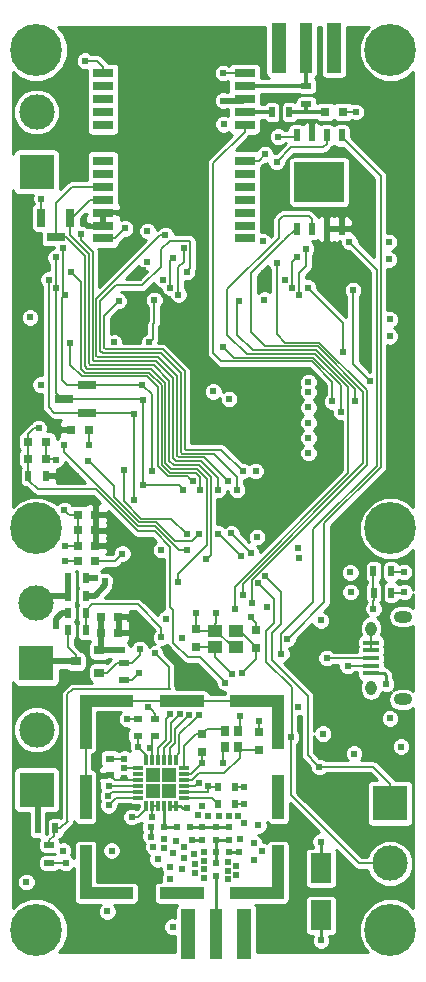
<source format=gtl>
G04 #@! TF.FileFunction,Copper,L1,Top,Signal*
%FSLAX46Y46*%
G04 Gerber Fmt 4.6, Leading zero omitted, Abs format (unit mm)*
G04 Created by KiCad (PCBNEW 4.0.7) date 03/10/18 18:51:25*
%MOMM*%
%LPD*%
G01*
G04 APERTURE LIST*
%ADD10C,0.100000*%
%ADD11C,0.620000*%
%ADD12R,0.800000X0.750000*%
%ADD13R,0.750000X0.800000*%
%ADD14R,1.270000X4.200000*%
%ADD15R,1.000000X4.200000*%
%ADD16R,0.900000X0.500000*%
%ADD17C,4.400000*%
%ADD18R,0.900000X0.800000*%
%ADD19R,0.500000X0.900000*%
%ADD20R,1.600000X0.800000*%
%ADD21R,0.800000X1.600000*%
%ADD22R,0.600000X1.100000*%
%ADD23R,4.300000X3.400000*%
%ADD24R,1.800000X0.800000*%
%ADD25R,1.150000X1.000000*%
%ADD26R,1.350000X0.400000*%
%ADD27O,0.950000X1.250000*%
%ADD28O,1.550000X1.000000*%
%ADD29R,3.000000X3.000000*%
%ADD30C,3.000000*%
%ADD31R,0.600000X0.800000*%
%ADD32R,0.800000X0.600000*%
%ADD33R,0.600000X0.500000*%
%ADD34R,0.500000X0.600000*%
%ADD35R,0.850000X0.300000*%
%ADD36R,0.300000X0.850000*%
%ADD37R,1.300000X1.300000*%
%ADD38R,0.800000X0.900000*%
%ADD39R,1.000000X1.000000*%
%ADD40R,3.550000X1.000000*%
%ADD41R,3.800000X1.000000*%
%ADD42R,1.000000X3.550000*%
%ADD43R,1.000000X3.800000*%
%ADD44R,1.800000X2.500000*%
%ADD45C,0.160000*%
%ADD46C,0.500000*%
%ADD47C,0.250000*%
%ADD48C,0.350000*%
%ADD49C,0.254000*%
G04 APERTURE END LIST*
D10*
D11*
X54060000Y-96510000D03*
X57110000Y-97350000D03*
X56300000Y-97320000D03*
X55440000Y-97350000D03*
X54560000Y-97320000D03*
X53740000Y-97250000D03*
X51340000Y-102640000D03*
X52310000Y-101810000D03*
X50290000Y-101010000D03*
X51330000Y-101690000D03*
X52490000Y-100910000D03*
X51610000Y-100470000D03*
X50860000Y-100020000D03*
X49930000Y-99970000D03*
X50810000Y-99260000D03*
X51860000Y-99430000D03*
X52510000Y-99950000D03*
X53360000Y-100550000D03*
X53460000Y-101430000D03*
X53480000Y-102200000D03*
X54220000Y-102630000D03*
X54210000Y-101820000D03*
X54210000Y-101120000D03*
X54200000Y-100400000D03*
X57600000Y-97980000D03*
X58810000Y-98140000D03*
X59160000Y-100300000D03*
X58460000Y-101070000D03*
X58430000Y-99630000D03*
X57230000Y-99330000D03*
X56930000Y-101550000D03*
X56950000Y-102360000D03*
X56210000Y-102710000D03*
X56220000Y-101960000D03*
X56210000Y-101250000D03*
X60540000Y-33960000D03*
X60530000Y-30750000D03*
X60540000Y-32350000D03*
X65225000Y-33960000D03*
X65215000Y-30750000D03*
X65225000Y-32350000D03*
X52890000Y-108940000D03*
X52880000Y-105730000D03*
X52890000Y-107330000D03*
X57590000Y-108930000D03*
X57580000Y-105720000D03*
D12*
X40850000Y-65650000D03*
X39350000Y-65650000D03*
X40850000Y-67100000D03*
X39350000Y-67100000D03*
X43525000Y-75750000D03*
X45025000Y-75750000D03*
X43525000Y-74450000D03*
X45025000Y-74450000D03*
X43525000Y-73150000D03*
X45025000Y-73150000D03*
X45450000Y-81810000D03*
X46950000Y-81810000D03*
X43525000Y-71850000D03*
X45025000Y-71850000D03*
X45450000Y-80490000D03*
X46950000Y-80490000D03*
X44450000Y-64650000D03*
X42950000Y-64650000D03*
D13*
X53500000Y-81520000D03*
X53500000Y-83020000D03*
D12*
X65975000Y-37725000D03*
X64475000Y-37725000D03*
D13*
X58630000Y-81580000D03*
X58630000Y-83080000D03*
D14*
X65225000Y-32350000D03*
X60525000Y-32350000D03*
D15*
X62875000Y-32350000D03*
D16*
X62875000Y-37050000D03*
X62875000Y-35550000D03*
D17*
X40000000Y-107000000D03*
X40000000Y-32500000D03*
X70000000Y-107000000D03*
X70000000Y-32500000D03*
D18*
X45340000Y-85210000D03*
X45340000Y-83310000D03*
X43340000Y-84260000D03*
D19*
X40850000Y-68550000D03*
X39350000Y-68550000D03*
D16*
X47480000Y-84370000D03*
X47480000Y-85870000D03*
D19*
X41630000Y-98390000D03*
X40130000Y-98390000D03*
X44200000Y-77210000D03*
X42700000Y-77210000D03*
X44200000Y-78680000D03*
X42700000Y-78680000D03*
X44200000Y-81630000D03*
X42700000Y-81630000D03*
D16*
X41120000Y-101320000D03*
X41120000Y-99820000D03*
D19*
X42700000Y-80150000D03*
X44200000Y-80150000D03*
X59950000Y-37750000D03*
X61450000Y-37750000D03*
D20*
X44300000Y-63250000D03*
X42350000Y-62050000D03*
X44300000Y-60850000D03*
X41660000Y-48320000D03*
D21*
X42900000Y-46700000D03*
X40450000Y-46700000D03*
D22*
X62045000Y-39725000D03*
X62045000Y-47625000D03*
X63315000Y-47625000D03*
X64585000Y-47625000D03*
X65855000Y-47625000D03*
X65855000Y-39725000D03*
X64585000Y-39725000D03*
X63315000Y-39725000D03*
D23*
X63950000Y-43675000D03*
D24*
X45650000Y-34450000D03*
X45650000Y-35550000D03*
X45650000Y-36650000D03*
X45650000Y-37750000D03*
X45650000Y-38850000D03*
X45650000Y-41850000D03*
X45650000Y-42950000D03*
X45650000Y-44050000D03*
X45650000Y-45150000D03*
X45650000Y-46250000D03*
X45650000Y-47350000D03*
X45650000Y-48450000D03*
X57650000Y-48450000D03*
X57650000Y-47350000D03*
X57650000Y-46250000D03*
X57650000Y-45150000D03*
X57650000Y-44050000D03*
X57650000Y-42950000D03*
X57650000Y-41850000D03*
X57650000Y-38850000D03*
X57650000Y-37750000D03*
X57650000Y-36650000D03*
X57650000Y-35550000D03*
X57650000Y-34450000D03*
D25*
X55185000Y-83050000D03*
X56935000Y-83050000D03*
X56935000Y-81650000D03*
X55185000Y-81650000D03*
D26*
X68350000Y-85280000D03*
X68350000Y-84630000D03*
X68350000Y-83980000D03*
X68350000Y-83330000D03*
X68350000Y-82680000D03*
D27*
X68350000Y-86480000D03*
X68350000Y-81480000D03*
D28*
X71050000Y-87480000D03*
X71050000Y-80480000D03*
D29*
X40030000Y-42810000D03*
D30*
X40030000Y-37730000D03*
D29*
X40040000Y-95120000D03*
D30*
X40040000Y-90040000D03*
D29*
X40020000Y-84430000D03*
D30*
X40020000Y-79350000D03*
D31*
X56810000Y-94850000D03*
X55410000Y-94850000D03*
D32*
X50090000Y-89140000D03*
X50090000Y-90540000D03*
D31*
X56810000Y-96300000D03*
X55410000Y-96300000D03*
D32*
X48610000Y-89150000D03*
X48610000Y-90550000D03*
X46270000Y-92490000D03*
X46270000Y-93890000D03*
D33*
X50800000Y-98260000D03*
X49700000Y-98260000D03*
D34*
X54020000Y-98250000D03*
X54020000Y-99350000D03*
X56340000Y-98240000D03*
X56340000Y-99340000D03*
D33*
X55250000Y-100370000D03*
X56350000Y-100370000D03*
D34*
X55220000Y-101350000D03*
X55220000Y-102450000D03*
D14*
X57590000Y-107320000D03*
X52890000Y-107320000D03*
D15*
X55240000Y-107320000D03*
D33*
X53030000Y-98250000D03*
X51930000Y-98250000D03*
D34*
X55250000Y-99350000D03*
X55250000Y-98250000D03*
D17*
X40000000Y-73000000D03*
X70000000Y-73000000D03*
D35*
X52520000Y-95800000D03*
X52520000Y-95300000D03*
X52520000Y-94800000D03*
X52520000Y-94300000D03*
X52520000Y-93800000D03*
X52520000Y-93300000D03*
D36*
X51820000Y-92600000D03*
X51320000Y-92600000D03*
X50820000Y-92600000D03*
X50320000Y-92600000D03*
X49820000Y-92600000D03*
X49320000Y-92600000D03*
D35*
X48620000Y-93300000D03*
X48620000Y-93800000D03*
X48620000Y-94300000D03*
X48620000Y-94800000D03*
X48620000Y-95300000D03*
X48620000Y-95800000D03*
D36*
X49320000Y-96500000D03*
X49820000Y-96500000D03*
X50320000Y-96500000D03*
X50820000Y-96500000D03*
X51320000Y-96500000D03*
X51820000Y-96500000D03*
D37*
X49920000Y-93900000D03*
X49920000Y-95200000D03*
X51220000Y-93900000D03*
X51220000Y-95200000D03*
D11*
X57590000Y-107320000D03*
D13*
X54030000Y-91910000D03*
X54030000Y-90410000D03*
X58870000Y-90240000D03*
X58870000Y-91740000D03*
D38*
X55970000Y-90115000D03*
X55970000Y-91515000D03*
X57070000Y-91515000D03*
X57070000Y-90115000D03*
D19*
X70080000Y-78450000D03*
X68580000Y-78450000D03*
X70060000Y-76640000D03*
X68560000Y-76640000D03*
D39*
X44180000Y-87590000D03*
X60480000Y-87590000D03*
X60480000Y-103890000D03*
X44180000Y-103890000D03*
D40*
X46455000Y-87590000D03*
X46455000Y-103890000D03*
D41*
X52330000Y-87590000D03*
X52330000Y-103890000D03*
D40*
X58205000Y-87590000D03*
X58205000Y-103890000D03*
D42*
X44180000Y-89865000D03*
X60480000Y-89865000D03*
D43*
X44180000Y-95740000D03*
X60480000Y-95740000D03*
D42*
X44180000Y-101615000D03*
X60480000Y-101615000D03*
D29*
X69960000Y-96280000D03*
D30*
X69960000Y-101360000D03*
D44*
X64120000Y-105760000D03*
X64120000Y-101760000D03*
D11*
X70890000Y-91470000D03*
X44180000Y-103890000D03*
X52330000Y-103890000D03*
X60480000Y-101615000D03*
X60480000Y-95740000D03*
X60480000Y-87590000D03*
X68560000Y-79790000D03*
X46020000Y-105430000D03*
X49810000Y-97460000D03*
X64120000Y-80790000D03*
X39170000Y-102940000D03*
X47300000Y-83310000D03*
X41680000Y-81240000D03*
X45810000Y-77440000D03*
X42530000Y-101330000D03*
X46380000Y-100270000D03*
X58870000Y-89300000D03*
X57220000Y-88870000D03*
X55810000Y-92880000D03*
X54030000Y-92880000D03*
X55870000Y-38775010D03*
X39470000Y-55130000D03*
X49500000Y-88080000D03*
X48750000Y-85210000D03*
X52330000Y-82240000D03*
X47700000Y-89150000D03*
X47470000Y-92490000D03*
X47470000Y-93300000D03*
X49920000Y-93900000D03*
X51220000Y-93900000D03*
X51220000Y-95200000D03*
X49920000Y-95200000D03*
X57600000Y-94850000D03*
X57610000Y-96300000D03*
X51550000Y-106720000D03*
X52770000Y-96700000D03*
X57200000Y-100370000D03*
X53160000Y-99350000D03*
X49690000Y-99090000D03*
X58220000Y-80490000D03*
X53510000Y-80200000D03*
X55190000Y-80200000D03*
X51000000Y-80625000D03*
X66925000Y-92055000D03*
X62174996Y-88105000D03*
X69975000Y-89080000D03*
X64300000Y-90380000D03*
X41650000Y-67200000D03*
X44450000Y-65900000D03*
X50600000Y-74825000D03*
X40450000Y-45075000D03*
X49400000Y-50425000D03*
X58700000Y-73725000D03*
X69875000Y-50225000D03*
X69850000Y-48750000D03*
X69925000Y-56725000D03*
X69950000Y-55300000D03*
X59325000Y-53625000D03*
X59200000Y-48700000D03*
X59375000Y-41325000D03*
X67050000Y-37725000D03*
X55825000Y-34450000D03*
X55825000Y-36775000D03*
X44125000Y-33400000D03*
X47560000Y-47600000D03*
X49425000Y-47825000D03*
X46600000Y-57250000D03*
X50000000Y-53675000D03*
X49550000Y-57250000D03*
X55000000Y-61400000D03*
X56325000Y-62050000D03*
X63050000Y-60625000D03*
X63050000Y-61450000D03*
X63050000Y-62750000D03*
X63050000Y-64050000D03*
X63050000Y-65350000D03*
X63050000Y-66625000D03*
X59575000Y-79625000D03*
X42400000Y-71425000D03*
X42425000Y-74450000D03*
X42425000Y-75750000D03*
X60500000Y-39825000D03*
X40375000Y-60825000D03*
X58575000Y-68150000D03*
X56020002Y-86050000D03*
X40200000Y-64500000D03*
X47300000Y-75125000D03*
X63090000Y-83230000D03*
X70120000Y-51720000D03*
X70100000Y-53790000D03*
X59450000Y-44710000D03*
X59450000Y-44110000D03*
X59450000Y-43450000D03*
X63315000Y-38775010D03*
X49610000Y-91570000D03*
X47480000Y-94150000D03*
X47980000Y-80630000D03*
X40150001Y-62500000D03*
X43350000Y-68550000D03*
X42050000Y-64650000D03*
X49035000Y-51150000D03*
X48450000Y-47525000D03*
X63150000Y-69375000D03*
X59275000Y-51350000D03*
X59350000Y-66650000D03*
X59525000Y-72175000D03*
X52750000Y-84850000D03*
X64585000Y-46440000D03*
X65855000Y-46405000D03*
X53300000Y-58405000D03*
X47850000Y-74125000D03*
X64120000Y-107870000D03*
X44950000Y-77210000D03*
X42280000Y-100280000D03*
X47400000Y-68050000D03*
X52750000Y-73500000D03*
X44400000Y-67265000D03*
X53750000Y-73500000D03*
X42350000Y-65950000D03*
X52750000Y-74825000D03*
X63980000Y-93180000D03*
X58190000Y-75090000D03*
X56525000Y-73425000D03*
X59347604Y-77065498D03*
X61560000Y-90680000D03*
X58820000Y-77640000D03*
X57340000Y-75370000D03*
X55425000Y-73450000D03*
X46130000Y-96440000D03*
X56801416Y-79798584D03*
X46130000Y-94780000D03*
X58250000Y-79275000D03*
X60350000Y-41975000D03*
X60350000Y-50500000D03*
X46096657Y-95630464D03*
X57475000Y-78625000D03*
X52000000Y-77575000D03*
X54400000Y-75625000D03*
X50700001Y-51925001D03*
X41050000Y-51925000D03*
X48300000Y-63325000D03*
X48300000Y-70600000D03*
X61050000Y-51925000D03*
X62850000Y-49300000D03*
X52050000Y-53200000D03*
X49775000Y-68100000D03*
X49000000Y-60825000D03*
X42450000Y-53225000D03*
X62275000Y-53250000D03*
X42300000Y-49250000D03*
X52500000Y-49250000D03*
X62100000Y-50000000D03*
X51625000Y-50100000D03*
X52475000Y-69750000D03*
X51350000Y-52600000D03*
X49025000Y-62100000D03*
X49025000Y-69350000D03*
X61650000Y-52600000D03*
X41651936Y-50055009D03*
X41650000Y-52600000D03*
X57000000Y-69750000D03*
X52750000Y-51275000D03*
X50949998Y-48175000D03*
X56250000Y-69000000D03*
X53875000Y-69750000D03*
X42950000Y-51275000D03*
X55374998Y-69750000D03*
X43775000Y-48100000D03*
X65975000Y-58050000D03*
X63000000Y-52600000D03*
X60750000Y-83600000D03*
X66522500Y-48750000D03*
X53250000Y-68999998D03*
X42875000Y-57325000D03*
X57475000Y-68125000D03*
X46975000Y-53750000D03*
X68250000Y-60500000D03*
X66825000Y-52800000D03*
X65800000Y-63125000D03*
X55850000Y-57625000D03*
X67000000Y-62250000D03*
X57200000Y-53750000D03*
X61260010Y-82375000D03*
X65075000Y-62250002D03*
X56600000Y-85290000D03*
X57430000Y-85240000D03*
X48770000Y-83230000D03*
X50060000Y-83580000D03*
X50600000Y-82230000D03*
X64600000Y-83980000D03*
X66375000Y-84630000D03*
X48620000Y-91480000D03*
X54550000Y-94840000D03*
X53750000Y-88800000D03*
X51360000Y-88750000D03*
X52145176Y-88742656D03*
X52924659Y-88771387D03*
X48080000Y-97440000D03*
X53770000Y-94510000D03*
X66620000Y-78390000D03*
X62220000Y-75500000D03*
X71180000Y-78380000D03*
X66600000Y-76720000D03*
X62210000Y-74680000D03*
X71150000Y-76700000D03*
X64080000Y-99510000D03*
X69620000Y-86180000D03*
D45*
X58205000Y-87590000D02*
X60480000Y-87590000D01*
X60480000Y-89865000D02*
X60480000Y-87590000D01*
X44180000Y-87590000D02*
X46455000Y-87590000D01*
X44180000Y-89865000D02*
X44180000Y-87590000D01*
X44180000Y-101615000D02*
X44180000Y-103890000D01*
X46455000Y-103890000D02*
X44180000Y-103890000D01*
X60480000Y-103890000D02*
X60480000Y-101615000D01*
X58205000Y-103890000D02*
X60480000Y-103890000D01*
X52330000Y-87590000D02*
X54390000Y-87590000D01*
X54390000Y-87590000D02*
X58205000Y-87590000D01*
X46455000Y-87590000D02*
X52330000Y-87590000D01*
X44180000Y-95740000D02*
X44180000Y-93680000D01*
X44180000Y-93680000D02*
X44180000Y-89865000D01*
X68560000Y-79080000D02*
X68560000Y-79790000D01*
X68580000Y-78450000D02*
X68580000Y-79060000D01*
X68580000Y-79060000D02*
X68560000Y-79080000D01*
X68560000Y-76640000D02*
X68560000Y-78430000D01*
X68560000Y-78430000D02*
X68580000Y-78450000D01*
D46*
X45450000Y-81810000D02*
X45450000Y-83200000D01*
X45450000Y-83200000D02*
X45340000Y-83310000D01*
X45450000Y-80490000D02*
X45450000Y-81810000D01*
D45*
X49820000Y-97450000D02*
X49810000Y-97460000D01*
X49820000Y-96500000D02*
X49820000Y-97450000D01*
X50320000Y-96500000D02*
X49820000Y-96500000D01*
X47480000Y-85870000D02*
X48090000Y-85870000D01*
X48090000Y-85870000D02*
X48750000Y-85210000D01*
D46*
X46290000Y-83310000D02*
X47300000Y-83310000D01*
X45340000Y-83310000D02*
X46290000Y-83310000D01*
X41680000Y-80630000D02*
X41680000Y-81240000D01*
X42160000Y-80150000D02*
X41680000Y-80630000D01*
X42700000Y-80150000D02*
X42160000Y-80150000D01*
X45810000Y-77820000D02*
X45810000Y-77440000D01*
X44200000Y-78680000D02*
X44950000Y-78680000D01*
X44950000Y-78680000D02*
X45810000Y-77820000D01*
D45*
X41740000Y-101330000D02*
X42530000Y-101330000D01*
X41120000Y-101320000D02*
X41730000Y-101320000D01*
X41730000Y-101320000D02*
X41740000Y-101330000D01*
X58870000Y-89680000D02*
X58870000Y-89300000D01*
X58870000Y-90240000D02*
X58870000Y-89680000D01*
X57220000Y-89205000D02*
X57220000Y-88870000D01*
X57220000Y-89940000D02*
X57220000Y-89205000D01*
X55820000Y-92730000D02*
X55820000Y-92870000D01*
X55820000Y-92870000D02*
X55810000Y-92880000D01*
X55820000Y-92425000D02*
X55820000Y-92730000D01*
X55820000Y-91690000D02*
X55820000Y-92425000D01*
X53460000Y-93445000D02*
X53465000Y-93445000D01*
X53465000Y-93445000D02*
X54030000Y-92880000D01*
X54030000Y-91910000D02*
X54030000Y-92880000D01*
X49809999Y-88389999D02*
X49500000Y-88080000D01*
X50090000Y-88670000D02*
X49809999Y-88389999D01*
X50090000Y-89140000D02*
X50090000Y-88670000D01*
X48050000Y-89150000D02*
X47700000Y-89150000D01*
X48610000Y-89150000D02*
X48050000Y-89150000D01*
X46270000Y-92490000D02*
X47470000Y-92490000D01*
X48035000Y-93300000D02*
X47470000Y-93300000D01*
X48620000Y-93300000D02*
X48035000Y-93300000D01*
X57270000Y-94850000D02*
X57600000Y-94850000D01*
X56810000Y-94850000D02*
X57270000Y-94850000D01*
X57270000Y-96300000D02*
X57610000Y-96300000D01*
X56810000Y-96300000D02*
X57270000Y-96300000D01*
D47*
X52420000Y-96700000D02*
X52770000Y-96700000D01*
X51820000Y-96500000D02*
X52220000Y-96500000D01*
X52220000Y-96500000D02*
X52420000Y-96700000D01*
X51320000Y-96500000D02*
X51820000Y-96500000D01*
X56350000Y-100370000D02*
X57200000Y-100370000D01*
X53520000Y-99350000D02*
X53160000Y-99350000D01*
X54020000Y-99350000D02*
X53520000Y-99350000D01*
X49700000Y-98260000D02*
X49700000Y-99080000D01*
X49700000Y-99080000D02*
X49690000Y-99090000D01*
X49810000Y-98150000D02*
X49700000Y-98260000D01*
D45*
X55185000Y-81650000D02*
X53630000Y-81650000D01*
X53630000Y-81650000D02*
X53500000Y-81520000D01*
X56935000Y-83050000D02*
X56660000Y-83050000D01*
X56660000Y-83050000D02*
X55260000Y-81650000D01*
X55260000Y-81650000D02*
X55185000Y-81650000D01*
X58220000Y-80610000D02*
X58220000Y-80490000D01*
X58630000Y-81580000D02*
X58630000Y-81020000D01*
X58630000Y-81020000D02*
X58220000Y-80610000D01*
X53510000Y-80950000D02*
X53510000Y-80200000D01*
X53500000Y-81520000D02*
X53500000Y-80960000D01*
X53500000Y-80960000D02*
X53510000Y-80950000D01*
X55190000Y-80985000D02*
X55190000Y-80200000D01*
X55185000Y-81650000D02*
X55185000Y-80990000D01*
X55185000Y-80990000D02*
X55190000Y-80985000D01*
X68350000Y-82680000D02*
X68350000Y-81480000D01*
X68350000Y-83330000D02*
X68350000Y-81480000D01*
X40450000Y-46400000D02*
X40450000Y-45800000D01*
X40450000Y-46700000D02*
X40450000Y-45800000D01*
X40450000Y-45800000D02*
X40450000Y-45440000D01*
X40850000Y-67100000D02*
X41550000Y-67100000D01*
X41550000Y-67100000D02*
X41650000Y-67200000D01*
X40850000Y-67100000D02*
X40850000Y-65650000D01*
X44450000Y-65185000D02*
X44450000Y-65900000D01*
X44450000Y-64650000D02*
X44450000Y-65185000D01*
X40450000Y-45440000D02*
X40450000Y-45075000D01*
X57650000Y-41850000D02*
X58850000Y-41850000D01*
X58850000Y-41850000D02*
X59375000Y-41325000D01*
X66535000Y-37725000D02*
X67050000Y-37725000D01*
X65975000Y-37725000D02*
X66535000Y-37725000D01*
X56590000Y-34450000D02*
X55825000Y-34450000D01*
X57650000Y-34450000D02*
X56590000Y-34450000D01*
D46*
X55825000Y-36775000D02*
X57525000Y-36775000D01*
X57525000Y-36775000D02*
X57650000Y-36650000D01*
D45*
X45160000Y-33400000D02*
X44125000Y-33400000D01*
X45650000Y-34450000D02*
X45650000Y-33890000D01*
X45650000Y-33890000D02*
X45160000Y-33400000D01*
X45650000Y-48450000D02*
X46710000Y-48450000D01*
X46710000Y-48450000D02*
X47560000Y-47600000D01*
X50000000Y-55575000D02*
X50000000Y-53675000D01*
X49550000Y-57250000D02*
X49859999Y-56940001D01*
X49859999Y-56940001D02*
X49859999Y-55715001D01*
X49859999Y-55715001D02*
X50000000Y-55575000D01*
X43525000Y-73150000D02*
X43525000Y-71850000D01*
X42709999Y-71734999D02*
X42400000Y-71425000D01*
X42825000Y-71850000D02*
X42709999Y-71734999D01*
X43525000Y-71850000D02*
X42825000Y-71850000D01*
X43525000Y-73150000D02*
X43525000Y-74450000D01*
X42965000Y-74450000D02*
X42425000Y-74450000D01*
X43525000Y-74450000D02*
X42965000Y-74450000D01*
X42965000Y-75750000D02*
X42425000Y-75750000D01*
X43525000Y-75750000D02*
X42965000Y-75750000D01*
X62045000Y-39825000D02*
X60500000Y-39825000D01*
X52520000Y-93800000D02*
X53105000Y-93800000D01*
X53105000Y-93800000D02*
X53460000Y-93445000D01*
X39350000Y-68550000D02*
X39350000Y-68870000D01*
X39350000Y-68870000D02*
X40180000Y-69700000D01*
X53890002Y-83920000D02*
X55710003Y-85740001D01*
X40180000Y-69700000D02*
X45050000Y-69700000D01*
X45050000Y-69700000D02*
X48600000Y-73250000D01*
X51620000Y-82680000D02*
X52860000Y-83920000D01*
X48600000Y-73250000D02*
X50050000Y-73250000D01*
X51350000Y-74550000D02*
X51350000Y-79675000D01*
X50050000Y-73250000D02*
X51350000Y-74550000D01*
X51350000Y-79675000D02*
X51620000Y-79945000D01*
X51620000Y-79945000D02*
X51620000Y-82680000D01*
X52860000Y-83920000D02*
X53890002Y-83920000D01*
X55710003Y-85740001D02*
X56020002Y-86050000D01*
X39350000Y-65650000D02*
X39350000Y-65000000D01*
X39350000Y-65000000D02*
X39850000Y-64500000D01*
X39850000Y-64500000D02*
X40200000Y-64500000D01*
X39350000Y-67100000D02*
X39350000Y-65650000D01*
X39350000Y-68550000D02*
X39350000Y-67100000D01*
X45025000Y-75750000D02*
X46675000Y-75750000D01*
X46675000Y-75750000D02*
X47300000Y-75125000D01*
X63315000Y-39825000D02*
X63315000Y-38775010D01*
X49820000Y-91860000D02*
X49820000Y-90810000D01*
X49820000Y-92600000D02*
X49820000Y-91860000D01*
X49820000Y-91860000D02*
X49820000Y-91780000D01*
X49820000Y-91780000D02*
X49610000Y-91570000D01*
X47560000Y-94300000D02*
X46680000Y-94300000D01*
X48620000Y-94300000D02*
X47560000Y-94300000D01*
X47560000Y-94300000D02*
X47560000Y-94230000D01*
X47560000Y-94230000D02*
X47480000Y-94150000D01*
X46680000Y-94300000D02*
X46270000Y-93890000D01*
X49820000Y-90810000D02*
X50090000Y-90540000D01*
X41260000Y-68550000D02*
X43350000Y-68550000D01*
X40850000Y-68550000D02*
X41260000Y-68550000D01*
X42390000Y-64650000D02*
X42050000Y-64650000D01*
X42950000Y-64650000D02*
X42390000Y-64650000D01*
X64585000Y-47525000D02*
X64585000Y-46440000D01*
X65855000Y-47525000D02*
X65855000Y-46405000D01*
D47*
X64120000Y-107260000D02*
X64120000Y-107870000D01*
X64120000Y-105760000D02*
X64120000Y-107260000D01*
D46*
X44200000Y-77210000D02*
X44950000Y-77210000D01*
D48*
X61450000Y-37750000D02*
X62875000Y-37750000D01*
X62875000Y-37750000D02*
X64450000Y-37750000D01*
X62875000Y-37050000D02*
X62875000Y-37750000D01*
X64450000Y-37750000D02*
X64475000Y-37725000D01*
X61600000Y-37725000D02*
X61575000Y-37750000D01*
D45*
X52750000Y-73500000D02*
X51409978Y-72159978D01*
X48867665Y-72159978D02*
X47400000Y-70692311D01*
X47400000Y-68488406D02*
X47400000Y-68050000D01*
X51409978Y-72159978D02*
X48867665Y-72159978D01*
X47400000Y-70692311D02*
X47400000Y-68488406D01*
X48735113Y-72479989D02*
X46550000Y-70294874D01*
X53750000Y-73500000D02*
X53175000Y-74075000D01*
X46550000Y-69415000D02*
X44709999Y-67574999D01*
X51780125Y-74075000D02*
X50185115Y-72479989D01*
X53175000Y-74075000D02*
X51780125Y-74075000D01*
X46550000Y-70294874D02*
X46550000Y-69415000D01*
X44709999Y-67574999D02*
X44400000Y-67265000D01*
X50185115Y-72479989D02*
X48735113Y-72479989D01*
X42350000Y-66388406D02*
X42350000Y-65950000D01*
X48602562Y-72800000D02*
X42350000Y-66547438D01*
X50052563Y-72800000D02*
X48602562Y-72800000D01*
X52077563Y-74825000D02*
X50052563Y-72800000D01*
X52750000Y-74825000D02*
X52077563Y-74825000D01*
X42350000Y-66547438D02*
X42350000Y-66388406D01*
X63980000Y-93180000D02*
X68520000Y-93180000D01*
X68520000Y-93180000D02*
X69960000Y-94620000D01*
X69960000Y-94620000D02*
X69960000Y-96280000D01*
X59347604Y-77065498D02*
X60690000Y-78407894D01*
X60690000Y-78407894D02*
X60690000Y-81120000D01*
X60690000Y-81120000D02*
X59950000Y-81860000D01*
X59950000Y-81860000D02*
X59950000Y-84120000D01*
X59950000Y-84120000D02*
X62980000Y-87150000D01*
X62980000Y-87150000D02*
X62980000Y-92180000D01*
X62980000Y-92180000D02*
X63620000Y-92820000D01*
X63620000Y-92820000D02*
X63980000Y-93180000D01*
X56525000Y-73425000D02*
X58190000Y-75090000D01*
X58190000Y-75090000D02*
X58190000Y-75100000D01*
X61560000Y-90680000D02*
X61560000Y-95590000D01*
X61560000Y-95590000D02*
X67330000Y-101360000D01*
X67330000Y-101360000D02*
X69960000Y-101360000D01*
X58820000Y-77640000D02*
X60160000Y-78980000D01*
X60160000Y-78980000D02*
X60160000Y-81040000D01*
X61620000Y-90620000D02*
X61560000Y-90680000D01*
X60160000Y-81040000D02*
X59500000Y-81700000D01*
X59500000Y-81700000D02*
X59500000Y-84300000D01*
X61620000Y-86420000D02*
X61620000Y-90620000D01*
X59500000Y-84300000D02*
X61620000Y-86420000D01*
X55734999Y-73764999D02*
X57340000Y-75370000D01*
X55425000Y-73450000D02*
X55734999Y-73759999D01*
X55734999Y-73759999D02*
X55734999Y-73764999D01*
D46*
X40130000Y-98390000D02*
X40130000Y-95210000D01*
X40130000Y-95210000D02*
X40040000Y-95120000D01*
D45*
X42690000Y-83050000D02*
X42700000Y-83040000D01*
X42700000Y-83040000D02*
X42700000Y-81630000D01*
X43340000Y-84260000D02*
X43340000Y-83700000D01*
X43340000Y-83700000D02*
X42690000Y-83050000D01*
D46*
X43340000Y-84260000D02*
X40190000Y-84260000D01*
X40190000Y-84260000D02*
X40020000Y-84430000D01*
X42700000Y-78680000D02*
X42700000Y-77210000D01*
X42700000Y-78680000D02*
X40690000Y-78680000D01*
X40690000Y-78680000D02*
X40020000Y-79350000D01*
D48*
X57650000Y-35550000D02*
X61025000Y-35550000D01*
X62875000Y-35550000D02*
X62875000Y-32350000D01*
X61025000Y-35550000D02*
X62875000Y-35550000D01*
X59950000Y-37750000D02*
X57650000Y-37750000D01*
D45*
X56801416Y-79798584D02*
X56801416Y-77918460D01*
X66425001Y-68294875D02*
X66425001Y-61064749D01*
X56801416Y-77918460D02*
X66425001Y-68294875D01*
X66425001Y-61064749D02*
X63580208Y-58219956D01*
X63580208Y-58219956D02*
X57809956Y-58219956D01*
X57809956Y-58219956D02*
X56200000Y-56610000D01*
X56200000Y-56610000D02*
X56200000Y-52750000D01*
X56200000Y-52750000D02*
X60525000Y-48425000D01*
X60525000Y-46900000D02*
X60875000Y-46550000D01*
X60525000Y-48425000D02*
X60525000Y-46900000D01*
X60875000Y-46550000D02*
X63075000Y-46550000D01*
X63075000Y-46550000D02*
X63315000Y-46790000D01*
X63315000Y-46790000D02*
X63315000Y-47525000D01*
X46770000Y-95800000D02*
X46130000Y-96440000D01*
X48620000Y-95800000D02*
X46770000Y-95800000D01*
X58250000Y-79275000D02*
X58250000Y-77375001D01*
X61084923Y-57259923D02*
X60350000Y-56525000D01*
X58250000Y-77375001D02*
X67995011Y-67629990D01*
X67995011Y-67629990D02*
X67995011Y-61277070D01*
X60350000Y-50975000D02*
X60350000Y-50500000D01*
X67995011Y-61277070D02*
X63977864Y-57259923D01*
X63977864Y-57259923D02*
X61084923Y-57259923D01*
X60350000Y-56525000D02*
X60350000Y-50975000D01*
X46150000Y-94800000D02*
X46130000Y-94780000D01*
X48620000Y-94800000D02*
X46150000Y-94800000D01*
X60350000Y-41975000D02*
X61600000Y-40725000D01*
X61600000Y-40725000D02*
X64275000Y-40725000D01*
X64275000Y-40725000D02*
X64585000Y-40415000D01*
X64585000Y-40415000D02*
X64585000Y-39825000D01*
X57475000Y-78625000D02*
X57475000Y-77697438D01*
X57475000Y-77697438D02*
X67675000Y-67497438D01*
X67675000Y-67497438D02*
X67675000Y-61409622D01*
X67675000Y-61409622D02*
X63845312Y-57579934D01*
X63845312Y-57579934D02*
X59404934Y-57579934D01*
X61025000Y-48545000D02*
X62045000Y-47525000D01*
X59404934Y-57579934D02*
X58200000Y-56375000D01*
X58200000Y-56375000D02*
X58200000Y-51370000D01*
X58200000Y-51370000D02*
X61025000Y-48545000D01*
X48620000Y-95300000D02*
X46427121Y-95300000D01*
X46406656Y-95320465D02*
X46096657Y-95630464D01*
X46427121Y-95300000D02*
X46406656Y-95320465D01*
X41660000Y-48320000D02*
X41660000Y-47760000D01*
X43050000Y-44050000D02*
X45650000Y-44050000D01*
X41660000Y-47760000D02*
X41650000Y-47750000D01*
X41650000Y-47750000D02*
X41650000Y-45450000D01*
X41650000Y-45450000D02*
X43050000Y-44050000D01*
X52000000Y-77575000D02*
X52000000Y-76836594D01*
X52000000Y-76836594D02*
X54475000Y-74361594D01*
X53632552Y-67954989D02*
X51454989Y-67954989D01*
X44325000Y-59475000D02*
X44134978Y-59284978D01*
X54475000Y-74361594D02*
X54475000Y-68797437D01*
X50950000Y-60675000D02*
X49750000Y-59475000D01*
X54475000Y-68797437D02*
X53632552Y-67954989D01*
X51454989Y-67954989D02*
X50950000Y-67450000D01*
X50950000Y-67450000D02*
X50950000Y-60675000D01*
X49750000Y-59475000D02*
X44325000Y-59475000D01*
X44134978Y-59284978D02*
X44134978Y-49894978D01*
X44134978Y-49894978D02*
X42560000Y-48320000D01*
X42560000Y-48320000D02*
X41660000Y-48320000D01*
X51275000Y-67275000D02*
X51630042Y-67630042D01*
X51275000Y-60475000D02*
X51275000Y-67275000D01*
X44600000Y-59150000D02*
X49950000Y-59150000D01*
X51630042Y-67630042D02*
X53219958Y-67630042D01*
X42850000Y-46890000D02*
X42850000Y-48157439D01*
X44454989Y-49762426D02*
X44454989Y-59004989D01*
X44590000Y-45150000D02*
X42850000Y-46890000D01*
X49950000Y-59150000D02*
X51275000Y-60475000D01*
X42850000Y-48157439D02*
X44454989Y-49762426D01*
X45650000Y-45150000D02*
X44590000Y-45150000D01*
X44454989Y-59004989D02*
X44600000Y-59150000D01*
X54709999Y-75315001D02*
X54400000Y-75625000D01*
X54795010Y-75229990D02*
X54709999Y-75315001D01*
X54795010Y-68664884D02*
X54795010Y-75229990D01*
X53760168Y-67630042D02*
X54795010Y-68664884D01*
X53219958Y-67630042D02*
X53760168Y-67630042D01*
X53219958Y-67630042D02*
X53225000Y-67625000D01*
X41050000Y-51925000D02*
X41050000Y-62750000D01*
X41050000Y-62750000D02*
X41550000Y-63250000D01*
X41550000Y-63250000D02*
X44300000Y-63250000D01*
X44300000Y-63250000D02*
X48225000Y-63250000D01*
X48225000Y-63250000D02*
X48300000Y-63325000D01*
X48300000Y-63075000D02*
X48300000Y-70000000D01*
X48300000Y-70000000D02*
X48300000Y-70600000D01*
X62275000Y-53250000D02*
X62275000Y-51375000D01*
X62275000Y-51375000D02*
X62850000Y-50800000D01*
X62850000Y-50800000D02*
X62850000Y-49300000D01*
X44300000Y-60850000D02*
X42600000Y-60850000D01*
X42600000Y-60850000D02*
X42200000Y-60450000D01*
X42200000Y-60450000D02*
X42200000Y-53475000D01*
X42200000Y-53475000D02*
X42450000Y-53225000D01*
X52500000Y-49250000D02*
X52500000Y-50425000D01*
X52500000Y-50425000D02*
X52025000Y-50900000D01*
X52025000Y-50900000D02*
X52025000Y-53175000D01*
X52025000Y-53175000D02*
X52050000Y-53200000D01*
X44300000Y-60850000D02*
X48975000Y-60850000D01*
X48975000Y-60850000D02*
X49000000Y-60825000D01*
X49000000Y-60825000D02*
X49775000Y-61600000D01*
X49775000Y-61600000D02*
X49775000Y-68125000D01*
X42300000Y-49250000D02*
X42300000Y-53075000D01*
X42300000Y-53075000D02*
X42450000Y-53225000D01*
X44300000Y-62050000D02*
X43450000Y-62050000D01*
X43450000Y-62050000D02*
X42200000Y-62050000D01*
X42350000Y-62050000D02*
X43450000Y-62050000D01*
X42350000Y-62050000D02*
X42200000Y-62050000D01*
X42200000Y-62050000D02*
X41650000Y-61500000D01*
X61790001Y-50309999D02*
X62100000Y-50000000D01*
X61650000Y-50450000D02*
X61790001Y-50309999D01*
X61650000Y-52600000D02*
X61650000Y-50450000D01*
X51350000Y-50375000D02*
X51625000Y-50100000D01*
X51350000Y-52600000D02*
X51350000Y-50375000D01*
X52075000Y-69350000D02*
X52165001Y-69440001D01*
X52165001Y-69440001D02*
X52475000Y-69750000D01*
X49025000Y-69350000D02*
X52075000Y-69350000D01*
X44300000Y-62050000D02*
X48975000Y-62050000D01*
X48975000Y-62050000D02*
X49025000Y-62100000D01*
X41650000Y-52600000D02*
X41650000Y-61500000D01*
X49025000Y-61875000D02*
X49025000Y-69350000D01*
X41650000Y-52600000D02*
X41650000Y-50056945D01*
X41650000Y-50056945D02*
X41651936Y-50055009D01*
X52750000Y-51275000D02*
X53059999Y-50965001D01*
X53059999Y-50965001D02*
X53059999Y-48734999D01*
X46775000Y-52425000D02*
X45425000Y-53775000D01*
X45425000Y-53775000D02*
X45425000Y-57950000D01*
X53059999Y-48734999D02*
X52950000Y-48625000D01*
X52950000Y-48625000D02*
X51300000Y-48625000D01*
X51300000Y-48625000D02*
X50600000Y-49325000D01*
X50600000Y-49325000D02*
X50600000Y-50825000D01*
X50600000Y-50825000D02*
X49000000Y-52425000D01*
X52254989Y-66554989D02*
X52364970Y-66664970D01*
X57000000Y-69311594D02*
X57000000Y-69750000D01*
X49000000Y-52425000D02*
X46775000Y-52425000D01*
X55039970Y-66664970D02*
X57000000Y-68625000D01*
X50550000Y-58150000D02*
X52254989Y-59854989D01*
X45425000Y-57950000D02*
X45625000Y-58150000D01*
X57000000Y-68625000D02*
X57000000Y-69311594D01*
X45625000Y-58150000D02*
X50550000Y-58150000D01*
X52254989Y-59854989D02*
X52254989Y-66554989D01*
X52364970Y-66664970D02*
X55039970Y-66664970D01*
X50511592Y-48175000D02*
X50949998Y-48175000D01*
X45100000Y-53586592D02*
X50511592Y-48175000D01*
X51925000Y-66850000D02*
X51925000Y-60050000D01*
X51925000Y-60050000D02*
X50350000Y-58475000D01*
X54234980Y-66984980D02*
X52059980Y-66984980D01*
X56250000Y-69000000D02*
X54234980Y-66984980D01*
X45100000Y-58375000D02*
X45100000Y-53586592D01*
X50350000Y-58475000D02*
X45200000Y-58475000D01*
X45200000Y-58475000D02*
X45100000Y-58375000D01*
X52059980Y-66984980D02*
X51925000Y-66850000D01*
X53500000Y-68275000D02*
X53875000Y-68650000D01*
X51300000Y-68275000D02*
X53500000Y-68275000D01*
X50625000Y-60850000D02*
X50625000Y-67600000D01*
X44150000Y-59800000D02*
X49575000Y-59800000D01*
X50625000Y-67600000D02*
X51300000Y-68275000D01*
X43814967Y-59464967D02*
X44150000Y-59800000D01*
X53875000Y-69311594D02*
X53875000Y-69750000D01*
X49575000Y-59800000D02*
X50625000Y-60850000D01*
X43814967Y-52139967D02*
X43814967Y-59464967D01*
X53875000Y-68650000D02*
X53875000Y-69311594D01*
X42950000Y-51275000D02*
X43814967Y-52139967D01*
X43775000Y-48613406D02*
X44775000Y-49613406D01*
X44775000Y-49613406D02*
X44775000Y-58700000D01*
X55374998Y-69311594D02*
X55374998Y-69750000D01*
X55374998Y-68749998D02*
X55374998Y-69311594D01*
X53929991Y-67304991D02*
X55374998Y-68749998D01*
X51835031Y-67310031D02*
X53047657Y-67310031D01*
X50125000Y-58800000D02*
X51600000Y-60275000D01*
X53047657Y-67310031D02*
X53052697Y-67304991D01*
X44775000Y-58700000D02*
X44875000Y-58800000D01*
X44875000Y-58800000D02*
X50125000Y-58800000D01*
X43775000Y-48100000D02*
X43775000Y-48613406D01*
X51600000Y-60275000D02*
X51600000Y-67075000D01*
X53052697Y-67304991D02*
X53929991Y-67304991D01*
X51600000Y-67075000D02*
X51835031Y-67310031D01*
X63000000Y-52600000D02*
X65975000Y-55575000D01*
X65975000Y-55575000D02*
X65975000Y-58050000D01*
X66522500Y-48750000D02*
X68850000Y-51077500D01*
X68850000Y-51077500D02*
X68850000Y-67675000D01*
X68850000Y-67675000D02*
X63440521Y-73084479D01*
X63440521Y-73084479D02*
X63440521Y-79219479D01*
X63440521Y-79219479D02*
X60710000Y-81950000D01*
X60710000Y-81950000D02*
X60710000Y-83560000D01*
X60710000Y-83560000D02*
X60750000Y-83600000D01*
X52940001Y-68689999D02*
X53250000Y-68999998D01*
X52850002Y-68600000D02*
X52940001Y-68689999D01*
X50300000Y-67727563D02*
X51172437Y-68600000D01*
X50300000Y-61000000D02*
X50300000Y-67727563D01*
X49425000Y-60125000D02*
X50300000Y-61000000D01*
X43850000Y-60125000D02*
X49425000Y-60125000D01*
X42875000Y-59150000D02*
X43850000Y-60125000D01*
X42875000Y-57325000D02*
X42875000Y-59150000D01*
X51172437Y-68600000D02*
X52850002Y-68600000D01*
X57475000Y-68125000D02*
X55675000Y-66325000D01*
X55675000Y-66325000D02*
X52650000Y-66325000D01*
X52650000Y-66325000D02*
X52575000Y-66250000D01*
X45875000Y-57825000D02*
X45750000Y-57700000D01*
X52575000Y-66250000D02*
X52575000Y-59700000D01*
X52575000Y-59700000D02*
X50700000Y-57825000D01*
X50700000Y-57825000D02*
X45875000Y-57825000D01*
X45750000Y-57700000D02*
X45750000Y-54975000D01*
X45750000Y-54975000D02*
X46665001Y-54059999D01*
X46665001Y-54059999D02*
X46975000Y-53750000D01*
X66825000Y-59075000D02*
X67940001Y-60190001D01*
X67940001Y-60190001D02*
X68250000Y-60500000D01*
X66825000Y-52800000D02*
X66825000Y-59075000D01*
X56764967Y-58539967D02*
X63447656Y-58539967D01*
X55850000Y-57625000D02*
X56764967Y-58539967D01*
X65800000Y-62686594D02*
X65800000Y-63125000D01*
X63447656Y-58539967D02*
X65800000Y-60892311D01*
X65800000Y-60892311D02*
X65800000Y-62686594D01*
X57200000Y-53750000D02*
X57000000Y-53950000D01*
X67000000Y-61811594D02*
X67000000Y-62250000D01*
X57000000Y-53950000D02*
X57000000Y-56580000D01*
X57000000Y-56580000D02*
X58319945Y-57899945D01*
X58319945Y-57899945D02*
X63712760Y-57899945D01*
X63712760Y-57899945D02*
X67000000Y-61187185D01*
X67000000Y-61187185D02*
X67000000Y-61811594D01*
X65855000Y-39825000D02*
X69170011Y-43140011D01*
X69170011Y-43140011D02*
X69170011Y-67807552D01*
X69170011Y-67807552D02*
X64400000Y-72577563D01*
X64400000Y-72577563D02*
X64400000Y-79235010D01*
X64400000Y-79235010D02*
X61570009Y-82065001D01*
X61570009Y-82065001D02*
X61260010Y-82375000D01*
X65075000Y-60619874D02*
X65075000Y-61811596D01*
X55000000Y-58175000D02*
X55684978Y-58859978D01*
X55000000Y-42060000D02*
X55000000Y-58175000D01*
X57650000Y-39410000D02*
X55000000Y-42060000D01*
X65075000Y-61811596D02*
X65075000Y-62250002D01*
X55684978Y-58859978D02*
X63315104Y-58859978D01*
X63315104Y-58859978D02*
X65075000Y-60619874D01*
X57650000Y-38850000D02*
X57650000Y-39410000D01*
X55185000Y-83875000D02*
X56600000Y-85290000D01*
X55185000Y-83050000D02*
X55185000Y-83875000D01*
X53500000Y-83020000D02*
X55155000Y-83020000D01*
X55155000Y-83020000D02*
X55185000Y-83050000D01*
X57739999Y-84930001D02*
X57430000Y-85240000D01*
X58630000Y-83080000D02*
X58630000Y-84040000D01*
X58630000Y-84040000D02*
X57739999Y-84930001D01*
X56935000Y-81650000D02*
X57225000Y-81650000D01*
X57225000Y-81650000D02*
X58630000Y-83055000D01*
X58630000Y-83055000D02*
X58630000Y-83080000D01*
X48770000Y-83690000D02*
X48770000Y-83230000D01*
X47480000Y-84370000D02*
X48090000Y-84370000D01*
X48090000Y-84370000D02*
X48770000Y-83690000D01*
X45980000Y-85210000D02*
X46820000Y-84370000D01*
X46820000Y-84370000D02*
X47480000Y-84370000D01*
X45340000Y-85210000D02*
X45980000Y-85210000D01*
X51240000Y-84760000D02*
X50060000Y-83580000D01*
X51240000Y-86530000D02*
X51240000Y-84760000D01*
X51320000Y-86610000D02*
X51240000Y-86530000D01*
X43090000Y-86610000D02*
X51320000Y-86610000D01*
X42649999Y-87050001D02*
X43090000Y-86610000D01*
X42670000Y-97760000D02*
X42649999Y-97739999D01*
X42649999Y-97739999D02*
X42649999Y-87050001D01*
X41630000Y-98390000D02*
X42040000Y-98390000D01*
X42040000Y-98390000D02*
X42670000Y-97760000D01*
X41530000Y-99000000D02*
X41530000Y-98490000D01*
X41530000Y-98490000D02*
X41630000Y-98390000D01*
X41120000Y-99820000D02*
X41120000Y-99410000D01*
X41120000Y-99410000D02*
X41530000Y-99000000D01*
X50600000Y-81410000D02*
X50600000Y-82230000D01*
X48600000Y-79410000D02*
X50600000Y-81410000D01*
X44750000Y-79410000D02*
X48600000Y-79410000D01*
X44200000Y-79960000D02*
X44750000Y-79410000D01*
X44200000Y-80150000D02*
X44200000Y-79960000D01*
X44200000Y-81630000D02*
X44200000Y-80150000D01*
X68350000Y-83980000D02*
X65100000Y-83980000D01*
X65100000Y-83980000D02*
X64600000Y-83980000D01*
X68350000Y-84630000D02*
X66375000Y-84630000D01*
X49320000Y-92600000D02*
X49320000Y-92180000D01*
X49320000Y-92180000D02*
X48620000Y-91480000D01*
X48620000Y-91480000D02*
X48620000Y-90560000D01*
X48620000Y-90560000D02*
X48610000Y-90550000D01*
X52520000Y-95300000D02*
X54528406Y-95300000D01*
X54528406Y-95300000D02*
X54550000Y-95278406D01*
X54550000Y-95278406D02*
X54550000Y-94840000D01*
X55410000Y-94850000D02*
X54560000Y-94850000D01*
X54560000Y-94850000D02*
X54550000Y-94840000D01*
X52520000Y-95800000D02*
X54910000Y-95800000D01*
X54910000Y-95800000D02*
X55410000Y-96300000D01*
D47*
X50820000Y-96500000D02*
X50820000Y-98240000D01*
X50820000Y-98240000D02*
X50800000Y-98260000D01*
X50800000Y-98260000D02*
X51920000Y-98260000D01*
X51920000Y-98260000D02*
X51930000Y-98250000D01*
D45*
X50810000Y-98250000D02*
X50800000Y-98260000D01*
D47*
X55250000Y-98250000D02*
X56330000Y-98250000D01*
X56330000Y-98250000D02*
X56340000Y-98240000D01*
X54020000Y-98250000D02*
X55250000Y-98250000D01*
X53030000Y-98250000D02*
X54020000Y-98250000D01*
X55220000Y-101350000D02*
X55220000Y-100400000D01*
X55220000Y-100400000D02*
X55250000Y-100370000D01*
X55250000Y-99350000D02*
X55250000Y-100370000D01*
X55250000Y-99350000D02*
X56330000Y-99350000D01*
X56330000Y-99350000D02*
X56340000Y-99340000D01*
X55240000Y-107320000D02*
X55240000Y-102470000D01*
X55240000Y-102470000D02*
X55220000Y-102450000D01*
X55230000Y-107310000D02*
X55240000Y-107320000D01*
D45*
X53440001Y-89109999D02*
X53750000Y-88800000D01*
X52130000Y-90420000D02*
X53440001Y-89109999D01*
X52130000Y-92015000D02*
X52130000Y-90420000D01*
X51820000Y-92325000D02*
X52130000Y-92015000D01*
X51820000Y-92600000D02*
X51820000Y-92325000D01*
X51030001Y-89079999D02*
X51050001Y-89059999D01*
X51030001Y-90917435D02*
X51030001Y-89079999D01*
X50320000Y-92600000D02*
X50320000Y-91627436D01*
X50320000Y-91627436D02*
X51030001Y-90917435D01*
X51050001Y-89059999D02*
X51360000Y-88750000D01*
X51419989Y-89467843D02*
X51835177Y-89052655D01*
X50820000Y-92600000D02*
X50820000Y-91580001D01*
X51835177Y-89052655D02*
X52145176Y-88742656D01*
X51419989Y-90980012D02*
X51419989Y-89467843D01*
X50820000Y-91580001D02*
X51419989Y-90980012D01*
X51320000Y-92600000D02*
X51320000Y-91620000D01*
X51320000Y-91620000D02*
X51740000Y-91200000D01*
X51740000Y-91200000D02*
X51740000Y-89960000D01*
X51740000Y-89960000D02*
X52924659Y-88775341D01*
X52924659Y-88775341D02*
X52924659Y-88771387D01*
X48518406Y-97440000D02*
X48080000Y-97440000D01*
X48655000Y-97440000D02*
X48518406Y-97440000D01*
X49320000Y-96500000D02*
X49320000Y-96775000D01*
X49320000Y-96775000D02*
X48655000Y-97440000D01*
X53480000Y-94800000D02*
X53770000Y-94510000D01*
X53105000Y-94800000D02*
X53480000Y-94800000D01*
X52520000Y-94800000D02*
X53105000Y-94800000D01*
X54030000Y-90410000D02*
X53495000Y-90410000D01*
X52520000Y-92990000D02*
X52520000Y-93300000D01*
X53495000Y-90410000D02*
X52520000Y-91385000D01*
X52520000Y-91385000D02*
X52520000Y-92990000D01*
X55820000Y-89940000D02*
X54500000Y-89940000D01*
X54500000Y-89940000D02*
X54030000Y-90410000D01*
X55945000Y-93700000D02*
X53790000Y-93700000D01*
X53790000Y-93700000D02*
X53190000Y-94300000D01*
X57220000Y-91690000D02*
X57220000Y-92425000D01*
X57220000Y-92425000D02*
X55945000Y-93700000D01*
X58870000Y-91740000D02*
X57270000Y-91740000D01*
X57270000Y-91740000D02*
X57220000Y-91690000D01*
X52520000Y-94300000D02*
X53190000Y-94300000D01*
X70080000Y-78450000D02*
X71110000Y-78450000D01*
X71110000Y-78450000D02*
X71180000Y-78380000D01*
X71150000Y-76700000D02*
X70120000Y-76700000D01*
X70120000Y-76700000D02*
X70060000Y-76640000D01*
D47*
X64120000Y-101760000D02*
X64120000Y-99550000D01*
X64120000Y-99550000D02*
X64080000Y-99510000D01*
X69620000Y-85410000D02*
X69620000Y-86180000D01*
X69490000Y-85280000D02*
X69620000Y-85410000D01*
X68350000Y-85280000D02*
X69490000Y-85280000D01*
D49*
G36*
X43463656Y-76760000D02*
X43463656Y-77660000D01*
X43496917Y-77836765D01*
X43566980Y-77945645D01*
X43501973Y-78040785D01*
X43463656Y-78230000D01*
X43463656Y-79130000D01*
X43496917Y-79306765D01*
X43566980Y-79415645D01*
X43501973Y-79510785D01*
X43463656Y-79700000D01*
X43463656Y-80600000D01*
X43496917Y-80776765D01*
X43570293Y-80890795D01*
X43501973Y-80990785D01*
X43463656Y-81180000D01*
X43463656Y-82080000D01*
X43496917Y-82256765D01*
X43601385Y-82419113D01*
X43760785Y-82528027D01*
X43950000Y-82566344D01*
X44450000Y-82566344D01*
X44581688Y-82541565D01*
X44550887Y-82561385D01*
X44441973Y-82720785D01*
X44403656Y-82910000D01*
X44403656Y-83710000D01*
X44436917Y-83886765D01*
X44541385Y-84049113D01*
X44700785Y-84158027D01*
X44890000Y-84196344D01*
X45790000Y-84196344D01*
X45966765Y-84163083D01*
X46129113Y-84058615D01*
X46143882Y-84037000D01*
X46365283Y-84037000D01*
X46015511Y-84386773D01*
X45979215Y-84361973D01*
X45790000Y-84323656D01*
X44890000Y-84323656D01*
X44713235Y-84356917D01*
X44550887Y-84461385D01*
X44441973Y-84620785D01*
X44403656Y-84810000D01*
X44403656Y-85610000D01*
X44436917Y-85786765D01*
X44541385Y-85949113D01*
X44693428Y-86053000D01*
X43090000Y-86053000D01*
X42876845Y-86095399D01*
X42696141Y-86216142D01*
X42256141Y-86656143D01*
X42135398Y-86836846D01*
X42092999Y-87050001D01*
X42092999Y-97508224D01*
X42069215Y-97491973D01*
X41880000Y-97453656D01*
X41380000Y-97453656D01*
X41203235Y-97486917D01*
X41040887Y-97591385D01*
X40931973Y-97750785D01*
X40893656Y-97940000D01*
X40893656Y-98840000D01*
X40895022Y-98847261D01*
X40857218Y-98885066D01*
X40866344Y-98840000D01*
X40866344Y-97940000D01*
X40857000Y-97890341D01*
X40857000Y-97106344D01*
X41540000Y-97106344D01*
X41716765Y-97073083D01*
X41879113Y-96968615D01*
X41988027Y-96809215D01*
X42026344Y-96620000D01*
X42026344Y-93620000D01*
X41993083Y-93443235D01*
X41888615Y-93280887D01*
X41729215Y-93171973D01*
X41540000Y-93133656D01*
X38540000Y-93133656D01*
X38363235Y-93166917D01*
X38200887Y-93271385D01*
X38091973Y-93430785D01*
X38053656Y-93620000D01*
X38053656Y-96620000D01*
X38086917Y-96796765D01*
X38191385Y-96959113D01*
X38350785Y-97068027D01*
X38540000Y-97106344D01*
X39403000Y-97106344D01*
X39403000Y-97893858D01*
X39393656Y-97940000D01*
X39393656Y-98840000D01*
X39426917Y-99016765D01*
X39531385Y-99179113D01*
X39690785Y-99288027D01*
X39880000Y-99326344D01*
X40259171Y-99326344D01*
X40221973Y-99380785D01*
X40183656Y-99570000D01*
X40183656Y-100070000D01*
X40216917Y-100246765D01*
X40321385Y-100409113D01*
X40480785Y-100518027D01*
X40670000Y-100556344D01*
X41542648Y-100556344D01*
X41553933Y-100583656D01*
X40670000Y-100583656D01*
X40493235Y-100616917D01*
X40330887Y-100721385D01*
X40221973Y-100880785D01*
X40183656Y-101070000D01*
X40183656Y-101570000D01*
X40216917Y-101746765D01*
X40321385Y-101909113D01*
X40480785Y-102018027D01*
X40670000Y-102056344D01*
X41570000Y-102056344D01*
X41746765Y-102023083D01*
X41909113Y-101918615D01*
X41930715Y-101887000D01*
X41974013Y-101887000D01*
X42083618Y-101996797D01*
X42372769Y-102116863D01*
X42685857Y-102117136D01*
X42975217Y-101997575D01*
X43193656Y-101779518D01*
X43193656Y-104390000D01*
X43226917Y-104566765D01*
X43331385Y-104729113D01*
X43490785Y-104838027D01*
X43680000Y-104876344D01*
X45460665Y-104876344D01*
X45353203Y-104983618D01*
X45233137Y-105272769D01*
X45232864Y-105585857D01*
X45352425Y-105875217D01*
X45573618Y-106096797D01*
X45862769Y-106216863D01*
X46175857Y-106217136D01*
X46465217Y-106097575D01*
X46686797Y-105876382D01*
X46806863Y-105587231D01*
X46807136Y-105274143D01*
X46687575Y-104984783D01*
X46579325Y-104876344D01*
X48230000Y-104876344D01*
X48406765Y-104843083D01*
X48569113Y-104738615D01*
X48678027Y-104579215D01*
X48716344Y-104390000D01*
X48716344Y-103390000D01*
X48683083Y-103213235D01*
X48578615Y-103050887D01*
X48419215Y-102941973D01*
X48230000Y-102903656D01*
X45166344Y-102903656D01*
X45166344Y-100425857D01*
X45592864Y-100425857D01*
X45712425Y-100715217D01*
X45933618Y-100936797D01*
X46222769Y-101056863D01*
X46535857Y-101057136D01*
X46825217Y-100937575D01*
X47046797Y-100716382D01*
X47166863Y-100427231D01*
X47167136Y-100114143D01*
X47047575Y-99824783D01*
X46826382Y-99603203D01*
X46537231Y-99483137D01*
X46224143Y-99482864D01*
X45934783Y-99602425D01*
X45713203Y-99823618D01*
X45593137Y-100112769D01*
X45592864Y-100425857D01*
X45166344Y-100425857D01*
X45166344Y-99840000D01*
X45133083Y-99663235D01*
X45028615Y-99500887D01*
X44869215Y-99391973D01*
X44680000Y-99353656D01*
X43680000Y-99353656D01*
X43503235Y-99386917D01*
X43340887Y-99491385D01*
X43231973Y-99650785D01*
X43193656Y-99840000D01*
X43193656Y-100880857D01*
X42976382Y-100663203D01*
X42973524Y-100662016D01*
X43066863Y-100437231D01*
X43067136Y-100124143D01*
X42947575Y-99834783D01*
X42726382Y-99613203D01*
X42437231Y-99493137D01*
X42124143Y-99492864D01*
X42047768Y-99524422D01*
X42023083Y-99393235D01*
X41974609Y-99317905D01*
X41981765Y-99307195D01*
X42056765Y-99293083D01*
X42219113Y-99188615D01*
X42328027Y-99029215D01*
X42366344Y-98840000D01*
X42366344Y-98828970D01*
X42433858Y-98783858D01*
X43063856Y-98153861D01*
X43063859Y-98153859D01*
X43155306Y-98016999D01*
X43184602Y-97973154D01*
X43221469Y-97787809D01*
X43226917Y-97816765D01*
X43331385Y-97979113D01*
X43490785Y-98088027D01*
X43680000Y-98126344D01*
X44680000Y-98126344D01*
X44856765Y-98093083D01*
X45019113Y-97988615D01*
X45128027Y-97829215D01*
X45166344Y-97640000D01*
X45166344Y-93840000D01*
X45133083Y-93663235D01*
X45028615Y-93500887D01*
X44869215Y-93391973D01*
X44737000Y-93365199D01*
X44737000Y-92115619D01*
X44856765Y-92093083D01*
X45019113Y-91988615D01*
X45128027Y-91829215D01*
X45166344Y-91640000D01*
X45166344Y-88576344D01*
X47160700Y-88576344D01*
X47033203Y-88703618D01*
X46913137Y-88992769D01*
X46912864Y-89305857D01*
X47032425Y-89595217D01*
X47253618Y-89816797D01*
X47542769Y-89936863D01*
X47846465Y-89937128D01*
X47761973Y-90060785D01*
X47723656Y-90250000D01*
X47723656Y-90850000D01*
X47756917Y-91026765D01*
X47861385Y-91189113D01*
X47882613Y-91203618D01*
X47833137Y-91322769D01*
X47832864Y-91635857D01*
X47909009Y-91820141D01*
X47627231Y-91703137D01*
X47314143Y-91702864D01*
X47024783Y-91822425D01*
X47005350Y-91841824D01*
X46859215Y-91741973D01*
X46670000Y-91703656D01*
X45870000Y-91703656D01*
X45693235Y-91736917D01*
X45530887Y-91841385D01*
X45421973Y-92000785D01*
X45383656Y-92190000D01*
X45383656Y-92790000D01*
X45416917Y-92966765D01*
X45486725Y-93075249D01*
X45331673Y-93230302D01*
X45235000Y-93463691D01*
X45235000Y-93604250D01*
X45393750Y-93763000D01*
X46143000Y-93763000D01*
X46143000Y-93743000D01*
X46397000Y-93743000D01*
X46397000Y-93763000D01*
X46417000Y-93763000D01*
X46417000Y-94017000D01*
X46397000Y-94017000D01*
X46397000Y-94037000D01*
X46392865Y-94037000D01*
X46287231Y-93993137D01*
X45974143Y-93992864D01*
X45915729Y-94017000D01*
X45393750Y-94017000D01*
X45235000Y-94175750D01*
X45235000Y-94316309D01*
X45331673Y-94549698D01*
X45361213Y-94579238D01*
X45343137Y-94622769D01*
X45342864Y-94935857D01*
X45440882Y-95173079D01*
X45429860Y-95184082D01*
X45309794Y-95473233D01*
X45309521Y-95786321D01*
X45429082Y-96075681D01*
X45429114Y-96075713D01*
X45343137Y-96282769D01*
X45342864Y-96595857D01*
X45462425Y-96885217D01*
X45683618Y-97106797D01*
X45972769Y-97226863D01*
X46285857Y-97227136D01*
X46575217Y-97107575D01*
X46796797Y-96886382D01*
X46916863Y-96597231D01*
X46916999Y-96440717D01*
X47000717Y-96357000D01*
X47945740Y-96357000D01*
X48005785Y-96398027D01*
X48195000Y-96436344D01*
X48683656Y-96436344D01*
X48683656Y-96623628D01*
X48530228Y-96777056D01*
X48526382Y-96773203D01*
X48237231Y-96653137D01*
X47924143Y-96652864D01*
X47634783Y-96772425D01*
X47413203Y-96993618D01*
X47293137Y-97282769D01*
X47292864Y-97595857D01*
X47412425Y-97885217D01*
X47633618Y-98106797D01*
X47922769Y-98226863D01*
X48235857Y-98227136D01*
X48525217Y-98107575D01*
X48635985Y-97997000D01*
X48655000Y-97997000D01*
X48868155Y-97954601D01*
X48933750Y-97910771D01*
X48913656Y-98010000D01*
X48913656Y-98510000D01*
X48946917Y-98686765D01*
X48982394Y-98741898D01*
X48903137Y-98932769D01*
X48902864Y-99245857D01*
X49022425Y-99535217D01*
X49189069Y-99702153D01*
X49143137Y-99812769D01*
X49142864Y-100125857D01*
X49262425Y-100415217D01*
X49483618Y-100636797D01*
X49576757Y-100675472D01*
X49503137Y-100852769D01*
X49502864Y-101165857D01*
X49622425Y-101455217D01*
X49843618Y-101676797D01*
X50132769Y-101796863D01*
X50445857Y-101797136D01*
X50542941Y-101757022D01*
X50542864Y-101845857D01*
X50662425Y-102135217D01*
X50697005Y-102169858D01*
X50673203Y-102193618D01*
X50553137Y-102482769D01*
X50552864Y-102795857D01*
X50597406Y-102903656D01*
X50430000Y-102903656D01*
X50253235Y-102936917D01*
X50090887Y-103041385D01*
X49981973Y-103200785D01*
X49943656Y-103390000D01*
X49943656Y-104390000D01*
X49976917Y-104566765D01*
X50081385Y-104729113D01*
X50240785Y-104838027D01*
X50430000Y-104876344D01*
X51912499Y-104876344D01*
X51806973Y-105030785D01*
X51768656Y-105220000D01*
X51768656Y-105958643D01*
X51707231Y-105933137D01*
X51394143Y-105932864D01*
X51104783Y-106052425D01*
X50883203Y-106273618D01*
X50763137Y-106562769D01*
X50762864Y-106875857D01*
X50882425Y-107165217D01*
X51103618Y-107386797D01*
X51392769Y-107506863D01*
X51705857Y-107507136D01*
X51768656Y-107481188D01*
X51768656Y-108868000D01*
X41917895Y-108868000D01*
X42268127Y-108518379D01*
X42676535Y-107534824D01*
X42677464Y-106469848D01*
X42270774Y-105485582D01*
X41518379Y-104731873D01*
X40534824Y-104323465D01*
X39469848Y-104322536D01*
X38485582Y-104729226D01*
X38052000Y-105162052D01*
X38052000Y-103095857D01*
X38382864Y-103095857D01*
X38502425Y-103385217D01*
X38723618Y-103606797D01*
X39012769Y-103726863D01*
X39325857Y-103727136D01*
X39615217Y-103607575D01*
X39836797Y-103386382D01*
X39956863Y-103097231D01*
X39957136Y-102784143D01*
X39837575Y-102494783D01*
X39616382Y-102273203D01*
X39327231Y-102153137D01*
X39014143Y-102152864D01*
X38724783Y-102272425D01*
X38503203Y-102493618D01*
X38383137Y-102782769D01*
X38382864Y-103095857D01*
X38052000Y-103095857D01*
X38052000Y-90431524D01*
X38062657Y-90431524D01*
X38363003Y-91158418D01*
X38918657Y-91715042D01*
X39645025Y-92016656D01*
X40431524Y-92017343D01*
X41158418Y-91716997D01*
X41715042Y-91161343D01*
X42016656Y-90434975D01*
X42017343Y-89648476D01*
X41716997Y-88921582D01*
X41161343Y-88364958D01*
X40434975Y-88063344D01*
X39648476Y-88062657D01*
X38921582Y-88363003D01*
X38364958Y-88918657D01*
X38063344Y-89645025D01*
X38062657Y-90431524D01*
X38052000Y-90431524D01*
X38052000Y-86027489D01*
X38066917Y-86106765D01*
X38171385Y-86269113D01*
X38330785Y-86378027D01*
X38520000Y-86416344D01*
X41520000Y-86416344D01*
X41696765Y-86383083D01*
X41859113Y-86278615D01*
X41968027Y-86119215D01*
X42006344Y-85930000D01*
X42006344Y-84987000D01*
X42533591Y-84987000D01*
X42541385Y-84999113D01*
X42700785Y-85108027D01*
X42890000Y-85146344D01*
X43790000Y-85146344D01*
X43966765Y-85113083D01*
X44129113Y-85008615D01*
X44238027Y-84849215D01*
X44276344Y-84660000D01*
X44276344Y-83860000D01*
X44243083Y-83683235D01*
X44138615Y-83520887D01*
X43979215Y-83411973D01*
X43790000Y-83373656D01*
X43778970Y-83373656D01*
X43733859Y-83306142D01*
X43257000Y-82829284D01*
X43257000Y-82449279D01*
X43289113Y-82428615D01*
X43398027Y-82269215D01*
X43436344Y-82080000D01*
X43436344Y-81180000D01*
X43403083Y-81003235D01*
X43329707Y-80889205D01*
X43398027Y-80789215D01*
X43436344Y-80600000D01*
X43436344Y-79700000D01*
X43403083Y-79523235D01*
X43333020Y-79414355D01*
X43398027Y-79319215D01*
X43436344Y-79130000D01*
X43436344Y-78230000D01*
X43427000Y-78180341D01*
X43427000Y-77706142D01*
X43436344Y-77660000D01*
X43436344Y-76760000D01*
X43408372Y-76611344D01*
X43493760Y-76611344D01*
X43463656Y-76760000D01*
X43463656Y-76760000D01*
G37*
X43463656Y-76760000D02*
X43463656Y-77660000D01*
X43496917Y-77836765D01*
X43566980Y-77945645D01*
X43501973Y-78040785D01*
X43463656Y-78230000D01*
X43463656Y-79130000D01*
X43496917Y-79306765D01*
X43566980Y-79415645D01*
X43501973Y-79510785D01*
X43463656Y-79700000D01*
X43463656Y-80600000D01*
X43496917Y-80776765D01*
X43570293Y-80890795D01*
X43501973Y-80990785D01*
X43463656Y-81180000D01*
X43463656Y-82080000D01*
X43496917Y-82256765D01*
X43601385Y-82419113D01*
X43760785Y-82528027D01*
X43950000Y-82566344D01*
X44450000Y-82566344D01*
X44581688Y-82541565D01*
X44550887Y-82561385D01*
X44441973Y-82720785D01*
X44403656Y-82910000D01*
X44403656Y-83710000D01*
X44436917Y-83886765D01*
X44541385Y-84049113D01*
X44700785Y-84158027D01*
X44890000Y-84196344D01*
X45790000Y-84196344D01*
X45966765Y-84163083D01*
X46129113Y-84058615D01*
X46143882Y-84037000D01*
X46365283Y-84037000D01*
X46015511Y-84386773D01*
X45979215Y-84361973D01*
X45790000Y-84323656D01*
X44890000Y-84323656D01*
X44713235Y-84356917D01*
X44550887Y-84461385D01*
X44441973Y-84620785D01*
X44403656Y-84810000D01*
X44403656Y-85610000D01*
X44436917Y-85786765D01*
X44541385Y-85949113D01*
X44693428Y-86053000D01*
X43090000Y-86053000D01*
X42876845Y-86095399D01*
X42696141Y-86216142D01*
X42256141Y-86656143D01*
X42135398Y-86836846D01*
X42092999Y-87050001D01*
X42092999Y-97508224D01*
X42069215Y-97491973D01*
X41880000Y-97453656D01*
X41380000Y-97453656D01*
X41203235Y-97486917D01*
X41040887Y-97591385D01*
X40931973Y-97750785D01*
X40893656Y-97940000D01*
X40893656Y-98840000D01*
X40895022Y-98847261D01*
X40857218Y-98885066D01*
X40866344Y-98840000D01*
X40866344Y-97940000D01*
X40857000Y-97890341D01*
X40857000Y-97106344D01*
X41540000Y-97106344D01*
X41716765Y-97073083D01*
X41879113Y-96968615D01*
X41988027Y-96809215D01*
X42026344Y-96620000D01*
X42026344Y-93620000D01*
X41993083Y-93443235D01*
X41888615Y-93280887D01*
X41729215Y-93171973D01*
X41540000Y-93133656D01*
X38540000Y-93133656D01*
X38363235Y-93166917D01*
X38200887Y-93271385D01*
X38091973Y-93430785D01*
X38053656Y-93620000D01*
X38053656Y-96620000D01*
X38086917Y-96796765D01*
X38191385Y-96959113D01*
X38350785Y-97068027D01*
X38540000Y-97106344D01*
X39403000Y-97106344D01*
X39403000Y-97893858D01*
X39393656Y-97940000D01*
X39393656Y-98840000D01*
X39426917Y-99016765D01*
X39531385Y-99179113D01*
X39690785Y-99288027D01*
X39880000Y-99326344D01*
X40259171Y-99326344D01*
X40221973Y-99380785D01*
X40183656Y-99570000D01*
X40183656Y-100070000D01*
X40216917Y-100246765D01*
X40321385Y-100409113D01*
X40480785Y-100518027D01*
X40670000Y-100556344D01*
X41542648Y-100556344D01*
X41553933Y-100583656D01*
X40670000Y-100583656D01*
X40493235Y-100616917D01*
X40330887Y-100721385D01*
X40221973Y-100880785D01*
X40183656Y-101070000D01*
X40183656Y-101570000D01*
X40216917Y-101746765D01*
X40321385Y-101909113D01*
X40480785Y-102018027D01*
X40670000Y-102056344D01*
X41570000Y-102056344D01*
X41746765Y-102023083D01*
X41909113Y-101918615D01*
X41930715Y-101887000D01*
X41974013Y-101887000D01*
X42083618Y-101996797D01*
X42372769Y-102116863D01*
X42685857Y-102117136D01*
X42975217Y-101997575D01*
X43193656Y-101779518D01*
X43193656Y-104390000D01*
X43226917Y-104566765D01*
X43331385Y-104729113D01*
X43490785Y-104838027D01*
X43680000Y-104876344D01*
X45460665Y-104876344D01*
X45353203Y-104983618D01*
X45233137Y-105272769D01*
X45232864Y-105585857D01*
X45352425Y-105875217D01*
X45573618Y-106096797D01*
X45862769Y-106216863D01*
X46175857Y-106217136D01*
X46465217Y-106097575D01*
X46686797Y-105876382D01*
X46806863Y-105587231D01*
X46807136Y-105274143D01*
X46687575Y-104984783D01*
X46579325Y-104876344D01*
X48230000Y-104876344D01*
X48406765Y-104843083D01*
X48569113Y-104738615D01*
X48678027Y-104579215D01*
X48716344Y-104390000D01*
X48716344Y-103390000D01*
X48683083Y-103213235D01*
X48578615Y-103050887D01*
X48419215Y-102941973D01*
X48230000Y-102903656D01*
X45166344Y-102903656D01*
X45166344Y-100425857D01*
X45592864Y-100425857D01*
X45712425Y-100715217D01*
X45933618Y-100936797D01*
X46222769Y-101056863D01*
X46535857Y-101057136D01*
X46825217Y-100937575D01*
X47046797Y-100716382D01*
X47166863Y-100427231D01*
X47167136Y-100114143D01*
X47047575Y-99824783D01*
X46826382Y-99603203D01*
X46537231Y-99483137D01*
X46224143Y-99482864D01*
X45934783Y-99602425D01*
X45713203Y-99823618D01*
X45593137Y-100112769D01*
X45592864Y-100425857D01*
X45166344Y-100425857D01*
X45166344Y-99840000D01*
X45133083Y-99663235D01*
X45028615Y-99500887D01*
X44869215Y-99391973D01*
X44680000Y-99353656D01*
X43680000Y-99353656D01*
X43503235Y-99386917D01*
X43340887Y-99491385D01*
X43231973Y-99650785D01*
X43193656Y-99840000D01*
X43193656Y-100880857D01*
X42976382Y-100663203D01*
X42973524Y-100662016D01*
X43066863Y-100437231D01*
X43067136Y-100124143D01*
X42947575Y-99834783D01*
X42726382Y-99613203D01*
X42437231Y-99493137D01*
X42124143Y-99492864D01*
X42047768Y-99524422D01*
X42023083Y-99393235D01*
X41974609Y-99317905D01*
X41981765Y-99307195D01*
X42056765Y-99293083D01*
X42219113Y-99188615D01*
X42328027Y-99029215D01*
X42366344Y-98840000D01*
X42366344Y-98828970D01*
X42433858Y-98783858D01*
X43063856Y-98153861D01*
X43063859Y-98153859D01*
X43155306Y-98016999D01*
X43184602Y-97973154D01*
X43221469Y-97787809D01*
X43226917Y-97816765D01*
X43331385Y-97979113D01*
X43490785Y-98088027D01*
X43680000Y-98126344D01*
X44680000Y-98126344D01*
X44856765Y-98093083D01*
X45019113Y-97988615D01*
X45128027Y-97829215D01*
X45166344Y-97640000D01*
X45166344Y-93840000D01*
X45133083Y-93663235D01*
X45028615Y-93500887D01*
X44869215Y-93391973D01*
X44737000Y-93365199D01*
X44737000Y-92115619D01*
X44856765Y-92093083D01*
X45019113Y-91988615D01*
X45128027Y-91829215D01*
X45166344Y-91640000D01*
X45166344Y-88576344D01*
X47160700Y-88576344D01*
X47033203Y-88703618D01*
X46913137Y-88992769D01*
X46912864Y-89305857D01*
X47032425Y-89595217D01*
X47253618Y-89816797D01*
X47542769Y-89936863D01*
X47846465Y-89937128D01*
X47761973Y-90060785D01*
X47723656Y-90250000D01*
X47723656Y-90850000D01*
X47756917Y-91026765D01*
X47861385Y-91189113D01*
X47882613Y-91203618D01*
X47833137Y-91322769D01*
X47832864Y-91635857D01*
X47909009Y-91820141D01*
X47627231Y-91703137D01*
X47314143Y-91702864D01*
X47024783Y-91822425D01*
X47005350Y-91841824D01*
X46859215Y-91741973D01*
X46670000Y-91703656D01*
X45870000Y-91703656D01*
X45693235Y-91736917D01*
X45530887Y-91841385D01*
X45421973Y-92000785D01*
X45383656Y-92190000D01*
X45383656Y-92790000D01*
X45416917Y-92966765D01*
X45486725Y-93075249D01*
X45331673Y-93230302D01*
X45235000Y-93463691D01*
X45235000Y-93604250D01*
X45393750Y-93763000D01*
X46143000Y-93763000D01*
X46143000Y-93743000D01*
X46397000Y-93743000D01*
X46397000Y-93763000D01*
X46417000Y-93763000D01*
X46417000Y-94017000D01*
X46397000Y-94017000D01*
X46397000Y-94037000D01*
X46392865Y-94037000D01*
X46287231Y-93993137D01*
X45974143Y-93992864D01*
X45915729Y-94017000D01*
X45393750Y-94017000D01*
X45235000Y-94175750D01*
X45235000Y-94316309D01*
X45331673Y-94549698D01*
X45361213Y-94579238D01*
X45343137Y-94622769D01*
X45342864Y-94935857D01*
X45440882Y-95173079D01*
X45429860Y-95184082D01*
X45309794Y-95473233D01*
X45309521Y-95786321D01*
X45429082Y-96075681D01*
X45429114Y-96075713D01*
X45343137Y-96282769D01*
X45342864Y-96595857D01*
X45462425Y-96885217D01*
X45683618Y-97106797D01*
X45972769Y-97226863D01*
X46285857Y-97227136D01*
X46575217Y-97107575D01*
X46796797Y-96886382D01*
X46916863Y-96597231D01*
X46916999Y-96440717D01*
X47000717Y-96357000D01*
X47945740Y-96357000D01*
X48005785Y-96398027D01*
X48195000Y-96436344D01*
X48683656Y-96436344D01*
X48683656Y-96623628D01*
X48530228Y-96777056D01*
X48526382Y-96773203D01*
X48237231Y-96653137D01*
X47924143Y-96652864D01*
X47634783Y-96772425D01*
X47413203Y-96993618D01*
X47293137Y-97282769D01*
X47292864Y-97595857D01*
X47412425Y-97885217D01*
X47633618Y-98106797D01*
X47922769Y-98226863D01*
X48235857Y-98227136D01*
X48525217Y-98107575D01*
X48635985Y-97997000D01*
X48655000Y-97997000D01*
X48868155Y-97954601D01*
X48933750Y-97910771D01*
X48913656Y-98010000D01*
X48913656Y-98510000D01*
X48946917Y-98686765D01*
X48982394Y-98741898D01*
X48903137Y-98932769D01*
X48902864Y-99245857D01*
X49022425Y-99535217D01*
X49189069Y-99702153D01*
X49143137Y-99812769D01*
X49142864Y-100125857D01*
X49262425Y-100415217D01*
X49483618Y-100636797D01*
X49576757Y-100675472D01*
X49503137Y-100852769D01*
X49502864Y-101165857D01*
X49622425Y-101455217D01*
X49843618Y-101676797D01*
X50132769Y-101796863D01*
X50445857Y-101797136D01*
X50542941Y-101757022D01*
X50542864Y-101845857D01*
X50662425Y-102135217D01*
X50697005Y-102169858D01*
X50673203Y-102193618D01*
X50553137Y-102482769D01*
X50552864Y-102795857D01*
X50597406Y-102903656D01*
X50430000Y-102903656D01*
X50253235Y-102936917D01*
X50090887Y-103041385D01*
X49981973Y-103200785D01*
X49943656Y-103390000D01*
X49943656Y-104390000D01*
X49976917Y-104566765D01*
X50081385Y-104729113D01*
X50240785Y-104838027D01*
X50430000Y-104876344D01*
X51912499Y-104876344D01*
X51806973Y-105030785D01*
X51768656Y-105220000D01*
X51768656Y-105958643D01*
X51707231Y-105933137D01*
X51394143Y-105932864D01*
X51104783Y-106052425D01*
X50883203Y-106273618D01*
X50763137Y-106562769D01*
X50762864Y-106875857D01*
X50882425Y-107165217D01*
X51103618Y-107386797D01*
X51392769Y-107506863D01*
X51705857Y-107507136D01*
X51768656Y-107481188D01*
X51768656Y-108868000D01*
X41917895Y-108868000D01*
X42268127Y-108518379D01*
X42676535Y-107534824D01*
X42677464Y-106469848D01*
X42270774Y-105485582D01*
X41518379Y-104731873D01*
X40534824Y-104323465D01*
X39469848Y-104322536D01*
X38485582Y-104729226D01*
X38052000Y-105162052D01*
X38052000Y-103095857D01*
X38382864Y-103095857D01*
X38502425Y-103385217D01*
X38723618Y-103606797D01*
X39012769Y-103726863D01*
X39325857Y-103727136D01*
X39615217Y-103607575D01*
X39836797Y-103386382D01*
X39956863Y-103097231D01*
X39957136Y-102784143D01*
X39837575Y-102494783D01*
X39616382Y-102273203D01*
X39327231Y-102153137D01*
X39014143Y-102152864D01*
X38724783Y-102272425D01*
X38503203Y-102493618D01*
X38383137Y-102782769D01*
X38382864Y-103095857D01*
X38052000Y-103095857D01*
X38052000Y-90431524D01*
X38062657Y-90431524D01*
X38363003Y-91158418D01*
X38918657Y-91715042D01*
X39645025Y-92016656D01*
X40431524Y-92017343D01*
X41158418Y-91716997D01*
X41715042Y-91161343D01*
X42016656Y-90434975D01*
X42017343Y-89648476D01*
X41716997Y-88921582D01*
X41161343Y-88364958D01*
X40434975Y-88063344D01*
X39648476Y-88062657D01*
X38921582Y-88363003D01*
X38364958Y-88918657D01*
X38063344Y-89645025D01*
X38062657Y-90431524D01*
X38052000Y-90431524D01*
X38052000Y-86027489D01*
X38066917Y-86106765D01*
X38171385Y-86269113D01*
X38330785Y-86378027D01*
X38520000Y-86416344D01*
X41520000Y-86416344D01*
X41696765Y-86383083D01*
X41859113Y-86278615D01*
X41968027Y-86119215D01*
X42006344Y-85930000D01*
X42006344Y-84987000D01*
X42533591Y-84987000D01*
X42541385Y-84999113D01*
X42700785Y-85108027D01*
X42890000Y-85146344D01*
X43790000Y-85146344D01*
X43966765Y-85113083D01*
X44129113Y-85008615D01*
X44238027Y-84849215D01*
X44276344Y-84660000D01*
X44276344Y-83860000D01*
X44243083Y-83683235D01*
X44138615Y-83520887D01*
X43979215Y-83411973D01*
X43790000Y-83373656D01*
X43778970Y-83373656D01*
X43733859Y-83306142D01*
X43257000Y-82829284D01*
X43257000Y-82449279D01*
X43289113Y-82428615D01*
X43398027Y-82269215D01*
X43436344Y-82080000D01*
X43436344Y-81180000D01*
X43403083Y-81003235D01*
X43329707Y-80889205D01*
X43398027Y-80789215D01*
X43436344Y-80600000D01*
X43436344Y-79700000D01*
X43403083Y-79523235D01*
X43333020Y-79414355D01*
X43398027Y-79319215D01*
X43436344Y-79130000D01*
X43436344Y-78230000D01*
X43427000Y-78180341D01*
X43427000Y-77706142D01*
X43436344Y-77660000D01*
X43436344Y-76760000D01*
X43408372Y-76611344D01*
X43493760Y-76611344D01*
X43463656Y-76760000D01*
G36*
X64103656Y-34450000D02*
X64136917Y-34626765D01*
X64241385Y-34789113D01*
X64400785Y-34898027D01*
X64590000Y-34936344D01*
X65860000Y-34936344D01*
X66036765Y-34903083D01*
X66199113Y-34798615D01*
X66308027Y-34639215D01*
X66346344Y-34450000D01*
X66346344Y-30552000D01*
X68162244Y-30552000D01*
X67731873Y-30981621D01*
X67323465Y-31965176D01*
X67322536Y-33030152D01*
X67729226Y-34014418D01*
X68481621Y-34768127D01*
X69465176Y-35176535D01*
X70530152Y-35177464D01*
X71514418Y-34770774D01*
X71948000Y-34337948D01*
X71948000Y-71162244D01*
X71518379Y-70731873D01*
X70534824Y-70323465D01*
X69469848Y-70322536D01*
X68485582Y-70729226D01*
X67731873Y-71481621D01*
X67323465Y-72465176D01*
X67322536Y-73530152D01*
X67729226Y-74514418D01*
X68481621Y-75268127D01*
X69465176Y-75676535D01*
X70530152Y-75677464D01*
X71514418Y-75270774D01*
X71948000Y-74837948D01*
X71948000Y-78177830D01*
X71847575Y-77934783D01*
X71626382Y-77713203D01*
X71337231Y-77593137D01*
X71024143Y-77592864D01*
X70734783Y-77712425D01*
X70720776Y-77726407D01*
X70678615Y-77660887D01*
X70519215Y-77551973D01*
X70480830Y-77544200D01*
X70486765Y-77543083D01*
X70649113Y-77438615D01*
X70700392Y-77363566D01*
X70703618Y-77366797D01*
X70992769Y-77486863D01*
X71305857Y-77487136D01*
X71595217Y-77367575D01*
X71816797Y-77146382D01*
X71936863Y-76857231D01*
X71937136Y-76544143D01*
X71817575Y-76254783D01*
X71596382Y-76033203D01*
X71307231Y-75913137D01*
X70994143Y-75912864D01*
X70760593Y-76009365D01*
X70658615Y-75850887D01*
X70499215Y-75741973D01*
X70310000Y-75703656D01*
X69810000Y-75703656D01*
X69633235Y-75736917D01*
X69470887Y-75841385D01*
X69361973Y-76000785D01*
X69323656Y-76190000D01*
X69323656Y-77090000D01*
X69356917Y-77266765D01*
X69461385Y-77429113D01*
X69620785Y-77538027D01*
X69659170Y-77545800D01*
X69653235Y-77546917D01*
X69490887Y-77651385D01*
X69381973Y-77810785D01*
X69343656Y-78000000D01*
X69343656Y-78900000D01*
X69376917Y-79076765D01*
X69481385Y-79239113D01*
X69640785Y-79348027D01*
X69830000Y-79386344D01*
X70330000Y-79386344D01*
X70506765Y-79353083D01*
X70669113Y-79248615D01*
X70778027Y-79089215D01*
X70782506Y-79067097D01*
X71022769Y-79166863D01*
X71335857Y-79167136D01*
X71625217Y-79047575D01*
X71846797Y-78826382D01*
X71948000Y-78582658D01*
X71948000Y-79727437D01*
X71723410Y-79577370D01*
X71349528Y-79503000D01*
X70750472Y-79503000D01*
X70376590Y-79577370D01*
X70059629Y-79789157D01*
X69847842Y-80106118D01*
X69773472Y-80480000D01*
X69847842Y-80853882D01*
X70059629Y-81170843D01*
X70376590Y-81382630D01*
X70750472Y-81457000D01*
X71349528Y-81457000D01*
X71723410Y-81382630D01*
X71948000Y-81232563D01*
X71948000Y-86727437D01*
X71723410Y-86577370D01*
X71349528Y-86503000D01*
X70750472Y-86503000D01*
X70376590Y-86577370D01*
X70253514Y-86659607D01*
X70286797Y-86626382D01*
X70406863Y-86337231D01*
X70407136Y-86024143D01*
X70287575Y-85734783D01*
X70222000Y-85669093D01*
X70222000Y-85410000D01*
X70176175Y-85179625D01*
X70045678Y-84984322D01*
X69915678Y-84854322D01*
X69720375Y-84723825D01*
X69511344Y-84682246D01*
X69511344Y-84430000D01*
X69486960Y-84300412D01*
X69511344Y-84180000D01*
X69511344Y-83780000D01*
X69486960Y-83650412D01*
X69511344Y-83530000D01*
X69511344Y-83130000D01*
X69486960Y-83000412D01*
X69511344Y-82880000D01*
X69511344Y-82480000D01*
X69478083Y-82303235D01*
X69373615Y-82140887D01*
X69217360Y-82034122D01*
X69229533Y-82015904D01*
X69302000Y-81651589D01*
X69302000Y-81308411D01*
X69229533Y-80944096D01*
X69023166Y-80635245D01*
X68852006Y-80520880D01*
X69005217Y-80457575D01*
X69226797Y-80236382D01*
X69346863Y-79947231D01*
X69347136Y-79634143D01*
X69227575Y-79344783D01*
X69146257Y-79263323D01*
X69169113Y-79248615D01*
X69278027Y-79089215D01*
X69316344Y-78900000D01*
X69316344Y-78000000D01*
X69283083Y-77823235D01*
X69178615Y-77660887D01*
X69117000Y-77618787D01*
X69117000Y-77459279D01*
X69149113Y-77438615D01*
X69258027Y-77279215D01*
X69296344Y-77090000D01*
X69296344Y-76190000D01*
X69263083Y-76013235D01*
X69158615Y-75850887D01*
X68999215Y-75741973D01*
X68810000Y-75703656D01*
X68310000Y-75703656D01*
X68133235Y-75736917D01*
X67970887Y-75841385D01*
X67861973Y-76000785D01*
X67823656Y-76190000D01*
X67823656Y-77090000D01*
X67856917Y-77266765D01*
X67961385Y-77429113D01*
X68003000Y-77457547D01*
X68003000Y-77643591D01*
X67990887Y-77651385D01*
X67881973Y-77810785D01*
X67843656Y-78000000D01*
X67843656Y-78900000D01*
X67876917Y-79076765D01*
X67981385Y-79239113D01*
X67991184Y-79245808D01*
X67893203Y-79343618D01*
X67773137Y-79632769D01*
X67772864Y-79945857D01*
X67892425Y-80235217D01*
X68069170Y-80412272D01*
X67985685Y-80428878D01*
X67676834Y-80635245D01*
X67470467Y-80944096D01*
X67398000Y-81308411D01*
X67398000Y-81651589D01*
X67470467Y-82015904D01*
X67483962Y-82036101D01*
X67335887Y-82131385D01*
X67226973Y-82290785D01*
X67188656Y-82480000D01*
X67188656Y-82880000D01*
X67213040Y-83009588D01*
X67188656Y-83130000D01*
X67188656Y-83423000D01*
X65155987Y-83423000D01*
X65046382Y-83313203D01*
X64757231Y-83193137D01*
X64444143Y-83192864D01*
X64154783Y-83312425D01*
X63933203Y-83533618D01*
X63813137Y-83822769D01*
X63812864Y-84135857D01*
X63932425Y-84425217D01*
X64153618Y-84646797D01*
X64442769Y-84766863D01*
X64755857Y-84767136D01*
X65045217Y-84647575D01*
X65155985Y-84537000D01*
X65588081Y-84537000D01*
X65587864Y-84785857D01*
X65707425Y-85075217D01*
X65928618Y-85296797D01*
X66217769Y-85416863D01*
X66530857Y-85417136D01*
X66820217Y-85297575D01*
X66930985Y-85187000D01*
X67188656Y-85187000D01*
X67188656Y-85480000D01*
X67221917Y-85656765D01*
X67326385Y-85819113D01*
X67482640Y-85925878D01*
X67470467Y-85944096D01*
X67398000Y-86308411D01*
X67398000Y-86651589D01*
X67470467Y-87015904D01*
X67676834Y-87324755D01*
X67985685Y-87531122D01*
X68350000Y-87603589D01*
X68714315Y-87531122D01*
X69023166Y-87324755D01*
X69229533Y-87015904D01*
X69256338Y-86881145D01*
X69462769Y-86966863D01*
X69775857Y-86967136D01*
X70003577Y-86873044D01*
X69847842Y-87106118D01*
X69773472Y-87480000D01*
X69847842Y-87853882D01*
X70059629Y-88170843D01*
X70376590Y-88382630D01*
X70750472Y-88457000D01*
X71349528Y-88457000D01*
X71723410Y-88382630D01*
X71948000Y-88232563D01*
X71948000Y-105162244D01*
X71518379Y-104731873D01*
X70534824Y-104323465D01*
X69469848Y-104322536D01*
X68485582Y-104729226D01*
X67731873Y-105481621D01*
X67323465Y-106465176D01*
X67322536Y-107530152D01*
X67729226Y-108514418D01*
X68082192Y-108868000D01*
X58711344Y-108868000D01*
X58711344Y-105220000D01*
X58678083Y-105043235D01*
X58573615Y-104880887D01*
X58566966Y-104876344D01*
X60980000Y-104876344D01*
X61156765Y-104843083D01*
X61319113Y-104738615D01*
X61428027Y-104579215D01*
X61442043Y-104510000D01*
X62733656Y-104510000D01*
X62733656Y-107010000D01*
X62766917Y-107186765D01*
X62871385Y-107349113D01*
X63030785Y-107458027D01*
X63220000Y-107496344D01*
X63423005Y-107496344D01*
X63333137Y-107712769D01*
X63332864Y-108025857D01*
X63452425Y-108315217D01*
X63673618Y-108536797D01*
X63962769Y-108656863D01*
X64275857Y-108657136D01*
X64565217Y-108537575D01*
X64786797Y-108316382D01*
X64906863Y-108027231D01*
X64907136Y-107714143D01*
X64817143Y-107496344D01*
X65020000Y-107496344D01*
X65196765Y-107463083D01*
X65359113Y-107358615D01*
X65468027Y-107199215D01*
X65506344Y-107010000D01*
X65506344Y-104510000D01*
X65473083Y-104333235D01*
X65368615Y-104170887D01*
X65209215Y-104061973D01*
X65020000Y-104023656D01*
X63220000Y-104023656D01*
X63043235Y-104056917D01*
X62880887Y-104161385D01*
X62771973Y-104320785D01*
X62733656Y-104510000D01*
X61442043Y-104510000D01*
X61466344Y-104390000D01*
X61466344Y-99840000D01*
X61433083Y-99663235D01*
X61328615Y-99500887D01*
X61169215Y-99391973D01*
X60980000Y-99353656D01*
X59980000Y-99353656D01*
X59803235Y-99386917D01*
X59640887Y-99491385D01*
X59557777Y-99613020D01*
X59317231Y-99513137D01*
X59217102Y-99513050D01*
X59217136Y-99474143D01*
X59097575Y-99184783D01*
X58876382Y-98963203D01*
X58789152Y-98926982D01*
X58965857Y-98927136D01*
X59255217Y-98807575D01*
X59476797Y-98586382D01*
X59596863Y-98297231D01*
X59597136Y-97984143D01*
X59529879Y-97821367D01*
X59631385Y-97979113D01*
X59790785Y-98088027D01*
X59980000Y-98126344D01*
X60980000Y-98126344D01*
X61156765Y-98093083D01*
X61319113Y-97988615D01*
X61428027Y-97829215D01*
X61466344Y-97640000D01*
X61466344Y-96284060D01*
X63910701Y-98728418D01*
X63634783Y-98842425D01*
X63413203Y-99063618D01*
X63293137Y-99352769D01*
X63292864Y-99665857D01*
X63412425Y-99955217D01*
X63480744Y-100023656D01*
X63220000Y-100023656D01*
X63043235Y-100056917D01*
X62880887Y-100161385D01*
X62771973Y-100320785D01*
X62733656Y-100510000D01*
X62733656Y-103010000D01*
X62766917Y-103186765D01*
X62871385Y-103349113D01*
X63030785Y-103458027D01*
X63220000Y-103496344D01*
X65020000Y-103496344D01*
X65196765Y-103463083D01*
X65359113Y-103358615D01*
X65468027Y-103199215D01*
X65506344Y-103010000D01*
X65506344Y-100510000D01*
X65473083Y-100333235D01*
X65396491Y-100214208D01*
X66936141Y-101753858D01*
X67084722Y-101853137D01*
X67116845Y-101874601D01*
X67330000Y-101917000D01*
X68051030Y-101917000D01*
X68283003Y-102478418D01*
X68838657Y-103035042D01*
X69565025Y-103336656D01*
X70351524Y-103337343D01*
X71078418Y-103036997D01*
X71635042Y-102481343D01*
X71936656Y-101754975D01*
X71937343Y-100968476D01*
X71636997Y-100241582D01*
X71081343Y-99684958D01*
X70354975Y-99383344D01*
X69568476Y-99382657D01*
X68841582Y-99683003D01*
X68284958Y-100238657D01*
X68050623Y-100803000D01*
X67560717Y-100803000D01*
X62117000Y-95359284D01*
X62117000Y-91235987D01*
X62226797Y-91126382D01*
X62346863Y-90837231D01*
X62347136Y-90524143D01*
X62227575Y-90234783D01*
X62177000Y-90184120D01*
X62177000Y-88892002D01*
X62330853Y-88892136D01*
X62423000Y-88854062D01*
X62423000Y-92180000D01*
X62457889Y-92355399D01*
X62465399Y-92393155D01*
X62586142Y-92573858D01*
X63192999Y-93180716D01*
X63192864Y-93335857D01*
X63312425Y-93625217D01*
X63533618Y-93846797D01*
X63822769Y-93966863D01*
X64135857Y-93967136D01*
X64425217Y-93847575D01*
X64535985Y-93737000D01*
X68289284Y-93737000D01*
X68845940Y-94293656D01*
X68460000Y-94293656D01*
X68283235Y-94326917D01*
X68120887Y-94431385D01*
X68011973Y-94590785D01*
X67973656Y-94780000D01*
X67973656Y-97780000D01*
X68006917Y-97956765D01*
X68111385Y-98119113D01*
X68270785Y-98228027D01*
X68460000Y-98266344D01*
X71460000Y-98266344D01*
X71636765Y-98233083D01*
X71799113Y-98128615D01*
X71908027Y-97969215D01*
X71946344Y-97780000D01*
X71946344Y-94780000D01*
X71913083Y-94603235D01*
X71808615Y-94440887D01*
X71649215Y-94331973D01*
X71460000Y-94293656D01*
X70398971Y-94293656D01*
X70353859Y-94226142D01*
X68913858Y-92786142D01*
X68733155Y-92665399D01*
X68699049Y-92658615D01*
X68520000Y-92623000D01*
X67469966Y-92623000D01*
X67591797Y-92501382D01*
X67711863Y-92212231D01*
X67712136Y-91899143D01*
X67599217Y-91625857D01*
X70102864Y-91625857D01*
X70222425Y-91915217D01*
X70443618Y-92136797D01*
X70732769Y-92256863D01*
X71045857Y-92257136D01*
X71335217Y-92137575D01*
X71556797Y-91916382D01*
X71676863Y-91627231D01*
X71677136Y-91314143D01*
X71557575Y-91024783D01*
X71336382Y-90803203D01*
X71047231Y-90683137D01*
X70734143Y-90682864D01*
X70444783Y-90802425D01*
X70223203Y-91023618D01*
X70103137Y-91312769D01*
X70102864Y-91625857D01*
X67599217Y-91625857D01*
X67592575Y-91609783D01*
X67371382Y-91388203D01*
X67082231Y-91268137D01*
X66769143Y-91267864D01*
X66479783Y-91387425D01*
X66258203Y-91608618D01*
X66138137Y-91897769D01*
X66137864Y-92210857D01*
X66257425Y-92500217D01*
X66379994Y-92623000D01*
X64535987Y-92623000D01*
X64426382Y-92513203D01*
X64137231Y-92393137D01*
X63980717Y-92393001D01*
X63537000Y-91949284D01*
X63537000Y-90594271D01*
X63632425Y-90825217D01*
X63853618Y-91046797D01*
X64142769Y-91166863D01*
X64455857Y-91167136D01*
X64745217Y-91047575D01*
X64966797Y-90826382D01*
X65086863Y-90537231D01*
X65087136Y-90224143D01*
X64967575Y-89934783D01*
X64746382Y-89713203D01*
X64457231Y-89593137D01*
X64144143Y-89592864D01*
X63854783Y-89712425D01*
X63633203Y-89933618D01*
X63537000Y-90165301D01*
X63537000Y-89235857D01*
X69187864Y-89235857D01*
X69307425Y-89525217D01*
X69528618Y-89746797D01*
X69817769Y-89866863D01*
X70130857Y-89867136D01*
X70420217Y-89747575D01*
X70641797Y-89526382D01*
X70761863Y-89237231D01*
X70762136Y-88924143D01*
X70642575Y-88634783D01*
X70421382Y-88413203D01*
X70132231Y-88293137D01*
X69819143Y-88292864D01*
X69529783Y-88412425D01*
X69308203Y-88633618D01*
X69188137Y-88922769D01*
X69187864Y-89235857D01*
X63537000Y-89235857D01*
X63537000Y-87150000D01*
X63494601Y-86936845D01*
X63434952Y-86847575D01*
X63373858Y-86756141D01*
X60975908Y-84358192D01*
X61195217Y-84267575D01*
X61416797Y-84046382D01*
X61536863Y-83757231D01*
X61537136Y-83444143D01*
X61419921Y-83160461D01*
X61705227Y-83042575D01*
X61926807Y-82821382D01*
X62046873Y-82532231D01*
X62047009Y-82375717D01*
X63374969Y-81047758D01*
X63452425Y-81235217D01*
X63673618Y-81456797D01*
X63962769Y-81576863D01*
X64275857Y-81577136D01*
X64565217Y-81457575D01*
X64786797Y-81236382D01*
X64906863Y-80947231D01*
X64907136Y-80634143D01*
X64787575Y-80344783D01*
X64566382Y-80123203D01*
X64377821Y-80044906D01*
X64793859Y-79628868D01*
X64893329Y-79480000D01*
X64914601Y-79448165D01*
X64957000Y-79235010D01*
X64957000Y-78545857D01*
X65832864Y-78545857D01*
X65952425Y-78835217D01*
X66173618Y-79056797D01*
X66462769Y-79176863D01*
X66775857Y-79177136D01*
X67065217Y-79057575D01*
X67286797Y-78836382D01*
X67406863Y-78547231D01*
X67407136Y-78234143D01*
X67287575Y-77944783D01*
X67066382Y-77723203D01*
X66777231Y-77603137D01*
X66464143Y-77602864D01*
X66174783Y-77722425D01*
X65953203Y-77943618D01*
X65833137Y-78232769D01*
X65832864Y-78545857D01*
X64957000Y-78545857D01*
X64957000Y-76875857D01*
X65812864Y-76875857D01*
X65932425Y-77165217D01*
X66153618Y-77386797D01*
X66442769Y-77506863D01*
X66755857Y-77507136D01*
X67045217Y-77387575D01*
X67266797Y-77166382D01*
X67386863Y-76877231D01*
X67387136Y-76564143D01*
X67267575Y-76274783D01*
X67046382Y-76053203D01*
X66757231Y-75933137D01*
X66444143Y-75932864D01*
X66154783Y-76052425D01*
X65933203Y-76273618D01*
X65813137Y-76562769D01*
X65812864Y-76875857D01*
X64957000Y-76875857D01*
X64957000Y-72808279D01*
X69563869Y-68201411D01*
X69684612Y-68020707D01*
X69689896Y-67994143D01*
X69727011Y-67807552D01*
X69727011Y-57494939D01*
X69767769Y-57511863D01*
X70080857Y-57512136D01*
X70370217Y-57392575D01*
X70591797Y-57171382D01*
X70711863Y-56882231D01*
X70712136Y-56569143D01*
X70592575Y-56279783D01*
X70371382Y-56058203D01*
X70273872Y-56017713D01*
X70395217Y-55967575D01*
X70616797Y-55746382D01*
X70736863Y-55457231D01*
X70737136Y-55144143D01*
X70617575Y-54854783D01*
X70396382Y-54633203D01*
X70107231Y-54513137D01*
X69794143Y-54512864D01*
X69727011Y-54540602D01*
X69727011Y-51011871D01*
X70030857Y-51012136D01*
X70320217Y-50892575D01*
X70541797Y-50671382D01*
X70661863Y-50382231D01*
X70662136Y-50069143D01*
X70542575Y-49779783D01*
X70321382Y-49558203D01*
X70138579Y-49482296D01*
X70295217Y-49417575D01*
X70516797Y-49196382D01*
X70636863Y-48907231D01*
X70637136Y-48594143D01*
X70517575Y-48304783D01*
X70296382Y-48083203D01*
X70007231Y-47963137D01*
X69727011Y-47962893D01*
X69727011Y-43140011D01*
X69684613Y-42926857D01*
X69563870Y-42746153D01*
X66641344Y-39823628D01*
X66641344Y-39175000D01*
X66608083Y-38998235D01*
X66503615Y-38835887D01*
X66344215Y-38726973D01*
X66155000Y-38688656D01*
X65555000Y-38688656D01*
X65378235Y-38721917D01*
X65217855Y-38825119D01*
X65074215Y-38726973D01*
X64885000Y-38688656D01*
X64285000Y-38688656D01*
X64108235Y-38721917D01*
X64078851Y-38740825D01*
X63974699Y-38636673D01*
X63741310Y-38540000D01*
X63600750Y-38540000D01*
X63442000Y-38698750D01*
X63442000Y-39598000D01*
X63462000Y-39598000D01*
X63462000Y-39852000D01*
X63442000Y-39852000D01*
X63442000Y-39872000D01*
X63188000Y-39872000D01*
X63188000Y-39852000D01*
X63168000Y-39852000D01*
X63168000Y-39598000D01*
X63188000Y-39598000D01*
X63188000Y-38698750D01*
X63029250Y-38540000D01*
X62888690Y-38540000D01*
X62655301Y-38636673D01*
X62552505Y-38739470D01*
X62534215Y-38726973D01*
X62345000Y-38688656D01*
X61745000Y-38688656D01*
X61568235Y-38721917D01*
X61405887Y-38826385D01*
X61296973Y-38985785D01*
X61258656Y-39175000D01*
X61258656Y-39268000D01*
X61055987Y-39268000D01*
X60946382Y-39158203D01*
X60657231Y-39038137D01*
X60344143Y-39037864D01*
X60054783Y-39157425D01*
X59833203Y-39378618D01*
X59713137Y-39667769D01*
X59712864Y-39980857D01*
X59832425Y-40270217D01*
X60053618Y-40491797D01*
X60342769Y-40611863D01*
X60655857Y-40612136D01*
X60945217Y-40492575D01*
X61055985Y-40382000D01*
X61155283Y-40382000D01*
X60349284Y-41187999D01*
X60194143Y-41187864D01*
X60162108Y-41201101D01*
X60162136Y-41169143D01*
X60042575Y-40879783D01*
X59821382Y-40658203D01*
X59532231Y-40538137D01*
X59219143Y-40537864D01*
X58929783Y-40657425D01*
X58708203Y-40878618D01*
X58663360Y-40986612D01*
X58550000Y-40963656D01*
X56884061Y-40963656D01*
X58043859Y-39803858D01*
X58088970Y-39736344D01*
X58550000Y-39736344D01*
X58726765Y-39703083D01*
X58889113Y-39598615D01*
X58998027Y-39439215D01*
X59036344Y-39250000D01*
X59036344Y-38450000D01*
X59027312Y-38402000D01*
X59263155Y-38402000D01*
X59351385Y-38539113D01*
X59510785Y-38648027D01*
X59700000Y-38686344D01*
X60200000Y-38686344D01*
X60376765Y-38653083D01*
X60539113Y-38548615D01*
X60648027Y-38389215D01*
X60686344Y-38200000D01*
X60686344Y-37300000D01*
X60713656Y-37300000D01*
X60713656Y-38200000D01*
X60746917Y-38376765D01*
X60851385Y-38539113D01*
X61010785Y-38648027D01*
X61200000Y-38686344D01*
X61700000Y-38686344D01*
X61876765Y-38653083D01*
X62039113Y-38548615D01*
X62139291Y-38402000D01*
X63702503Y-38402000D01*
X63726385Y-38439113D01*
X63885785Y-38548027D01*
X64075000Y-38586344D01*
X64875000Y-38586344D01*
X65051765Y-38553083D01*
X65214113Y-38448615D01*
X65223582Y-38434757D01*
X65226385Y-38439113D01*
X65385785Y-38548027D01*
X65575000Y-38586344D01*
X66375000Y-38586344D01*
X66551765Y-38553083D01*
X66714113Y-38448615D01*
X66719934Y-38440096D01*
X66892769Y-38511863D01*
X67205857Y-38512136D01*
X67495217Y-38392575D01*
X67716797Y-38171382D01*
X67836863Y-37882231D01*
X67837136Y-37569143D01*
X67717575Y-37279783D01*
X67496382Y-37058203D01*
X67207231Y-36938137D01*
X66894143Y-36937864D01*
X66721278Y-37009290D01*
X66564215Y-36901973D01*
X66375000Y-36863656D01*
X65575000Y-36863656D01*
X65398235Y-36896917D01*
X65235887Y-37001385D01*
X65226418Y-37015243D01*
X65223615Y-37010887D01*
X65064215Y-36901973D01*
X64875000Y-36863656D01*
X64075000Y-36863656D01*
X63898235Y-36896917D01*
X63811344Y-36952830D01*
X63811344Y-36800000D01*
X63778083Y-36623235D01*
X63673615Y-36460887D01*
X63514215Y-36351973D01*
X63325000Y-36313656D01*
X62425000Y-36313656D01*
X62248235Y-36346917D01*
X62085887Y-36451385D01*
X61976973Y-36610785D01*
X61938656Y-36800000D01*
X61938656Y-36885755D01*
X61889215Y-36851973D01*
X61700000Y-36813656D01*
X61200000Y-36813656D01*
X61023235Y-36846917D01*
X60860887Y-36951385D01*
X60751973Y-37110785D01*
X60713656Y-37300000D01*
X60686344Y-37300000D01*
X60653083Y-37123235D01*
X60548615Y-36960887D01*
X60389215Y-36851973D01*
X60200000Y-36813656D01*
X59700000Y-36813656D01*
X59523235Y-36846917D01*
X59360887Y-36951385D01*
X59260709Y-37098000D01*
X59026624Y-37098000D01*
X59036344Y-37050000D01*
X59036344Y-36250000D01*
X59027312Y-36202000D01*
X62168423Y-36202000D01*
X62235785Y-36248027D01*
X62425000Y-36286344D01*
X63325000Y-36286344D01*
X63501765Y-36253083D01*
X63664113Y-36148615D01*
X63773027Y-35989215D01*
X63811344Y-35800000D01*
X63811344Y-35300000D01*
X63778083Y-35123235D01*
X63673615Y-34960887D01*
X63570949Y-34890738D01*
X63714113Y-34798615D01*
X63823027Y-34639215D01*
X63861344Y-34450000D01*
X63861344Y-30552000D01*
X64103656Y-30552000D01*
X64103656Y-34450000D01*
X64103656Y-34450000D01*
G37*
X64103656Y-34450000D02*
X64136917Y-34626765D01*
X64241385Y-34789113D01*
X64400785Y-34898027D01*
X64590000Y-34936344D01*
X65860000Y-34936344D01*
X66036765Y-34903083D01*
X66199113Y-34798615D01*
X66308027Y-34639215D01*
X66346344Y-34450000D01*
X66346344Y-30552000D01*
X68162244Y-30552000D01*
X67731873Y-30981621D01*
X67323465Y-31965176D01*
X67322536Y-33030152D01*
X67729226Y-34014418D01*
X68481621Y-34768127D01*
X69465176Y-35176535D01*
X70530152Y-35177464D01*
X71514418Y-34770774D01*
X71948000Y-34337948D01*
X71948000Y-71162244D01*
X71518379Y-70731873D01*
X70534824Y-70323465D01*
X69469848Y-70322536D01*
X68485582Y-70729226D01*
X67731873Y-71481621D01*
X67323465Y-72465176D01*
X67322536Y-73530152D01*
X67729226Y-74514418D01*
X68481621Y-75268127D01*
X69465176Y-75676535D01*
X70530152Y-75677464D01*
X71514418Y-75270774D01*
X71948000Y-74837948D01*
X71948000Y-78177830D01*
X71847575Y-77934783D01*
X71626382Y-77713203D01*
X71337231Y-77593137D01*
X71024143Y-77592864D01*
X70734783Y-77712425D01*
X70720776Y-77726407D01*
X70678615Y-77660887D01*
X70519215Y-77551973D01*
X70480830Y-77544200D01*
X70486765Y-77543083D01*
X70649113Y-77438615D01*
X70700392Y-77363566D01*
X70703618Y-77366797D01*
X70992769Y-77486863D01*
X71305857Y-77487136D01*
X71595217Y-77367575D01*
X71816797Y-77146382D01*
X71936863Y-76857231D01*
X71937136Y-76544143D01*
X71817575Y-76254783D01*
X71596382Y-76033203D01*
X71307231Y-75913137D01*
X70994143Y-75912864D01*
X70760593Y-76009365D01*
X70658615Y-75850887D01*
X70499215Y-75741973D01*
X70310000Y-75703656D01*
X69810000Y-75703656D01*
X69633235Y-75736917D01*
X69470887Y-75841385D01*
X69361973Y-76000785D01*
X69323656Y-76190000D01*
X69323656Y-77090000D01*
X69356917Y-77266765D01*
X69461385Y-77429113D01*
X69620785Y-77538027D01*
X69659170Y-77545800D01*
X69653235Y-77546917D01*
X69490887Y-77651385D01*
X69381973Y-77810785D01*
X69343656Y-78000000D01*
X69343656Y-78900000D01*
X69376917Y-79076765D01*
X69481385Y-79239113D01*
X69640785Y-79348027D01*
X69830000Y-79386344D01*
X70330000Y-79386344D01*
X70506765Y-79353083D01*
X70669113Y-79248615D01*
X70778027Y-79089215D01*
X70782506Y-79067097D01*
X71022769Y-79166863D01*
X71335857Y-79167136D01*
X71625217Y-79047575D01*
X71846797Y-78826382D01*
X71948000Y-78582658D01*
X71948000Y-79727437D01*
X71723410Y-79577370D01*
X71349528Y-79503000D01*
X70750472Y-79503000D01*
X70376590Y-79577370D01*
X70059629Y-79789157D01*
X69847842Y-80106118D01*
X69773472Y-80480000D01*
X69847842Y-80853882D01*
X70059629Y-81170843D01*
X70376590Y-81382630D01*
X70750472Y-81457000D01*
X71349528Y-81457000D01*
X71723410Y-81382630D01*
X71948000Y-81232563D01*
X71948000Y-86727437D01*
X71723410Y-86577370D01*
X71349528Y-86503000D01*
X70750472Y-86503000D01*
X70376590Y-86577370D01*
X70253514Y-86659607D01*
X70286797Y-86626382D01*
X70406863Y-86337231D01*
X70407136Y-86024143D01*
X70287575Y-85734783D01*
X70222000Y-85669093D01*
X70222000Y-85410000D01*
X70176175Y-85179625D01*
X70045678Y-84984322D01*
X69915678Y-84854322D01*
X69720375Y-84723825D01*
X69511344Y-84682246D01*
X69511344Y-84430000D01*
X69486960Y-84300412D01*
X69511344Y-84180000D01*
X69511344Y-83780000D01*
X69486960Y-83650412D01*
X69511344Y-83530000D01*
X69511344Y-83130000D01*
X69486960Y-83000412D01*
X69511344Y-82880000D01*
X69511344Y-82480000D01*
X69478083Y-82303235D01*
X69373615Y-82140887D01*
X69217360Y-82034122D01*
X69229533Y-82015904D01*
X69302000Y-81651589D01*
X69302000Y-81308411D01*
X69229533Y-80944096D01*
X69023166Y-80635245D01*
X68852006Y-80520880D01*
X69005217Y-80457575D01*
X69226797Y-80236382D01*
X69346863Y-79947231D01*
X69347136Y-79634143D01*
X69227575Y-79344783D01*
X69146257Y-79263323D01*
X69169113Y-79248615D01*
X69278027Y-79089215D01*
X69316344Y-78900000D01*
X69316344Y-78000000D01*
X69283083Y-77823235D01*
X69178615Y-77660887D01*
X69117000Y-77618787D01*
X69117000Y-77459279D01*
X69149113Y-77438615D01*
X69258027Y-77279215D01*
X69296344Y-77090000D01*
X69296344Y-76190000D01*
X69263083Y-76013235D01*
X69158615Y-75850887D01*
X68999215Y-75741973D01*
X68810000Y-75703656D01*
X68310000Y-75703656D01*
X68133235Y-75736917D01*
X67970887Y-75841385D01*
X67861973Y-76000785D01*
X67823656Y-76190000D01*
X67823656Y-77090000D01*
X67856917Y-77266765D01*
X67961385Y-77429113D01*
X68003000Y-77457547D01*
X68003000Y-77643591D01*
X67990887Y-77651385D01*
X67881973Y-77810785D01*
X67843656Y-78000000D01*
X67843656Y-78900000D01*
X67876917Y-79076765D01*
X67981385Y-79239113D01*
X67991184Y-79245808D01*
X67893203Y-79343618D01*
X67773137Y-79632769D01*
X67772864Y-79945857D01*
X67892425Y-80235217D01*
X68069170Y-80412272D01*
X67985685Y-80428878D01*
X67676834Y-80635245D01*
X67470467Y-80944096D01*
X67398000Y-81308411D01*
X67398000Y-81651589D01*
X67470467Y-82015904D01*
X67483962Y-82036101D01*
X67335887Y-82131385D01*
X67226973Y-82290785D01*
X67188656Y-82480000D01*
X67188656Y-82880000D01*
X67213040Y-83009588D01*
X67188656Y-83130000D01*
X67188656Y-83423000D01*
X65155987Y-83423000D01*
X65046382Y-83313203D01*
X64757231Y-83193137D01*
X64444143Y-83192864D01*
X64154783Y-83312425D01*
X63933203Y-83533618D01*
X63813137Y-83822769D01*
X63812864Y-84135857D01*
X63932425Y-84425217D01*
X64153618Y-84646797D01*
X64442769Y-84766863D01*
X64755857Y-84767136D01*
X65045217Y-84647575D01*
X65155985Y-84537000D01*
X65588081Y-84537000D01*
X65587864Y-84785857D01*
X65707425Y-85075217D01*
X65928618Y-85296797D01*
X66217769Y-85416863D01*
X66530857Y-85417136D01*
X66820217Y-85297575D01*
X66930985Y-85187000D01*
X67188656Y-85187000D01*
X67188656Y-85480000D01*
X67221917Y-85656765D01*
X67326385Y-85819113D01*
X67482640Y-85925878D01*
X67470467Y-85944096D01*
X67398000Y-86308411D01*
X67398000Y-86651589D01*
X67470467Y-87015904D01*
X67676834Y-87324755D01*
X67985685Y-87531122D01*
X68350000Y-87603589D01*
X68714315Y-87531122D01*
X69023166Y-87324755D01*
X69229533Y-87015904D01*
X69256338Y-86881145D01*
X69462769Y-86966863D01*
X69775857Y-86967136D01*
X70003577Y-86873044D01*
X69847842Y-87106118D01*
X69773472Y-87480000D01*
X69847842Y-87853882D01*
X70059629Y-88170843D01*
X70376590Y-88382630D01*
X70750472Y-88457000D01*
X71349528Y-88457000D01*
X71723410Y-88382630D01*
X71948000Y-88232563D01*
X71948000Y-105162244D01*
X71518379Y-104731873D01*
X70534824Y-104323465D01*
X69469848Y-104322536D01*
X68485582Y-104729226D01*
X67731873Y-105481621D01*
X67323465Y-106465176D01*
X67322536Y-107530152D01*
X67729226Y-108514418D01*
X68082192Y-108868000D01*
X58711344Y-108868000D01*
X58711344Y-105220000D01*
X58678083Y-105043235D01*
X58573615Y-104880887D01*
X58566966Y-104876344D01*
X60980000Y-104876344D01*
X61156765Y-104843083D01*
X61319113Y-104738615D01*
X61428027Y-104579215D01*
X61442043Y-104510000D01*
X62733656Y-104510000D01*
X62733656Y-107010000D01*
X62766917Y-107186765D01*
X62871385Y-107349113D01*
X63030785Y-107458027D01*
X63220000Y-107496344D01*
X63423005Y-107496344D01*
X63333137Y-107712769D01*
X63332864Y-108025857D01*
X63452425Y-108315217D01*
X63673618Y-108536797D01*
X63962769Y-108656863D01*
X64275857Y-108657136D01*
X64565217Y-108537575D01*
X64786797Y-108316382D01*
X64906863Y-108027231D01*
X64907136Y-107714143D01*
X64817143Y-107496344D01*
X65020000Y-107496344D01*
X65196765Y-107463083D01*
X65359113Y-107358615D01*
X65468027Y-107199215D01*
X65506344Y-107010000D01*
X65506344Y-104510000D01*
X65473083Y-104333235D01*
X65368615Y-104170887D01*
X65209215Y-104061973D01*
X65020000Y-104023656D01*
X63220000Y-104023656D01*
X63043235Y-104056917D01*
X62880887Y-104161385D01*
X62771973Y-104320785D01*
X62733656Y-104510000D01*
X61442043Y-104510000D01*
X61466344Y-104390000D01*
X61466344Y-99840000D01*
X61433083Y-99663235D01*
X61328615Y-99500887D01*
X61169215Y-99391973D01*
X60980000Y-99353656D01*
X59980000Y-99353656D01*
X59803235Y-99386917D01*
X59640887Y-99491385D01*
X59557777Y-99613020D01*
X59317231Y-99513137D01*
X59217102Y-99513050D01*
X59217136Y-99474143D01*
X59097575Y-99184783D01*
X58876382Y-98963203D01*
X58789152Y-98926982D01*
X58965857Y-98927136D01*
X59255217Y-98807575D01*
X59476797Y-98586382D01*
X59596863Y-98297231D01*
X59597136Y-97984143D01*
X59529879Y-97821367D01*
X59631385Y-97979113D01*
X59790785Y-98088027D01*
X59980000Y-98126344D01*
X60980000Y-98126344D01*
X61156765Y-98093083D01*
X61319113Y-97988615D01*
X61428027Y-97829215D01*
X61466344Y-97640000D01*
X61466344Y-96284060D01*
X63910701Y-98728418D01*
X63634783Y-98842425D01*
X63413203Y-99063618D01*
X63293137Y-99352769D01*
X63292864Y-99665857D01*
X63412425Y-99955217D01*
X63480744Y-100023656D01*
X63220000Y-100023656D01*
X63043235Y-100056917D01*
X62880887Y-100161385D01*
X62771973Y-100320785D01*
X62733656Y-100510000D01*
X62733656Y-103010000D01*
X62766917Y-103186765D01*
X62871385Y-103349113D01*
X63030785Y-103458027D01*
X63220000Y-103496344D01*
X65020000Y-103496344D01*
X65196765Y-103463083D01*
X65359113Y-103358615D01*
X65468027Y-103199215D01*
X65506344Y-103010000D01*
X65506344Y-100510000D01*
X65473083Y-100333235D01*
X65396491Y-100214208D01*
X66936141Y-101753858D01*
X67084722Y-101853137D01*
X67116845Y-101874601D01*
X67330000Y-101917000D01*
X68051030Y-101917000D01*
X68283003Y-102478418D01*
X68838657Y-103035042D01*
X69565025Y-103336656D01*
X70351524Y-103337343D01*
X71078418Y-103036997D01*
X71635042Y-102481343D01*
X71936656Y-101754975D01*
X71937343Y-100968476D01*
X71636997Y-100241582D01*
X71081343Y-99684958D01*
X70354975Y-99383344D01*
X69568476Y-99382657D01*
X68841582Y-99683003D01*
X68284958Y-100238657D01*
X68050623Y-100803000D01*
X67560717Y-100803000D01*
X62117000Y-95359284D01*
X62117000Y-91235987D01*
X62226797Y-91126382D01*
X62346863Y-90837231D01*
X62347136Y-90524143D01*
X62227575Y-90234783D01*
X62177000Y-90184120D01*
X62177000Y-88892002D01*
X62330853Y-88892136D01*
X62423000Y-88854062D01*
X62423000Y-92180000D01*
X62457889Y-92355399D01*
X62465399Y-92393155D01*
X62586142Y-92573858D01*
X63192999Y-93180716D01*
X63192864Y-93335857D01*
X63312425Y-93625217D01*
X63533618Y-93846797D01*
X63822769Y-93966863D01*
X64135857Y-93967136D01*
X64425217Y-93847575D01*
X64535985Y-93737000D01*
X68289284Y-93737000D01*
X68845940Y-94293656D01*
X68460000Y-94293656D01*
X68283235Y-94326917D01*
X68120887Y-94431385D01*
X68011973Y-94590785D01*
X67973656Y-94780000D01*
X67973656Y-97780000D01*
X68006917Y-97956765D01*
X68111385Y-98119113D01*
X68270785Y-98228027D01*
X68460000Y-98266344D01*
X71460000Y-98266344D01*
X71636765Y-98233083D01*
X71799113Y-98128615D01*
X71908027Y-97969215D01*
X71946344Y-97780000D01*
X71946344Y-94780000D01*
X71913083Y-94603235D01*
X71808615Y-94440887D01*
X71649215Y-94331973D01*
X71460000Y-94293656D01*
X70398971Y-94293656D01*
X70353859Y-94226142D01*
X68913858Y-92786142D01*
X68733155Y-92665399D01*
X68699049Y-92658615D01*
X68520000Y-92623000D01*
X67469966Y-92623000D01*
X67591797Y-92501382D01*
X67711863Y-92212231D01*
X67712136Y-91899143D01*
X67599217Y-91625857D01*
X70102864Y-91625857D01*
X70222425Y-91915217D01*
X70443618Y-92136797D01*
X70732769Y-92256863D01*
X71045857Y-92257136D01*
X71335217Y-92137575D01*
X71556797Y-91916382D01*
X71676863Y-91627231D01*
X71677136Y-91314143D01*
X71557575Y-91024783D01*
X71336382Y-90803203D01*
X71047231Y-90683137D01*
X70734143Y-90682864D01*
X70444783Y-90802425D01*
X70223203Y-91023618D01*
X70103137Y-91312769D01*
X70102864Y-91625857D01*
X67599217Y-91625857D01*
X67592575Y-91609783D01*
X67371382Y-91388203D01*
X67082231Y-91268137D01*
X66769143Y-91267864D01*
X66479783Y-91387425D01*
X66258203Y-91608618D01*
X66138137Y-91897769D01*
X66137864Y-92210857D01*
X66257425Y-92500217D01*
X66379994Y-92623000D01*
X64535987Y-92623000D01*
X64426382Y-92513203D01*
X64137231Y-92393137D01*
X63980717Y-92393001D01*
X63537000Y-91949284D01*
X63537000Y-90594271D01*
X63632425Y-90825217D01*
X63853618Y-91046797D01*
X64142769Y-91166863D01*
X64455857Y-91167136D01*
X64745217Y-91047575D01*
X64966797Y-90826382D01*
X65086863Y-90537231D01*
X65087136Y-90224143D01*
X64967575Y-89934783D01*
X64746382Y-89713203D01*
X64457231Y-89593137D01*
X64144143Y-89592864D01*
X63854783Y-89712425D01*
X63633203Y-89933618D01*
X63537000Y-90165301D01*
X63537000Y-89235857D01*
X69187864Y-89235857D01*
X69307425Y-89525217D01*
X69528618Y-89746797D01*
X69817769Y-89866863D01*
X70130857Y-89867136D01*
X70420217Y-89747575D01*
X70641797Y-89526382D01*
X70761863Y-89237231D01*
X70762136Y-88924143D01*
X70642575Y-88634783D01*
X70421382Y-88413203D01*
X70132231Y-88293137D01*
X69819143Y-88292864D01*
X69529783Y-88412425D01*
X69308203Y-88633618D01*
X69188137Y-88922769D01*
X69187864Y-89235857D01*
X63537000Y-89235857D01*
X63537000Y-87150000D01*
X63494601Y-86936845D01*
X63434952Y-86847575D01*
X63373858Y-86756141D01*
X60975908Y-84358192D01*
X61195217Y-84267575D01*
X61416797Y-84046382D01*
X61536863Y-83757231D01*
X61537136Y-83444143D01*
X61419921Y-83160461D01*
X61705227Y-83042575D01*
X61926807Y-82821382D01*
X62046873Y-82532231D01*
X62047009Y-82375717D01*
X63374969Y-81047758D01*
X63452425Y-81235217D01*
X63673618Y-81456797D01*
X63962769Y-81576863D01*
X64275857Y-81577136D01*
X64565217Y-81457575D01*
X64786797Y-81236382D01*
X64906863Y-80947231D01*
X64907136Y-80634143D01*
X64787575Y-80344783D01*
X64566382Y-80123203D01*
X64377821Y-80044906D01*
X64793859Y-79628868D01*
X64893329Y-79480000D01*
X64914601Y-79448165D01*
X64957000Y-79235010D01*
X64957000Y-78545857D01*
X65832864Y-78545857D01*
X65952425Y-78835217D01*
X66173618Y-79056797D01*
X66462769Y-79176863D01*
X66775857Y-79177136D01*
X67065217Y-79057575D01*
X67286797Y-78836382D01*
X67406863Y-78547231D01*
X67407136Y-78234143D01*
X67287575Y-77944783D01*
X67066382Y-77723203D01*
X66777231Y-77603137D01*
X66464143Y-77602864D01*
X66174783Y-77722425D01*
X65953203Y-77943618D01*
X65833137Y-78232769D01*
X65832864Y-78545857D01*
X64957000Y-78545857D01*
X64957000Y-76875857D01*
X65812864Y-76875857D01*
X65932425Y-77165217D01*
X66153618Y-77386797D01*
X66442769Y-77506863D01*
X66755857Y-77507136D01*
X67045217Y-77387575D01*
X67266797Y-77166382D01*
X67386863Y-76877231D01*
X67387136Y-76564143D01*
X67267575Y-76274783D01*
X67046382Y-76053203D01*
X66757231Y-75933137D01*
X66444143Y-75932864D01*
X66154783Y-76052425D01*
X65933203Y-76273618D01*
X65813137Y-76562769D01*
X65812864Y-76875857D01*
X64957000Y-76875857D01*
X64957000Y-72808279D01*
X69563869Y-68201411D01*
X69684612Y-68020707D01*
X69689896Y-67994143D01*
X69727011Y-67807552D01*
X69727011Y-57494939D01*
X69767769Y-57511863D01*
X70080857Y-57512136D01*
X70370217Y-57392575D01*
X70591797Y-57171382D01*
X70711863Y-56882231D01*
X70712136Y-56569143D01*
X70592575Y-56279783D01*
X70371382Y-56058203D01*
X70273872Y-56017713D01*
X70395217Y-55967575D01*
X70616797Y-55746382D01*
X70736863Y-55457231D01*
X70737136Y-55144143D01*
X70617575Y-54854783D01*
X70396382Y-54633203D01*
X70107231Y-54513137D01*
X69794143Y-54512864D01*
X69727011Y-54540602D01*
X69727011Y-51011871D01*
X70030857Y-51012136D01*
X70320217Y-50892575D01*
X70541797Y-50671382D01*
X70661863Y-50382231D01*
X70662136Y-50069143D01*
X70542575Y-49779783D01*
X70321382Y-49558203D01*
X70138579Y-49482296D01*
X70295217Y-49417575D01*
X70516797Y-49196382D01*
X70636863Y-48907231D01*
X70637136Y-48594143D01*
X70517575Y-48304783D01*
X70296382Y-48083203D01*
X70007231Y-47963137D01*
X69727011Y-47962893D01*
X69727011Y-43140011D01*
X69684613Y-42926857D01*
X69563870Y-42746153D01*
X66641344Y-39823628D01*
X66641344Y-39175000D01*
X66608083Y-38998235D01*
X66503615Y-38835887D01*
X66344215Y-38726973D01*
X66155000Y-38688656D01*
X65555000Y-38688656D01*
X65378235Y-38721917D01*
X65217855Y-38825119D01*
X65074215Y-38726973D01*
X64885000Y-38688656D01*
X64285000Y-38688656D01*
X64108235Y-38721917D01*
X64078851Y-38740825D01*
X63974699Y-38636673D01*
X63741310Y-38540000D01*
X63600750Y-38540000D01*
X63442000Y-38698750D01*
X63442000Y-39598000D01*
X63462000Y-39598000D01*
X63462000Y-39852000D01*
X63442000Y-39852000D01*
X63442000Y-39872000D01*
X63188000Y-39872000D01*
X63188000Y-39852000D01*
X63168000Y-39852000D01*
X63168000Y-39598000D01*
X63188000Y-39598000D01*
X63188000Y-38698750D01*
X63029250Y-38540000D01*
X62888690Y-38540000D01*
X62655301Y-38636673D01*
X62552505Y-38739470D01*
X62534215Y-38726973D01*
X62345000Y-38688656D01*
X61745000Y-38688656D01*
X61568235Y-38721917D01*
X61405887Y-38826385D01*
X61296973Y-38985785D01*
X61258656Y-39175000D01*
X61258656Y-39268000D01*
X61055987Y-39268000D01*
X60946382Y-39158203D01*
X60657231Y-39038137D01*
X60344143Y-39037864D01*
X60054783Y-39157425D01*
X59833203Y-39378618D01*
X59713137Y-39667769D01*
X59712864Y-39980857D01*
X59832425Y-40270217D01*
X60053618Y-40491797D01*
X60342769Y-40611863D01*
X60655857Y-40612136D01*
X60945217Y-40492575D01*
X61055985Y-40382000D01*
X61155283Y-40382000D01*
X60349284Y-41187999D01*
X60194143Y-41187864D01*
X60162108Y-41201101D01*
X60162136Y-41169143D01*
X60042575Y-40879783D01*
X59821382Y-40658203D01*
X59532231Y-40538137D01*
X59219143Y-40537864D01*
X58929783Y-40657425D01*
X58708203Y-40878618D01*
X58663360Y-40986612D01*
X58550000Y-40963656D01*
X56884061Y-40963656D01*
X58043859Y-39803858D01*
X58088970Y-39736344D01*
X58550000Y-39736344D01*
X58726765Y-39703083D01*
X58889113Y-39598615D01*
X58998027Y-39439215D01*
X59036344Y-39250000D01*
X59036344Y-38450000D01*
X59027312Y-38402000D01*
X59263155Y-38402000D01*
X59351385Y-38539113D01*
X59510785Y-38648027D01*
X59700000Y-38686344D01*
X60200000Y-38686344D01*
X60376765Y-38653083D01*
X60539113Y-38548615D01*
X60648027Y-38389215D01*
X60686344Y-38200000D01*
X60686344Y-37300000D01*
X60713656Y-37300000D01*
X60713656Y-38200000D01*
X60746917Y-38376765D01*
X60851385Y-38539113D01*
X61010785Y-38648027D01*
X61200000Y-38686344D01*
X61700000Y-38686344D01*
X61876765Y-38653083D01*
X62039113Y-38548615D01*
X62139291Y-38402000D01*
X63702503Y-38402000D01*
X63726385Y-38439113D01*
X63885785Y-38548027D01*
X64075000Y-38586344D01*
X64875000Y-38586344D01*
X65051765Y-38553083D01*
X65214113Y-38448615D01*
X65223582Y-38434757D01*
X65226385Y-38439113D01*
X65385785Y-38548027D01*
X65575000Y-38586344D01*
X66375000Y-38586344D01*
X66551765Y-38553083D01*
X66714113Y-38448615D01*
X66719934Y-38440096D01*
X66892769Y-38511863D01*
X67205857Y-38512136D01*
X67495217Y-38392575D01*
X67716797Y-38171382D01*
X67836863Y-37882231D01*
X67837136Y-37569143D01*
X67717575Y-37279783D01*
X67496382Y-37058203D01*
X67207231Y-36938137D01*
X66894143Y-36937864D01*
X66721278Y-37009290D01*
X66564215Y-36901973D01*
X66375000Y-36863656D01*
X65575000Y-36863656D01*
X65398235Y-36896917D01*
X65235887Y-37001385D01*
X65226418Y-37015243D01*
X65223615Y-37010887D01*
X65064215Y-36901973D01*
X64875000Y-36863656D01*
X64075000Y-36863656D01*
X63898235Y-36896917D01*
X63811344Y-36952830D01*
X63811344Y-36800000D01*
X63778083Y-36623235D01*
X63673615Y-36460887D01*
X63514215Y-36351973D01*
X63325000Y-36313656D01*
X62425000Y-36313656D01*
X62248235Y-36346917D01*
X62085887Y-36451385D01*
X61976973Y-36610785D01*
X61938656Y-36800000D01*
X61938656Y-36885755D01*
X61889215Y-36851973D01*
X61700000Y-36813656D01*
X61200000Y-36813656D01*
X61023235Y-36846917D01*
X60860887Y-36951385D01*
X60751973Y-37110785D01*
X60713656Y-37300000D01*
X60686344Y-37300000D01*
X60653083Y-37123235D01*
X60548615Y-36960887D01*
X60389215Y-36851973D01*
X60200000Y-36813656D01*
X59700000Y-36813656D01*
X59523235Y-36846917D01*
X59360887Y-36951385D01*
X59260709Y-37098000D01*
X59026624Y-37098000D01*
X59036344Y-37050000D01*
X59036344Y-36250000D01*
X59027312Y-36202000D01*
X62168423Y-36202000D01*
X62235785Y-36248027D01*
X62425000Y-36286344D01*
X63325000Y-36286344D01*
X63501765Y-36253083D01*
X63664113Y-36148615D01*
X63773027Y-35989215D01*
X63811344Y-35800000D01*
X63811344Y-35300000D01*
X63778083Y-35123235D01*
X63673615Y-34960887D01*
X63570949Y-34890738D01*
X63714113Y-34798615D01*
X63823027Y-34639215D01*
X63861344Y-34450000D01*
X63861344Y-30552000D01*
X64103656Y-30552000D01*
X64103656Y-34450000D01*
G36*
X47312769Y-94086863D02*
X47580847Y-94087097D01*
X47666748Y-94172998D01*
X47560000Y-94172998D01*
X47560000Y-94243000D01*
X47305000Y-94243000D01*
X47305000Y-94175750D01*
X47147478Y-94018228D01*
X47312769Y-94086863D01*
X47312769Y-94086863D01*
G37*
X47312769Y-94086863D02*
X47580847Y-94087097D01*
X47666748Y-94172998D01*
X47560000Y-94172998D01*
X47560000Y-94243000D01*
X47305000Y-94243000D01*
X47305000Y-94175750D01*
X47147478Y-94018228D01*
X47312769Y-94086863D01*
G36*
X50217000Y-90413000D02*
X50237000Y-90413000D01*
X50237000Y-90667000D01*
X50217000Y-90667000D01*
X50217000Y-90687000D01*
X49963000Y-90687000D01*
X49963000Y-90667000D01*
X49943000Y-90667000D01*
X49943000Y-90413000D01*
X49963000Y-90413000D01*
X49963000Y-90393000D01*
X50217000Y-90393000D01*
X50217000Y-90413000D01*
X50217000Y-90413000D01*
G37*
X50217000Y-90413000D02*
X50237000Y-90413000D01*
X50237000Y-90667000D01*
X50217000Y-90667000D01*
X50217000Y-90687000D01*
X49963000Y-90687000D01*
X49963000Y-90667000D01*
X49943000Y-90667000D01*
X49943000Y-90413000D01*
X49963000Y-90413000D01*
X49963000Y-90393000D01*
X50217000Y-90393000D01*
X50217000Y-90413000D01*
G36*
X51100166Y-82866845D02*
X51105399Y-82893155D01*
X51226142Y-83073858D01*
X52466142Y-84313859D01*
X52574466Y-84386238D01*
X52646845Y-84434601D01*
X52860000Y-84477000D01*
X53659286Y-84477000D01*
X55233001Y-86050716D01*
X55232866Y-86205857D01*
X55352427Y-86495217D01*
X55573620Y-86716797D01*
X55862771Y-86836863D01*
X56025552Y-86837005D01*
X55981973Y-86900785D01*
X55955199Y-87033000D01*
X54705619Y-87033000D01*
X54683083Y-86913235D01*
X54578615Y-86750887D01*
X54419215Y-86641973D01*
X54230000Y-86603656D01*
X51875738Y-86603656D01*
X51834601Y-86396845D01*
X51797000Y-86340572D01*
X51797000Y-84760000D01*
X51754601Y-84546845D01*
X51633858Y-84366142D01*
X50847001Y-83579285D01*
X50847136Y-83424143D01*
X50727575Y-83134783D01*
X50610007Y-83017009D01*
X50755857Y-83017136D01*
X51045217Y-82897575D01*
X51096162Y-82846719D01*
X51100166Y-82866845D01*
X51100166Y-82866845D01*
G37*
X51100166Y-82866845D02*
X51105399Y-82893155D01*
X51226142Y-83073858D01*
X52466142Y-84313859D01*
X52574466Y-84386238D01*
X52646845Y-84434601D01*
X52860000Y-84477000D01*
X53659286Y-84477000D01*
X55233001Y-86050716D01*
X55232866Y-86205857D01*
X55352427Y-86495217D01*
X55573620Y-86716797D01*
X55862771Y-86836863D01*
X56025552Y-86837005D01*
X55981973Y-86900785D01*
X55955199Y-87033000D01*
X54705619Y-87033000D01*
X54683083Y-86913235D01*
X54578615Y-86750887D01*
X54419215Y-86641973D01*
X54230000Y-86603656D01*
X51875738Y-86603656D01*
X51834601Y-86396845D01*
X51797000Y-86340572D01*
X51797000Y-84760000D01*
X51754601Y-84546845D01*
X51633858Y-84366142D01*
X50847001Y-83579285D01*
X50847136Y-83424143D01*
X50727575Y-83134783D01*
X50610007Y-83017009D01*
X50755857Y-83017136D01*
X51045217Y-82897575D01*
X51096162Y-82846719D01*
X51100166Y-82866845D01*
G36*
X50043000Y-81640717D02*
X50043000Y-81674013D01*
X49933203Y-81783618D01*
X49813137Y-82072769D01*
X49812864Y-82385857D01*
X49932425Y-82675217D01*
X50049993Y-82792991D01*
X49904143Y-82792864D01*
X49614783Y-82912425D01*
X49526663Y-83000392D01*
X49437575Y-82784783D01*
X49216382Y-82563203D01*
X48927231Y-82443137D01*
X48614143Y-82442864D01*
X48324783Y-82562425D01*
X48103203Y-82783618D01*
X48018412Y-82987818D01*
X47967575Y-82864783D01*
X47768083Y-82664942D01*
X47888327Y-82544699D01*
X47985000Y-82311310D01*
X47985000Y-82095750D01*
X47826250Y-81937000D01*
X47077000Y-81937000D01*
X47077000Y-81957000D01*
X46823000Y-81957000D01*
X46823000Y-81937000D01*
X46803000Y-81937000D01*
X46803000Y-81683000D01*
X46823000Y-81683000D01*
X46823000Y-80617000D01*
X47077000Y-80617000D01*
X47077000Y-81683000D01*
X47826250Y-81683000D01*
X47985000Y-81524250D01*
X47985000Y-81308690D01*
X47919268Y-81150000D01*
X47985000Y-80991310D01*
X47985000Y-80775750D01*
X47826250Y-80617000D01*
X47077000Y-80617000D01*
X46823000Y-80617000D01*
X46803000Y-80617000D01*
X46803000Y-80363000D01*
X46823000Y-80363000D01*
X46823000Y-80343000D01*
X47077000Y-80343000D01*
X47077000Y-80363000D01*
X47826250Y-80363000D01*
X47985000Y-80204250D01*
X47985000Y-79988690D01*
X47976016Y-79967000D01*
X48369284Y-79967000D01*
X50043000Y-81640717D01*
X50043000Y-81640717D01*
G37*
X50043000Y-81640717D02*
X50043000Y-81674013D01*
X49933203Y-81783618D01*
X49813137Y-82072769D01*
X49812864Y-82385857D01*
X49932425Y-82675217D01*
X50049993Y-82792991D01*
X49904143Y-82792864D01*
X49614783Y-82912425D01*
X49526663Y-83000392D01*
X49437575Y-82784783D01*
X49216382Y-82563203D01*
X48927231Y-82443137D01*
X48614143Y-82442864D01*
X48324783Y-82562425D01*
X48103203Y-82783618D01*
X48018412Y-82987818D01*
X47967575Y-82864783D01*
X47768083Y-82664942D01*
X47888327Y-82544699D01*
X47985000Y-82311310D01*
X47985000Y-82095750D01*
X47826250Y-81937000D01*
X47077000Y-81937000D01*
X47077000Y-81957000D01*
X46823000Y-81957000D01*
X46823000Y-81937000D01*
X46803000Y-81937000D01*
X46803000Y-81683000D01*
X46823000Y-81683000D01*
X46823000Y-80617000D01*
X47077000Y-80617000D01*
X47077000Y-81683000D01*
X47826250Y-81683000D01*
X47985000Y-81524250D01*
X47985000Y-81308690D01*
X47919268Y-81150000D01*
X47985000Y-80991310D01*
X47985000Y-80775750D01*
X47826250Y-80617000D01*
X47077000Y-80617000D01*
X46823000Y-80617000D01*
X46803000Y-80617000D01*
X46803000Y-80363000D01*
X46823000Y-80363000D01*
X46823000Y-80343000D01*
X47077000Y-80343000D01*
X47077000Y-80363000D01*
X47826250Y-80363000D01*
X47985000Y-80204250D01*
X47985000Y-79988690D01*
X47976016Y-79967000D01*
X48369284Y-79967000D01*
X50043000Y-81640717D01*
G36*
X38076917Y-44486765D02*
X38181385Y-44649113D01*
X38340785Y-44758027D01*
X38530000Y-44796344D01*
X39713557Y-44796344D01*
X39663137Y-44917769D01*
X39662864Y-45230857D01*
X39777573Y-45508474D01*
X39710887Y-45551385D01*
X39601973Y-45710785D01*
X39563656Y-45900000D01*
X39563656Y-47500000D01*
X39596917Y-47676765D01*
X39701385Y-47839113D01*
X39860785Y-47948027D01*
X40050000Y-47986344D01*
X40373656Y-47986344D01*
X40373656Y-48720000D01*
X40406917Y-48896765D01*
X40511385Y-49059113D01*
X40670785Y-49168027D01*
X40860000Y-49206344D01*
X41513038Y-49206344D01*
X41512984Y-49267888D01*
X41496079Y-49267873D01*
X41206719Y-49387434D01*
X40985139Y-49608627D01*
X40865073Y-49897778D01*
X40864800Y-50210866D01*
X40984361Y-50500226D01*
X41093000Y-50609055D01*
X41093000Y-51138037D01*
X40894143Y-51137864D01*
X40604783Y-51257425D01*
X40383203Y-51478618D01*
X40263137Y-51767769D01*
X40262864Y-52080857D01*
X40382425Y-52370217D01*
X40493000Y-52480985D01*
X40493000Y-60038103D01*
X40219143Y-60037864D01*
X39929783Y-60157425D01*
X39708203Y-60378618D01*
X39588137Y-60667769D01*
X39587864Y-60980857D01*
X39707425Y-61270217D01*
X39928618Y-61491797D01*
X40217769Y-61611863D01*
X40493000Y-61612103D01*
X40493000Y-62750000D01*
X40522787Y-62899749D01*
X40535399Y-62963155D01*
X40656142Y-63143858D01*
X41156142Y-63643859D01*
X41259416Y-63712864D01*
X41336845Y-63764601D01*
X41550000Y-63807000D01*
X42119975Y-63807000D01*
X42011673Y-63915301D01*
X41915000Y-64148690D01*
X41915000Y-64364250D01*
X42073750Y-64523000D01*
X42823000Y-64523000D01*
X42823000Y-64503000D01*
X43077000Y-64503000D01*
X43077000Y-64523000D01*
X43097000Y-64523000D01*
X43097000Y-64777000D01*
X43077000Y-64777000D01*
X43077000Y-64797000D01*
X42823000Y-64797000D01*
X42823000Y-64777000D01*
X42073750Y-64777000D01*
X41915000Y-64935750D01*
X41915000Y-65151310D01*
X41959880Y-65259659D01*
X41904783Y-65282425D01*
X41736344Y-65450570D01*
X41736344Y-65275000D01*
X41703083Y-65098235D01*
X41598615Y-64935887D01*
X41439215Y-64826973D01*
X41250000Y-64788656D01*
X40932291Y-64788656D01*
X40986863Y-64657231D01*
X40987136Y-64344143D01*
X40867575Y-64054783D01*
X40646382Y-63833203D01*
X40357231Y-63713137D01*
X40044143Y-63712864D01*
X39754783Y-63832425D01*
X39533203Y-64053618D01*
X39532610Y-64055047D01*
X39456142Y-64106141D01*
X38956142Y-64606142D01*
X38835399Y-64786845D01*
X38830569Y-64811129D01*
X38773235Y-64821917D01*
X38610887Y-64926385D01*
X38501973Y-65085785D01*
X38463656Y-65275000D01*
X38463656Y-66025000D01*
X38496917Y-66201765D01*
X38601385Y-66364113D01*
X38615243Y-66373582D01*
X38610887Y-66376385D01*
X38501973Y-66535785D01*
X38463656Y-66725000D01*
X38463656Y-67475000D01*
X38496917Y-67651765D01*
X38601385Y-67814113D01*
X38680903Y-67868445D01*
X38651973Y-67910785D01*
X38613656Y-68100000D01*
X38613656Y-69000000D01*
X38646917Y-69176765D01*
X38751385Y-69339113D01*
X38910785Y-69448027D01*
X39100000Y-69486344D01*
X39178628Y-69486344D01*
X39786141Y-70093858D01*
X39964681Y-70213155D01*
X39966845Y-70214601D01*
X40180000Y-70257000D01*
X44819284Y-70257000D01*
X45402284Y-70840000D01*
X45310750Y-70840000D01*
X45152000Y-70998750D01*
X45152000Y-71723000D01*
X45901250Y-71723000D01*
X46060000Y-71564250D01*
X46060000Y-71497716D01*
X48206141Y-73643858D01*
X48313063Y-73715301D01*
X48386845Y-73764601D01*
X48600000Y-73807000D01*
X49819284Y-73807000D01*
X50165345Y-74153061D01*
X50154783Y-74157425D01*
X49933203Y-74378618D01*
X49813137Y-74667769D01*
X49812864Y-74980857D01*
X49932425Y-75270217D01*
X50153618Y-75491797D01*
X50442769Y-75611863D01*
X50755857Y-75612136D01*
X50793000Y-75596789D01*
X50793000Y-79675000D01*
X50824229Y-79832000D01*
X50826820Y-79845022D01*
X50554783Y-79957425D01*
X50333203Y-80178618D01*
X50281309Y-80303592D01*
X48993858Y-79016142D01*
X48813155Y-78895399D01*
X48600000Y-78853000D01*
X45805134Y-78853000D01*
X46324064Y-78334069D01*
X46324067Y-78334067D01*
X46481660Y-78098211D01*
X46501820Y-77996863D01*
X46537001Y-77820000D01*
X46537000Y-77819995D01*
X46537000Y-77741397D01*
X46596863Y-77597231D01*
X46597136Y-77284143D01*
X46477575Y-76994783D01*
X46256382Y-76773203D01*
X45967231Y-76653137D01*
X45654143Y-76652864D01*
X45549156Y-76696244D01*
X45458173Y-76605102D01*
X45601765Y-76578083D01*
X45764113Y-76473615D01*
X45873027Y-76314215D01*
X45874488Y-76307000D01*
X46675000Y-76307000D01*
X46888155Y-76264601D01*
X47068858Y-76143858D01*
X47300716Y-75912001D01*
X47455857Y-75912136D01*
X47745217Y-75792575D01*
X47966797Y-75571382D01*
X48086863Y-75282231D01*
X48087136Y-74969143D01*
X47967575Y-74679783D01*
X47746382Y-74458203D01*
X47457231Y-74338137D01*
X47144143Y-74337864D01*
X46854783Y-74457425D01*
X46633203Y-74678618D01*
X46513137Y-74967769D01*
X46513001Y-75124283D01*
X46444284Y-75193000D01*
X45955026Y-75193000D01*
X45963327Y-75184699D01*
X46060000Y-74951310D01*
X46060000Y-74735750D01*
X45901250Y-74577000D01*
X45152000Y-74577000D01*
X45152000Y-74597000D01*
X44898000Y-74597000D01*
X44898000Y-74577000D01*
X44878000Y-74577000D01*
X44878000Y-74323000D01*
X44898000Y-74323000D01*
X44898000Y-73277000D01*
X45152000Y-73277000D01*
X45152000Y-74323000D01*
X45901250Y-74323000D01*
X46060000Y-74164250D01*
X46060000Y-73948690D01*
X45998411Y-73800000D01*
X46060000Y-73651310D01*
X46060000Y-73435750D01*
X45901250Y-73277000D01*
X45152000Y-73277000D01*
X44898000Y-73277000D01*
X44878000Y-73277000D01*
X44878000Y-73023000D01*
X44898000Y-73023000D01*
X44898000Y-71977000D01*
X45152000Y-71977000D01*
X45152000Y-73023000D01*
X45901250Y-73023000D01*
X46060000Y-72864250D01*
X46060000Y-72648690D01*
X45998411Y-72500000D01*
X46060000Y-72351310D01*
X46060000Y-72135750D01*
X45901250Y-71977000D01*
X45152000Y-71977000D01*
X44898000Y-71977000D01*
X44878000Y-71977000D01*
X44878000Y-71723000D01*
X44898000Y-71723000D01*
X44898000Y-70998750D01*
X44739250Y-70840000D01*
X44498691Y-70840000D01*
X44265302Y-70936673D01*
X44150327Y-71051647D01*
X44114215Y-71026973D01*
X43925000Y-70988656D01*
X43125000Y-70988656D01*
X43075119Y-70998042D01*
X43067575Y-70979783D01*
X42846382Y-70758203D01*
X42557231Y-70638137D01*
X42244143Y-70637864D01*
X41954783Y-70757425D01*
X41748976Y-70962873D01*
X41518379Y-70731873D01*
X40534824Y-70323465D01*
X39469848Y-70322536D01*
X38485582Y-70729226D01*
X38052000Y-71162052D01*
X38052000Y-55285857D01*
X38682864Y-55285857D01*
X38802425Y-55575217D01*
X39023618Y-55796797D01*
X39312769Y-55916863D01*
X39625857Y-55917136D01*
X39915217Y-55797575D01*
X40136797Y-55576382D01*
X40256863Y-55287231D01*
X40257136Y-54974143D01*
X40137575Y-54684783D01*
X39916382Y-54463203D01*
X39627231Y-54343137D01*
X39314143Y-54342864D01*
X39024783Y-54462425D01*
X38803203Y-54683618D01*
X38683137Y-54972769D01*
X38682864Y-55285857D01*
X38052000Y-55285857D01*
X38052000Y-44354344D01*
X38076917Y-44486765D01*
X38076917Y-44486765D01*
G37*
X38076917Y-44486765D02*
X38181385Y-44649113D01*
X38340785Y-44758027D01*
X38530000Y-44796344D01*
X39713557Y-44796344D01*
X39663137Y-44917769D01*
X39662864Y-45230857D01*
X39777573Y-45508474D01*
X39710887Y-45551385D01*
X39601973Y-45710785D01*
X39563656Y-45900000D01*
X39563656Y-47500000D01*
X39596917Y-47676765D01*
X39701385Y-47839113D01*
X39860785Y-47948027D01*
X40050000Y-47986344D01*
X40373656Y-47986344D01*
X40373656Y-48720000D01*
X40406917Y-48896765D01*
X40511385Y-49059113D01*
X40670785Y-49168027D01*
X40860000Y-49206344D01*
X41513038Y-49206344D01*
X41512984Y-49267888D01*
X41496079Y-49267873D01*
X41206719Y-49387434D01*
X40985139Y-49608627D01*
X40865073Y-49897778D01*
X40864800Y-50210866D01*
X40984361Y-50500226D01*
X41093000Y-50609055D01*
X41093000Y-51138037D01*
X40894143Y-51137864D01*
X40604783Y-51257425D01*
X40383203Y-51478618D01*
X40263137Y-51767769D01*
X40262864Y-52080857D01*
X40382425Y-52370217D01*
X40493000Y-52480985D01*
X40493000Y-60038103D01*
X40219143Y-60037864D01*
X39929783Y-60157425D01*
X39708203Y-60378618D01*
X39588137Y-60667769D01*
X39587864Y-60980857D01*
X39707425Y-61270217D01*
X39928618Y-61491797D01*
X40217769Y-61611863D01*
X40493000Y-61612103D01*
X40493000Y-62750000D01*
X40522787Y-62899749D01*
X40535399Y-62963155D01*
X40656142Y-63143858D01*
X41156142Y-63643859D01*
X41259416Y-63712864D01*
X41336845Y-63764601D01*
X41550000Y-63807000D01*
X42119975Y-63807000D01*
X42011673Y-63915301D01*
X41915000Y-64148690D01*
X41915000Y-64364250D01*
X42073750Y-64523000D01*
X42823000Y-64523000D01*
X42823000Y-64503000D01*
X43077000Y-64503000D01*
X43077000Y-64523000D01*
X43097000Y-64523000D01*
X43097000Y-64777000D01*
X43077000Y-64777000D01*
X43077000Y-64797000D01*
X42823000Y-64797000D01*
X42823000Y-64777000D01*
X42073750Y-64777000D01*
X41915000Y-64935750D01*
X41915000Y-65151310D01*
X41959880Y-65259659D01*
X41904783Y-65282425D01*
X41736344Y-65450570D01*
X41736344Y-65275000D01*
X41703083Y-65098235D01*
X41598615Y-64935887D01*
X41439215Y-64826973D01*
X41250000Y-64788656D01*
X40932291Y-64788656D01*
X40986863Y-64657231D01*
X40987136Y-64344143D01*
X40867575Y-64054783D01*
X40646382Y-63833203D01*
X40357231Y-63713137D01*
X40044143Y-63712864D01*
X39754783Y-63832425D01*
X39533203Y-64053618D01*
X39532610Y-64055047D01*
X39456142Y-64106141D01*
X38956142Y-64606142D01*
X38835399Y-64786845D01*
X38830569Y-64811129D01*
X38773235Y-64821917D01*
X38610887Y-64926385D01*
X38501973Y-65085785D01*
X38463656Y-65275000D01*
X38463656Y-66025000D01*
X38496917Y-66201765D01*
X38601385Y-66364113D01*
X38615243Y-66373582D01*
X38610887Y-66376385D01*
X38501973Y-66535785D01*
X38463656Y-66725000D01*
X38463656Y-67475000D01*
X38496917Y-67651765D01*
X38601385Y-67814113D01*
X38680903Y-67868445D01*
X38651973Y-67910785D01*
X38613656Y-68100000D01*
X38613656Y-69000000D01*
X38646917Y-69176765D01*
X38751385Y-69339113D01*
X38910785Y-69448027D01*
X39100000Y-69486344D01*
X39178628Y-69486344D01*
X39786141Y-70093858D01*
X39964681Y-70213155D01*
X39966845Y-70214601D01*
X40180000Y-70257000D01*
X44819284Y-70257000D01*
X45402284Y-70840000D01*
X45310750Y-70840000D01*
X45152000Y-70998750D01*
X45152000Y-71723000D01*
X45901250Y-71723000D01*
X46060000Y-71564250D01*
X46060000Y-71497716D01*
X48206141Y-73643858D01*
X48313063Y-73715301D01*
X48386845Y-73764601D01*
X48600000Y-73807000D01*
X49819284Y-73807000D01*
X50165345Y-74153061D01*
X50154783Y-74157425D01*
X49933203Y-74378618D01*
X49813137Y-74667769D01*
X49812864Y-74980857D01*
X49932425Y-75270217D01*
X50153618Y-75491797D01*
X50442769Y-75611863D01*
X50755857Y-75612136D01*
X50793000Y-75596789D01*
X50793000Y-79675000D01*
X50824229Y-79832000D01*
X50826820Y-79845022D01*
X50554783Y-79957425D01*
X50333203Y-80178618D01*
X50281309Y-80303592D01*
X48993858Y-79016142D01*
X48813155Y-78895399D01*
X48600000Y-78853000D01*
X45805134Y-78853000D01*
X46324064Y-78334069D01*
X46324067Y-78334067D01*
X46481660Y-78098211D01*
X46501820Y-77996863D01*
X46537001Y-77820000D01*
X46537000Y-77819995D01*
X46537000Y-77741397D01*
X46596863Y-77597231D01*
X46597136Y-77284143D01*
X46477575Y-76994783D01*
X46256382Y-76773203D01*
X45967231Y-76653137D01*
X45654143Y-76652864D01*
X45549156Y-76696244D01*
X45458173Y-76605102D01*
X45601765Y-76578083D01*
X45764113Y-76473615D01*
X45873027Y-76314215D01*
X45874488Y-76307000D01*
X46675000Y-76307000D01*
X46888155Y-76264601D01*
X47068858Y-76143858D01*
X47300716Y-75912001D01*
X47455857Y-75912136D01*
X47745217Y-75792575D01*
X47966797Y-75571382D01*
X48086863Y-75282231D01*
X48087136Y-74969143D01*
X47967575Y-74679783D01*
X47746382Y-74458203D01*
X47457231Y-74338137D01*
X47144143Y-74337864D01*
X46854783Y-74457425D01*
X46633203Y-74678618D01*
X46513137Y-74967769D01*
X46513001Y-75124283D01*
X46444284Y-75193000D01*
X45955026Y-75193000D01*
X45963327Y-75184699D01*
X46060000Y-74951310D01*
X46060000Y-74735750D01*
X45901250Y-74577000D01*
X45152000Y-74577000D01*
X45152000Y-74597000D01*
X44898000Y-74597000D01*
X44898000Y-74577000D01*
X44878000Y-74577000D01*
X44878000Y-74323000D01*
X44898000Y-74323000D01*
X44898000Y-73277000D01*
X45152000Y-73277000D01*
X45152000Y-74323000D01*
X45901250Y-74323000D01*
X46060000Y-74164250D01*
X46060000Y-73948690D01*
X45998411Y-73800000D01*
X46060000Y-73651310D01*
X46060000Y-73435750D01*
X45901250Y-73277000D01*
X45152000Y-73277000D01*
X44898000Y-73277000D01*
X44878000Y-73277000D01*
X44878000Y-73023000D01*
X44898000Y-73023000D01*
X44898000Y-71977000D01*
X45152000Y-71977000D01*
X45152000Y-73023000D01*
X45901250Y-73023000D01*
X46060000Y-72864250D01*
X46060000Y-72648690D01*
X45998411Y-72500000D01*
X46060000Y-72351310D01*
X46060000Y-72135750D01*
X45901250Y-71977000D01*
X45152000Y-71977000D01*
X44898000Y-71977000D01*
X44878000Y-71977000D01*
X44878000Y-71723000D01*
X44898000Y-71723000D01*
X44898000Y-70998750D01*
X44739250Y-70840000D01*
X44498691Y-70840000D01*
X44265302Y-70936673D01*
X44150327Y-71051647D01*
X44114215Y-71026973D01*
X43925000Y-70988656D01*
X43125000Y-70988656D01*
X43075119Y-70998042D01*
X43067575Y-70979783D01*
X42846382Y-70758203D01*
X42557231Y-70638137D01*
X42244143Y-70637864D01*
X41954783Y-70757425D01*
X41748976Y-70962873D01*
X41518379Y-70731873D01*
X40534824Y-70323465D01*
X39469848Y-70322536D01*
X38485582Y-70729226D01*
X38052000Y-71162052D01*
X38052000Y-55285857D01*
X38682864Y-55285857D01*
X38802425Y-55575217D01*
X39023618Y-55796797D01*
X39312769Y-55916863D01*
X39625857Y-55917136D01*
X39915217Y-55797575D01*
X40136797Y-55576382D01*
X40256863Y-55287231D01*
X40257136Y-54974143D01*
X40137575Y-54684783D01*
X39916382Y-54463203D01*
X39627231Y-54343137D01*
X39314143Y-54342864D01*
X39024783Y-54462425D01*
X38803203Y-54683618D01*
X38683137Y-54972769D01*
X38682864Y-55285857D01*
X38052000Y-55285857D01*
X38052000Y-44354344D01*
X38076917Y-44486765D01*
G36*
X59403656Y-34450000D02*
X59436917Y-34626765D01*
X59541385Y-34789113D01*
X59700745Y-34898000D01*
X59026624Y-34898000D01*
X59036344Y-34850000D01*
X59036344Y-34050000D01*
X59003083Y-33873235D01*
X58898615Y-33710887D01*
X58739215Y-33601973D01*
X58550000Y-33563656D01*
X56750000Y-33563656D01*
X56573235Y-33596917D01*
X56410887Y-33701385D01*
X56321012Y-33832920D01*
X56271382Y-33783203D01*
X55982231Y-33663137D01*
X55669143Y-33662864D01*
X55379783Y-33782425D01*
X55158203Y-34003618D01*
X55038137Y-34292769D01*
X55037864Y-34605857D01*
X55157425Y-34895217D01*
X55378618Y-35116797D01*
X55667769Y-35236863D01*
X55980857Y-35237136D01*
X56270217Y-35117575D01*
X56270224Y-35117568D01*
X56263656Y-35150000D01*
X56263656Y-35950000D01*
X56282096Y-36048000D01*
X56126397Y-36048000D01*
X55982231Y-35988137D01*
X55669143Y-35987864D01*
X55379783Y-36107425D01*
X55158203Y-36328618D01*
X55038137Y-36617769D01*
X55037864Y-36930857D01*
X55157425Y-37220217D01*
X55378618Y-37441797D01*
X55667769Y-37561863D01*
X55980857Y-37562136D01*
X56126397Y-37502000D01*
X56263656Y-37502000D01*
X56263656Y-38086319D01*
X56027231Y-37988147D01*
X55714143Y-37987874D01*
X55424783Y-38107435D01*
X55203203Y-38328628D01*
X55083137Y-38617779D01*
X55082864Y-38930867D01*
X55202425Y-39220227D01*
X55423618Y-39441807D01*
X55712769Y-39561873D01*
X56025857Y-39562146D01*
X56308802Y-39445235D01*
X56401385Y-39589113D01*
X56560785Y-39698027D01*
X56571988Y-39700296D01*
X54606142Y-41666142D01*
X54485399Y-41846845D01*
X54443000Y-42060000D01*
X54443000Y-58175000D01*
X54475741Y-58339601D01*
X54485399Y-58388155D01*
X54606142Y-58568858D01*
X55291119Y-59253836D01*
X55382060Y-59314601D01*
X55471823Y-59374579D01*
X55684978Y-59416978D01*
X63084388Y-59416978D01*
X64518000Y-60850591D01*
X64518000Y-61694015D01*
X64408203Y-61803620D01*
X64288137Y-62092771D01*
X64287864Y-62405859D01*
X64407425Y-62695219D01*
X64628618Y-62916799D01*
X64917769Y-63036865D01*
X65013077Y-63036948D01*
X65012864Y-63280857D01*
X65132425Y-63570217D01*
X65353618Y-63791797D01*
X65642769Y-63911863D01*
X65868001Y-63912059D01*
X65868001Y-68064158D01*
X58977118Y-74955042D01*
X58977136Y-74934143D01*
X58857575Y-74644783D01*
X58725046Y-74512022D01*
X58855857Y-74512136D01*
X59145217Y-74392575D01*
X59366797Y-74171382D01*
X59486863Y-73882231D01*
X59487136Y-73569143D01*
X59367575Y-73279783D01*
X59146382Y-73058203D01*
X58857231Y-72938137D01*
X58544143Y-72937864D01*
X58254783Y-73057425D01*
X58033203Y-73278618D01*
X57913137Y-73567769D01*
X57912864Y-73880857D01*
X58014464Y-74126747D01*
X57312001Y-73424284D01*
X57312136Y-73269143D01*
X57192575Y-72979783D01*
X56971382Y-72758203D01*
X56682231Y-72638137D01*
X56369143Y-72637864D01*
X56079783Y-72757425D01*
X55962511Y-72874492D01*
X55871382Y-72783203D01*
X55582231Y-72663137D01*
X55352010Y-72662936D01*
X55352010Y-70536980D01*
X55530855Y-70537136D01*
X55820215Y-70417575D01*
X56041795Y-70196382D01*
X56161861Y-69907231D01*
X56161966Y-69786923D01*
X56212968Y-69786968D01*
X56212864Y-69905857D01*
X56332425Y-70195217D01*
X56553618Y-70416797D01*
X56842769Y-70536863D01*
X57155857Y-70537136D01*
X57445217Y-70417575D01*
X57666797Y-70196382D01*
X57786863Y-69907231D01*
X57787136Y-69594143D01*
X57667575Y-69304783D01*
X57557000Y-69194015D01*
X57557000Y-68912072D01*
X57630857Y-68912136D01*
X57920217Y-68792575D01*
X58012489Y-68700464D01*
X58128618Y-68816797D01*
X58417769Y-68936863D01*
X58730857Y-68937136D01*
X59020217Y-68817575D01*
X59241797Y-68596382D01*
X59361863Y-68307231D01*
X59362136Y-67994143D01*
X59242575Y-67704783D01*
X59021382Y-67483203D01*
X58732231Y-67363137D01*
X58419143Y-67362864D01*
X58129783Y-67482425D01*
X58037511Y-67574536D01*
X57921382Y-67458203D01*
X57632231Y-67338137D01*
X57475717Y-67338001D01*
X56068858Y-65931142D01*
X55888155Y-65810399D01*
X55675000Y-65768000D01*
X53132000Y-65768000D01*
X53132000Y-61555857D01*
X54212864Y-61555857D01*
X54332425Y-61845217D01*
X54553618Y-62066797D01*
X54842769Y-62186863D01*
X55155857Y-62187136D01*
X55445217Y-62067575D01*
X55538065Y-61974889D01*
X55537864Y-62205857D01*
X55657425Y-62495217D01*
X55878618Y-62716797D01*
X56167769Y-62836863D01*
X56480857Y-62837136D01*
X56770217Y-62717575D01*
X56991797Y-62496382D01*
X57111863Y-62207231D01*
X57112136Y-61894143D01*
X56992575Y-61604783D01*
X56771382Y-61383203D01*
X56482231Y-61263137D01*
X56169143Y-61262864D01*
X55879783Y-61382425D01*
X55786935Y-61475111D01*
X55787136Y-61244143D01*
X55667575Y-60954783D01*
X55493953Y-60780857D01*
X62262864Y-60780857D01*
X62369020Y-61037774D01*
X62263137Y-61292769D01*
X62262864Y-61605857D01*
X62382425Y-61895217D01*
X62587014Y-62100163D01*
X62383203Y-62303618D01*
X62263137Y-62592769D01*
X62262864Y-62905857D01*
X62382425Y-63195217D01*
X62587014Y-63400163D01*
X62383203Y-63603618D01*
X62263137Y-63892769D01*
X62262864Y-64205857D01*
X62382425Y-64495217D01*
X62587014Y-64700163D01*
X62383203Y-64903618D01*
X62263137Y-65192769D01*
X62262864Y-65505857D01*
X62382425Y-65795217D01*
X62574514Y-65987642D01*
X62383203Y-66178618D01*
X62263137Y-66467769D01*
X62262864Y-66780857D01*
X62382425Y-67070217D01*
X62603618Y-67291797D01*
X62892769Y-67411863D01*
X63205857Y-67412136D01*
X63495217Y-67292575D01*
X63716797Y-67071382D01*
X63836863Y-66782231D01*
X63837136Y-66469143D01*
X63717575Y-66179783D01*
X63525486Y-65987358D01*
X63716797Y-65796382D01*
X63836863Y-65507231D01*
X63837136Y-65194143D01*
X63717575Y-64904783D01*
X63512986Y-64699837D01*
X63716797Y-64496382D01*
X63836863Y-64207231D01*
X63837136Y-63894143D01*
X63717575Y-63604783D01*
X63512986Y-63399837D01*
X63716797Y-63196382D01*
X63836863Y-62907231D01*
X63837136Y-62594143D01*
X63717575Y-62304783D01*
X63512986Y-62099837D01*
X63716797Y-61896382D01*
X63836863Y-61607231D01*
X63837136Y-61294143D01*
X63730980Y-61037226D01*
X63836863Y-60782231D01*
X63837136Y-60469143D01*
X63717575Y-60179783D01*
X63496382Y-59958203D01*
X63207231Y-59838137D01*
X62894143Y-59837864D01*
X62604783Y-59957425D01*
X62383203Y-60178618D01*
X62263137Y-60467769D01*
X62262864Y-60780857D01*
X55493953Y-60780857D01*
X55446382Y-60733203D01*
X55157231Y-60613137D01*
X54844143Y-60612864D01*
X54554783Y-60732425D01*
X54333203Y-60953618D01*
X54213137Y-61242769D01*
X54212864Y-61555857D01*
X53132000Y-61555857D01*
X53132000Y-59700000D01*
X53089601Y-59486845D01*
X53077582Y-59468858D01*
X52968858Y-59306141D01*
X51093858Y-57431142D01*
X50913155Y-57310399D01*
X50700000Y-57268000D01*
X50336984Y-57268000D01*
X50337036Y-57209374D01*
X50352603Y-57186076D01*
X50374600Y-57153156D01*
X50416999Y-56940001D01*
X50416999Y-55934226D01*
X50514601Y-55788155D01*
X50529152Y-55715001D01*
X50557000Y-55575000D01*
X50557000Y-54230987D01*
X50666797Y-54121382D01*
X50786863Y-53832231D01*
X50787136Y-53519143D01*
X50667575Y-53229783D01*
X50446382Y-53008203D01*
X50157231Y-52888137D01*
X49844143Y-52887864D01*
X49554783Y-53007425D01*
X49333203Y-53228618D01*
X49213137Y-53517769D01*
X49212864Y-53830857D01*
X49332425Y-54120217D01*
X49443000Y-54230985D01*
X49443000Y-55355776D01*
X49345398Y-55501846D01*
X49302999Y-55715001D01*
X49302999Y-56500524D01*
X49104783Y-56582425D01*
X48883203Y-56803618D01*
X48763137Y-57092769D01*
X48762984Y-57268000D01*
X47386984Y-57268000D01*
X47387136Y-57094143D01*
X47267575Y-56804783D01*
X47046382Y-56583203D01*
X46757231Y-56463137D01*
X46444143Y-56462864D01*
X46307000Y-56519530D01*
X46307000Y-55205716D01*
X46975716Y-54537001D01*
X47130857Y-54537136D01*
X47420217Y-54417575D01*
X47641797Y-54196382D01*
X47761863Y-53907231D01*
X47762136Y-53594143D01*
X47642575Y-53304783D01*
X47421382Y-53083203D01*
X47177658Y-52982000D01*
X49000000Y-52982000D01*
X49213155Y-52939601D01*
X49393858Y-52818858D01*
X49976895Y-52235822D01*
X50032426Y-52370218D01*
X50253619Y-52591798D01*
X50542770Y-52711864D01*
X50562902Y-52711882D01*
X50562864Y-52755857D01*
X50682425Y-53045217D01*
X50903618Y-53266797D01*
X51192769Y-53386863D01*
X51275705Y-53386935D01*
X51382425Y-53645217D01*
X51603618Y-53866797D01*
X51892769Y-53986863D01*
X52205857Y-53987136D01*
X52495217Y-53867575D01*
X52716797Y-53646382D01*
X52836863Y-53357231D01*
X52837136Y-53044143D01*
X52717575Y-52754783D01*
X52582000Y-52618971D01*
X52582000Y-52057391D01*
X52592769Y-52061863D01*
X52905857Y-52062136D01*
X53195217Y-51942575D01*
X53416797Y-51721382D01*
X53536863Y-51432231D01*
X53537036Y-51234375D01*
X53574600Y-51178156D01*
X53616999Y-50965001D01*
X53616999Y-48734999D01*
X53574600Y-48521844D01*
X53535373Y-48463137D01*
X53453857Y-48341140D01*
X53343858Y-48231142D01*
X53163155Y-48110399D01*
X53159636Y-48109699D01*
X52950000Y-48068000D01*
X51737091Y-48068000D01*
X51737134Y-48019143D01*
X51617573Y-47729783D01*
X51396380Y-47508203D01*
X51107229Y-47388137D01*
X50794141Y-47387864D01*
X50504781Y-47507425D01*
X50364754Y-47647208D01*
X50298437Y-47660399D01*
X50237098Y-47701385D01*
X50212093Y-47718092D01*
X50212136Y-47669143D01*
X50092575Y-47379783D01*
X49871382Y-47158203D01*
X49582231Y-47038137D01*
X49269143Y-47037864D01*
X48979783Y-47157425D01*
X48758203Y-47378618D01*
X48638137Y-47667769D01*
X48637864Y-47980857D01*
X48757425Y-48270217D01*
X48978618Y-48491797D01*
X49267769Y-48611863D01*
X49286995Y-48611880D01*
X45332000Y-52566876D01*
X45332000Y-49613406D01*
X45326429Y-49585399D01*
X45289602Y-49400252D01*
X45246900Y-49336344D01*
X46550000Y-49336344D01*
X46726765Y-49303083D01*
X46889113Y-49198615D01*
X46998027Y-49039215D01*
X47027217Y-48895068D01*
X47103858Y-48843858D01*
X47560716Y-48387001D01*
X47715857Y-48387136D01*
X48005217Y-48267575D01*
X48226797Y-48046382D01*
X48346863Y-47757231D01*
X48347136Y-47444143D01*
X48227575Y-47154783D01*
X48006382Y-46933203D01*
X47717231Y-46813137D01*
X47404143Y-46812864D01*
X47185000Y-46903412D01*
X47185000Y-46823690D01*
X47175187Y-46800000D01*
X47185000Y-46776310D01*
X47185000Y-46535750D01*
X47026250Y-46377000D01*
X46825990Y-46377000D01*
X46676309Y-46315000D01*
X45935750Y-46315000D01*
X45873750Y-46377000D01*
X45777000Y-46377000D01*
X45777000Y-47223000D01*
X45797000Y-47223000D01*
X45797000Y-47477000D01*
X45777000Y-47477000D01*
X45777000Y-47497000D01*
X45523000Y-47497000D01*
X45523000Y-47477000D01*
X44273750Y-47477000D01*
X44269422Y-47481328D01*
X44221382Y-47433203D01*
X43932231Y-47313137D01*
X43786344Y-47313010D01*
X43786344Y-46741372D01*
X44150715Y-46377002D01*
X44273748Y-46377002D01*
X44115000Y-46535750D01*
X44115000Y-46776310D01*
X44124813Y-46800000D01*
X44115000Y-46823690D01*
X44115000Y-47064250D01*
X44273750Y-47223000D01*
X44474010Y-47223000D01*
X44623691Y-47285000D01*
X45364250Y-47285000D01*
X45426250Y-47223000D01*
X45523000Y-47223000D01*
X45523000Y-46377000D01*
X45503000Y-46377000D01*
X45503000Y-46123000D01*
X45523000Y-46123000D01*
X45523000Y-46103000D01*
X45777000Y-46103000D01*
X45777000Y-46123000D01*
X47026250Y-46123000D01*
X47185000Y-45964250D01*
X47185000Y-45723690D01*
X47088327Y-45490301D01*
X47036344Y-45438318D01*
X47036344Y-44750000D01*
X47007083Y-44594494D01*
X47036344Y-44450000D01*
X47036344Y-43650000D01*
X47007083Y-43494494D01*
X47036344Y-43350000D01*
X47036344Y-42550000D01*
X47007083Y-42394494D01*
X47036344Y-42250000D01*
X47036344Y-41450000D01*
X47003083Y-41273235D01*
X46898615Y-41110887D01*
X46739215Y-41001973D01*
X46550000Y-40963656D01*
X44750000Y-40963656D01*
X44573235Y-40996917D01*
X44410887Y-41101385D01*
X44301973Y-41260785D01*
X44263656Y-41450000D01*
X44263656Y-42250000D01*
X44292917Y-42405506D01*
X44263656Y-42550000D01*
X44263656Y-43350000D01*
X44290564Y-43493000D01*
X43050000Y-43493000D01*
X42844532Y-43533870D01*
X42836845Y-43535399D01*
X42656142Y-43656142D01*
X42016344Y-44295940D01*
X42016344Y-41310000D01*
X41983083Y-41133235D01*
X41878615Y-40970887D01*
X41719215Y-40861973D01*
X41530000Y-40823656D01*
X38530000Y-40823656D01*
X38353235Y-40856917D01*
X38190887Y-40961385D01*
X38081973Y-41120785D01*
X38052000Y-41268796D01*
X38052000Y-38121524D01*
X38052657Y-38121524D01*
X38353003Y-38848418D01*
X38908657Y-39405042D01*
X39635025Y-39706656D01*
X40421524Y-39707343D01*
X41148418Y-39406997D01*
X41705042Y-38851343D01*
X42006656Y-38124975D01*
X42007343Y-37338476D01*
X41706997Y-36611582D01*
X41151343Y-36054958D01*
X40424975Y-35753344D01*
X39638476Y-35752657D01*
X38911582Y-36053003D01*
X38354958Y-36608657D01*
X38053344Y-37335025D01*
X38052657Y-38121524D01*
X38052000Y-38121524D01*
X38052000Y-34337756D01*
X38481621Y-34768127D01*
X39465176Y-35176535D01*
X40530152Y-35177464D01*
X41514418Y-34770774D01*
X42268127Y-34018379D01*
X42460183Y-33555857D01*
X43337864Y-33555857D01*
X43457425Y-33845217D01*
X43678618Y-34066797D01*
X43967769Y-34186863D01*
X44263656Y-34187121D01*
X44263656Y-34850000D01*
X44292917Y-35005506D01*
X44263656Y-35150000D01*
X44263656Y-35950000D01*
X44292917Y-36105506D01*
X44263656Y-36250000D01*
X44263656Y-37050000D01*
X44292917Y-37205506D01*
X44263656Y-37350000D01*
X44263656Y-38150000D01*
X44292917Y-38305506D01*
X44263656Y-38450000D01*
X44263656Y-39250000D01*
X44296917Y-39426765D01*
X44401385Y-39589113D01*
X44560785Y-39698027D01*
X44750000Y-39736344D01*
X46550000Y-39736344D01*
X46726765Y-39703083D01*
X46889113Y-39598615D01*
X46998027Y-39439215D01*
X47036344Y-39250000D01*
X47036344Y-38450000D01*
X47007083Y-38294494D01*
X47036344Y-38150000D01*
X47036344Y-37350000D01*
X47007083Y-37194494D01*
X47036344Y-37050000D01*
X47036344Y-36250000D01*
X47007083Y-36094494D01*
X47036344Y-35950000D01*
X47036344Y-35150000D01*
X47007083Y-34994494D01*
X47036344Y-34850000D01*
X47036344Y-34050000D01*
X47003083Y-33873235D01*
X46898615Y-33710887D01*
X46739215Y-33601973D01*
X46550000Y-33563656D01*
X46088970Y-33563656D01*
X46056314Y-33514783D01*
X46043859Y-33496142D01*
X45553858Y-33006142D01*
X45373155Y-32885399D01*
X45160000Y-32843000D01*
X44680987Y-32843000D01*
X44571382Y-32733203D01*
X44282231Y-32613137D01*
X43969143Y-32612864D01*
X43679783Y-32732425D01*
X43458203Y-32953618D01*
X43338137Y-33242769D01*
X43337864Y-33555857D01*
X42460183Y-33555857D01*
X42676535Y-33034824D01*
X42677464Y-31969848D01*
X42270774Y-30985582D01*
X41837948Y-30552000D01*
X59403656Y-30552000D01*
X59403656Y-34450000D01*
X59403656Y-34450000D01*
G37*
X59403656Y-34450000D02*
X59436917Y-34626765D01*
X59541385Y-34789113D01*
X59700745Y-34898000D01*
X59026624Y-34898000D01*
X59036344Y-34850000D01*
X59036344Y-34050000D01*
X59003083Y-33873235D01*
X58898615Y-33710887D01*
X58739215Y-33601973D01*
X58550000Y-33563656D01*
X56750000Y-33563656D01*
X56573235Y-33596917D01*
X56410887Y-33701385D01*
X56321012Y-33832920D01*
X56271382Y-33783203D01*
X55982231Y-33663137D01*
X55669143Y-33662864D01*
X55379783Y-33782425D01*
X55158203Y-34003618D01*
X55038137Y-34292769D01*
X55037864Y-34605857D01*
X55157425Y-34895217D01*
X55378618Y-35116797D01*
X55667769Y-35236863D01*
X55980857Y-35237136D01*
X56270217Y-35117575D01*
X56270224Y-35117568D01*
X56263656Y-35150000D01*
X56263656Y-35950000D01*
X56282096Y-36048000D01*
X56126397Y-36048000D01*
X55982231Y-35988137D01*
X55669143Y-35987864D01*
X55379783Y-36107425D01*
X55158203Y-36328618D01*
X55038137Y-36617769D01*
X55037864Y-36930857D01*
X55157425Y-37220217D01*
X55378618Y-37441797D01*
X55667769Y-37561863D01*
X55980857Y-37562136D01*
X56126397Y-37502000D01*
X56263656Y-37502000D01*
X56263656Y-38086319D01*
X56027231Y-37988147D01*
X55714143Y-37987874D01*
X55424783Y-38107435D01*
X55203203Y-38328628D01*
X55083137Y-38617779D01*
X55082864Y-38930867D01*
X55202425Y-39220227D01*
X55423618Y-39441807D01*
X55712769Y-39561873D01*
X56025857Y-39562146D01*
X56308802Y-39445235D01*
X56401385Y-39589113D01*
X56560785Y-39698027D01*
X56571988Y-39700296D01*
X54606142Y-41666142D01*
X54485399Y-41846845D01*
X54443000Y-42060000D01*
X54443000Y-58175000D01*
X54475741Y-58339601D01*
X54485399Y-58388155D01*
X54606142Y-58568858D01*
X55291119Y-59253836D01*
X55382060Y-59314601D01*
X55471823Y-59374579D01*
X55684978Y-59416978D01*
X63084388Y-59416978D01*
X64518000Y-60850591D01*
X64518000Y-61694015D01*
X64408203Y-61803620D01*
X64288137Y-62092771D01*
X64287864Y-62405859D01*
X64407425Y-62695219D01*
X64628618Y-62916799D01*
X64917769Y-63036865D01*
X65013077Y-63036948D01*
X65012864Y-63280857D01*
X65132425Y-63570217D01*
X65353618Y-63791797D01*
X65642769Y-63911863D01*
X65868001Y-63912059D01*
X65868001Y-68064158D01*
X58977118Y-74955042D01*
X58977136Y-74934143D01*
X58857575Y-74644783D01*
X58725046Y-74512022D01*
X58855857Y-74512136D01*
X59145217Y-74392575D01*
X59366797Y-74171382D01*
X59486863Y-73882231D01*
X59487136Y-73569143D01*
X59367575Y-73279783D01*
X59146382Y-73058203D01*
X58857231Y-72938137D01*
X58544143Y-72937864D01*
X58254783Y-73057425D01*
X58033203Y-73278618D01*
X57913137Y-73567769D01*
X57912864Y-73880857D01*
X58014464Y-74126747D01*
X57312001Y-73424284D01*
X57312136Y-73269143D01*
X57192575Y-72979783D01*
X56971382Y-72758203D01*
X56682231Y-72638137D01*
X56369143Y-72637864D01*
X56079783Y-72757425D01*
X55962511Y-72874492D01*
X55871382Y-72783203D01*
X55582231Y-72663137D01*
X55352010Y-72662936D01*
X55352010Y-70536980D01*
X55530855Y-70537136D01*
X55820215Y-70417575D01*
X56041795Y-70196382D01*
X56161861Y-69907231D01*
X56161966Y-69786923D01*
X56212968Y-69786968D01*
X56212864Y-69905857D01*
X56332425Y-70195217D01*
X56553618Y-70416797D01*
X56842769Y-70536863D01*
X57155857Y-70537136D01*
X57445217Y-70417575D01*
X57666797Y-70196382D01*
X57786863Y-69907231D01*
X57787136Y-69594143D01*
X57667575Y-69304783D01*
X57557000Y-69194015D01*
X57557000Y-68912072D01*
X57630857Y-68912136D01*
X57920217Y-68792575D01*
X58012489Y-68700464D01*
X58128618Y-68816797D01*
X58417769Y-68936863D01*
X58730857Y-68937136D01*
X59020217Y-68817575D01*
X59241797Y-68596382D01*
X59361863Y-68307231D01*
X59362136Y-67994143D01*
X59242575Y-67704783D01*
X59021382Y-67483203D01*
X58732231Y-67363137D01*
X58419143Y-67362864D01*
X58129783Y-67482425D01*
X58037511Y-67574536D01*
X57921382Y-67458203D01*
X57632231Y-67338137D01*
X57475717Y-67338001D01*
X56068858Y-65931142D01*
X55888155Y-65810399D01*
X55675000Y-65768000D01*
X53132000Y-65768000D01*
X53132000Y-61555857D01*
X54212864Y-61555857D01*
X54332425Y-61845217D01*
X54553618Y-62066797D01*
X54842769Y-62186863D01*
X55155857Y-62187136D01*
X55445217Y-62067575D01*
X55538065Y-61974889D01*
X55537864Y-62205857D01*
X55657425Y-62495217D01*
X55878618Y-62716797D01*
X56167769Y-62836863D01*
X56480857Y-62837136D01*
X56770217Y-62717575D01*
X56991797Y-62496382D01*
X57111863Y-62207231D01*
X57112136Y-61894143D01*
X56992575Y-61604783D01*
X56771382Y-61383203D01*
X56482231Y-61263137D01*
X56169143Y-61262864D01*
X55879783Y-61382425D01*
X55786935Y-61475111D01*
X55787136Y-61244143D01*
X55667575Y-60954783D01*
X55493953Y-60780857D01*
X62262864Y-60780857D01*
X62369020Y-61037774D01*
X62263137Y-61292769D01*
X62262864Y-61605857D01*
X62382425Y-61895217D01*
X62587014Y-62100163D01*
X62383203Y-62303618D01*
X62263137Y-62592769D01*
X62262864Y-62905857D01*
X62382425Y-63195217D01*
X62587014Y-63400163D01*
X62383203Y-63603618D01*
X62263137Y-63892769D01*
X62262864Y-64205857D01*
X62382425Y-64495217D01*
X62587014Y-64700163D01*
X62383203Y-64903618D01*
X62263137Y-65192769D01*
X62262864Y-65505857D01*
X62382425Y-65795217D01*
X62574514Y-65987642D01*
X62383203Y-66178618D01*
X62263137Y-66467769D01*
X62262864Y-66780857D01*
X62382425Y-67070217D01*
X62603618Y-67291797D01*
X62892769Y-67411863D01*
X63205857Y-67412136D01*
X63495217Y-67292575D01*
X63716797Y-67071382D01*
X63836863Y-66782231D01*
X63837136Y-66469143D01*
X63717575Y-66179783D01*
X63525486Y-65987358D01*
X63716797Y-65796382D01*
X63836863Y-65507231D01*
X63837136Y-65194143D01*
X63717575Y-64904783D01*
X63512986Y-64699837D01*
X63716797Y-64496382D01*
X63836863Y-64207231D01*
X63837136Y-63894143D01*
X63717575Y-63604783D01*
X63512986Y-63399837D01*
X63716797Y-63196382D01*
X63836863Y-62907231D01*
X63837136Y-62594143D01*
X63717575Y-62304783D01*
X63512986Y-62099837D01*
X63716797Y-61896382D01*
X63836863Y-61607231D01*
X63837136Y-61294143D01*
X63730980Y-61037226D01*
X63836863Y-60782231D01*
X63837136Y-60469143D01*
X63717575Y-60179783D01*
X63496382Y-59958203D01*
X63207231Y-59838137D01*
X62894143Y-59837864D01*
X62604783Y-59957425D01*
X62383203Y-60178618D01*
X62263137Y-60467769D01*
X62262864Y-60780857D01*
X55493953Y-60780857D01*
X55446382Y-60733203D01*
X55157231Y-60613137D01*
X54844143Y-60612864D01*
X54554783Y-60732425D01*
X54333203Y-60953618D01*
X54213137Y-61242769D01*
X54212864Y-61555857D01*
X53132000Y-61555857D01*
X53132000Y-59700000D01*
X53089601Y-59486845D01*
X53077582Y-59468858D01*
X52968858Y-59306141D01*
X51093858Y-57431142D01*
X50913155Y-57310399D01*
X50700000Y-57268000D01*
X50336984Y-57268000D01*
X50337036Y-57209374D01*
X50352603Y-57186076D01*
X50374600Y-57153156D01*
X50416999Y-56940001D01*
X50416999Y-55934226D01*
X50514601Y-55788155D01*
X50529152Y-55715001D01*
X50557000Y-55575000D01*
X50557000Y-54230987D01*
X50666797Y-54121382D01*
X50786863Y-53832231D01*
X50787136Y-53519143D01*
X50667575Y-53229783D01*
X50446382Y-53008203D01*
X50157231Y-52888137D01*
X49844143Y-52887864D01*
X49554783Y-53007425D01*
X49333203Y-53228618D01*
X49213137Y-53517769D01*
X49212864Y-53830857D01*
X49332425Y-54120217D01*
X49443000Y-54230985D01*
X49443000Y-55355776D01*
X49345398Y-55501846D01*
X49302999Y-55715001D01*
X49302999Y-56500524D01*
X49104783Y-56582425D01*
X48883203Y-56803618D01*
X48763137Y-57092769D01*
X48762984Y-57268000D01*
X47386984Y-57268000D01*
X47387136Y-57094143D01*
X47267575Y-56804783D01*
X47046382Y-56583203D01*
X46757231Y-56463137D01*
X46444143Y-56462864D01*
X46307000Y-56519530D01*
X46307000Y-55205716D01*
X46975716Y-54537001D01*
X47130857Y-54537136D01*
X47420217Y-54417575D01*
X47641797Y-54196382D01*
X47761863Y-53907231D01*
X47762136Y-53594143D01*
X47642575Y-53304783D01*
X47421382Y-53083203D01*
X47177658Y-52982000D01*
X49000000Y-52982000D01*
X49213155Y-52939601D01*
X49393858Y-52818858D01*
X49976895Y-52235822D01*
X50032426Y-52370218D01*
X50253619Y-52591798D01*
X50542770Y-52711864D01*
X50562902Y-52711882D01*
X50562864Y-52755857D01*
X50682425Y-53045217D01*
X50903618Y-53266797D01*
X51192769Y-53386863D01*
X51275705Y-53386935D01*
X51382425Y-53645217D01*
X51603618Y-53866797D01*
X51892769Y-53986863D01*
X52205857Y-53987136D01*
X52495217Y-53867575D01*
X52716797Y-53646382D01*
X52836863Y-53357231D01*
X52837136Y-53044143D01*
X52717575Y-52754783D01*
X52582000Y-52618971D01*
X52582000Y-52057391D01*
X52592769Y-52061863D01*
X52905857Y-52062136D01*
X53195217Y-51942575D01*
X53416797Y-51721382D01*
X53536863Y-51432231D01*
X53537036Y-51234375D01*
X53574600Y-51178156D01*
X53616999Y-50965001D01*
X53616999Y-48734999D01*
X53574600Y-48521844D01*
X53535373Y-48463137D01*
X53453857Y-48341140D01*
X53343858Y-48231142D01*
X53163155Y-48110399D01*
X53159636Y-48109699D01*
X52950000Y-48068000D01*
X51737091Y-48068000D01*
X51737134Y-48019143D01*
X51617573Y-47729783D01*
X51396380Y-47508203D01*
X51107229Y-47388137D01*
X50794141Y-47387864D01*
X50504781Y-47507425D01*
X50364754Y-47647208D01*
X50298437Y-47660399D01*
X50237098Y-47701385D01*
X50212093Y-47718092D01*
X50212136Y-47669143D01*
X50092575Y-47379783D01*
X49871382Y-47158203D01*
X49582231Y-47038137D01*
X49269143Y-47037864D01*
X48979783Y-47157425D01*
X48758203Y-47378618D01*
X48638137Y-47667769D01*
X48637864Y-47980857D01*
X48757425Y-48270217D01*
X48978618Y-48491797D01*
X49267769Y-48611863D01*
X49286995Y-48611880D01*
X45332000Y-52566876D01*
X45332000Y-49613406D01*
X45326429Y-49585399D01*
X45289602Y-49400252D01*
X45246900Y-49336344D01*
X46550000Y-49336344D01*
X46726765Y-49303083D01*
X46889113Y-49198615D01*
X46998027Y-49039215D01*
X47027217Y-48895068D01*
X47103858Y-48843858D01*
X47560716Y-48387001D01*
X47715857Y-48387136D01*
X48005217Y-48267575D01*
X48226797Y-48046382D01*
X48346863Y-47757231D01*
X48347136Y-47444143D01*
X48227575Y-47154783D01*
X48006382Y-46933203D01*
X47717231Y-46813137D01*
X47404143Y-46812864D01*
X47185000Y-46903412D01*
X47185000Y-46823690D01*
X47175187Y-46800000D01*
X47185000Y-46776310D01*
X47185000Y-46535750D01*
X47026250Y-46377000D01*
X46825990Y-46377000D01*
X46676309Y-46315000D01*
X45935750Y-46315000D01*
X45873750Y-46377000D01*
X45777000Y-46377000D01*
X45777000Y-47223000D01*
X45797000Y-47223000D01*
X45797000Y-47477000D01*
X45777000Y-47477000D01*
X45777000Y-47497000D01*
X45523000Y-47497000D01*
X45523000Y-47477000D01*
X44273750Y-47477000D01*
X44269422Y-47481328D01*
X44221382Y-47433203D01*
X43932231Y-47313137D01*
X43786344Y-47313010D01*
X43786344Y-46741372D01*
X44150715Y-46377002D01*
X44273748Y-46377002D01*
X44115000Y-46535750D01*
X44115000Y-46776310D01*
X44124813Y-46800000D01*
X44115000Y-46823690D01*
X44115000Y-47064250D01*
X44273750Y-47223000D01*
X44474010Y-47223000D01*
X44623691Y-47285000D01*
X45364250Y-47285000D01*
X45426250Y-47223000D01*
X45523000Y-47223000D01*
X45523000Y-46377000D01*
X45503000Y-46377000D01*
X45503000Y-46123000D01*
X45523000Y-46123000D01*
X45523000Y-46103000D01*
X45777000Y-46103000D01*
X45777000Y-46123000D01*
X47026250Y-46123000D01*
X47185000Y-45964250D01*
X47185000Y-45723690D01*
X47088327Y-45490301D01*
X47036344Y-45438318D01*
X47036344Y-44750000D01*
X47007083Y-44594494D01*
X47036344Y-44450000D01*
X47036344Y-43650000D01*
X47007083Y-43494494D01*
X47036344Y-43350000D01*
X47036344Y-42550000D01*
X47007083Y-42394494D01*
X47036344Y-42250000D01*
X47036344Y-41450000D01*
X47003083Y-41273235D01*
X46898615Y-41110887D01*
X46739215Y-41001973D01*
X46550000Y-40963656D01*
X44750000Y-40963656D01*
X44573235Y-40996917D01*
X44410887Y-41101385D01*
X44301973Y-41260785D01*
X44263656Y-41450000D01*
X44263656Y-42250000D01*
X44292917Y-42405506D01*
X44263656Y-42550000D01*
X44263656Y-43350000D01*
X44290564Y-43493000D01*
X43050000Y-43493000D01*
X42844532Y-43533870D01*
X42836845Y-43535399D01*
X42656142Y-43656142D01*
X42016344Y-44295940D01*
X42016344Y-41310000D01*
X41983083Y-41133235D01*
X41878615Y-40970887D01*
X41719215Y-40861973D01*
X41530000Y-40823656D01*
X38530000Y-40823656D01*
X38353235Y-40856917D01*
X38190887Y-40961385D01*
X38081973Y-41120785D01*
X38052000Y-41268796D01*
X38052000Y-38121524D01*
X38052657Y-38121524D01*
X38353003Y-38848418D01*
X38908657Y-39405042D01*
X39635025Y-39706656D01*
X40421524Y-39707343D01*
X41148418Y-39406997D01*
X41705042Y-38851343D01*
X42006656Y-38124975D01*
X42007343Y-37338476D01*
X41706997Y-36611582D01*
X41151343Y-36054958D01*
X40424975Y-35753344D01*
X39638476Y-35752657D01*
X38911582Y-36053003D01*
X38354958Y-36608657D01*
X38053344Y-37335025D01*
X38052657Y-38121524D01*
X38052000Y-38121524D01*
X38052000Y-34337756D01*
X38481621Y-34768127D01*
X39465176Y-35176535D01*
X40530152Y-35177464D01*
X41514418Y-34770774D01*
X42268127Y-34018379D01*
X42460183Y-33555857D01*
X43337864Y-33555857D01*
X43457425Y-33845217D01*
X43678618Y-34066797D01*
X43967769Y-34186863D01*
X44263656Y-34187121D01*
X44263656Y-34850000D01*
X44292917Y-35005506D01*
X44263656Y-35150000D01*
X44263656Y-35950000D01*
X44292917Y-36105506D01*
X44263656Y-36250000D01*
X44263656Y-37050000D01*
X44292917Y-37205506D01*
X44263656Y-37350000D01*
X44263656Y-38150000D01*
X44292917Y-38305506D01*
X44263656Y-38450000D01*
X44263656Y-39250000D01*
X44296917Y-39426765D01*
X44401385Y-39589113D01*
X44560785Y-39698027D01*
X44750000Y-39736344D01*
X46550000Y-39736344D01*
X46726765Y-39703083D01*
X46889113Y-39598615D01*
X46998027Y-39439215D01*
X47036344Y-39250000D01*
X47036344Y-38450000D01*
X47007083Y-38294494D01*
X47036344Y-38150000D01*
X47036344Y-37350000D01*
X47007083Y-37194494D01*
X47036344Y-37050000D01*
X47036344Y-36250000D01*
X47007083Y-36094494D01*
X47036344Y-35950000D01*
X47036344Y-35150000D01*
X47007083Y-34994494D01*
X47036344Y-34850000D01*
X47036344Y-34050000D01*
X47003083Y-33873235D01*
X46898615Y-33710887D01*
X46739215Y-33601973D01*
X46550000Y-33563656D01*
X46088970Y-33563656D01*
X46056314Y-33514783D01*
X46043859Y-33496142D01*
X45553858Y-33006142D01*
X45373155Y-32885399D01*
X45160000Y-32843000D01*
X44680987Y-32843000D01*
X44571382Y-32733203D01*
X44282231Y-32613137D01*
X43969143Y-32612864D01*
X43679783Y-32732425D01*
X43458203Y-32953618D01*
X43338137Y-33242769D01*
X43337864Y-33555857D01*
X42460183Y-33555857D01*
X42676535Y-33034824D01*
X42677464Y-31969848D01*
X42270774Y-30985582D01*
X41837948Y-30552000D01*
X59403656Y-30552000D01*
X59403656Y-34450000D01*
G36*
X44157846Y-69143000D02*
X41728087Y-69143000D01*
X41735000Y-69126310D01*
X41735000Y-68835750D01*
X41576250Y-68677000D01*
X40975000Y-68677000D01*
X40975000Y-68697000D01*
X40725000Y-68697000D01*
X40725000Y-68677000D01*
X40703000Y-68677000D01*
X40703000Y-68423000D01*
X40725000Y-68423000D01*
X40725000Y-68403000D01*
X40975000Y-68403000D01*
X40975000Y-68423000D01*
X41576250Y-68423000D01*
X41735000Y-68264250D01*
X41735000Y-67987074D01*
X41805857Y-67987136D01*
X42095217Y-67867575D01*
X42316797Y-67646382D01*
X42417855Y-67403009D01*
X44157846Y-69143000D01*
X44157846Y-69143000D01*
G37*
X44157846Y-69143000D02*
X41728087Y-69143000D01*
X41735000Y-69126310D01*
X41735000Y-68835750D01*
X41576250Y-68677000D01*
X40975000Y-68677000D01*
X40975000Y-68697000D01*
X40725000Y-68697000D01*
X40725000Y-68677000D01*
X40703000Y-68677000D01*
X40703000Y-68423000D01*
X40725000Y-68423000D01*
X40725000Y-68403000D01*
X40975000Y-68403000D01*
X40975000Y-68423000D01*
X41576250Y-68423000D01*
X41735000Y-68264250D01*
X41735000Y-67987074D01*
X41805857Y-67987136D01*
X42095217Y-67867575D01*
X42316797Y-67646382D01*
X42417855Y-67403009D01*
X44157846Y-69143000D01*
G36*
X65365785Y-40723027D02*
X65555000Y-40761344D01*
X66003628Y-40761344D01*
X68613011Y-43370728D01*
X68613011Y-50052794D01*
X67309501Y-48749285D01*
X67309636Y-48594143D01*
X67190075Y-48304783D01*
X66968882Y-48083203D01*
X66790000Y-48008925D01*
X66790000Y-47910750D01*
X66631250Y-47752000D01*
X65982000Y-47752000D01*
X65982000Y-47772000D01*
X65728000Y-47772000D01*
X65728000Y-47752000D01*
X64712000Y-47752000D01*
X64712000Y-48651250D01*
X64870750Y-48810000D01*
X65011310Y-48810000D01*
X65220000Y-48723558D01*
X65428690Y-48810000D01*
X65569250Y-48810000D01*
X65727998Y-48651252D01*
X65727998Y-48810000D01*
X65735448Y-48810000D01*
X65735364Y-48905857D01*
X65854925Y-49195217D01*
X66076118Y-49416797D01*
X66365269Y-49536863D01*
X66521783Y-49536999D01*
X68293000Y-51308217D01*
X68293000Y-59713037D01*
X68250717Y-59713001D01*
X67382000Y-58844284D01*
X67382000Y-53355987D01*
X67491797Y-53246382D01*
X67611863Y-52957231D01*
X67612136Y-52644143D01*
X67492575Y-52354783D01*
X67271382Y-52133203D01*
X66982231Y-52013137D01*
X66669143Y-52012864D01*
X66379783Y-52132425D01*
X66158203Y-52353618D01*
X66038137Y-52642769D01*
X66037864Y-52955857D01*
X66157425Y-53245217D01*
X66268000Y-53355985D01*
X66268000Y-55080283D01*
X63787001Y-52599285D01*
X63787136Y-52444143D01*
X63667575Y-52154783D01*
X63446382Y-51933203D01*
X63157231Y-51813137D01*
X62844143Y-51812864D01*
X62832000Y-51817881D01*
X62832000Y-51605716D01*
X63243859Y-51193858D01*
X63347897Y-51038154D01*
X63364601Y-51013155D01*
X63407000Y-50800000D01*
X63407000Y-49855987D01*
X63516797Y-49746382D01*
X63636863Y-49457231D01*
X63637136Y-49144143D01*
X63517575Y-48854783D01*
X63324474Y-48661344D01*
X63615000Y-48661344D01*
X63791765Y-48628083D01*
X63821149Y-48609175D01*
X63925301Y-48713327D01*
X64158690Y-48810000D01*
X64299250Y-48810000D01*
X64458000Y-48651250D01*
X64458000Y-47752000D01*
X64438000Y-47752000D01*
X64438000Y-47498000D01*
X64458000Y-47498000D01*
X64458000Y-46598750D01*
X64712000Y-46598750D01*
X64712000Y-47498000D01*
X65728000Y-47498000D01*
X65728000Y-46598750D01*
X65982000Y-46598750D01*
X65982000Y-47498000D01*
X66631250Y-47498000D01*
X66790000Y-47339250D01*
X66790000Y-46948691D01*
X66693327Y-46715302D01*
X66514699Y-46536673D01*
X66281310Y-46440000D01*
X66140750Y-46440000D01*
X65982000Y-46598750D01*
X65728000Y-46598750D01*
X65569250Y-46440000D01*
X65428690Y-46440000D01*
X65220000Y-46526442D01*
X65011310Y-46440000D01*
X64870750Y-46440000D01*
X64712000Y-46598750D01*
X64458000Y-46598750D01*
X64299250Y-46440000D01*
X64158690Y-46440000D01*
X63925301Y-46536673D01*
X63838814Y-46623161D01*
X63829601Y-46576845D01*
X63802142Y-46535750D01*
X63708858Y-46396141D01*
X63468858Y-46156142D01*
X63288155Y-46035399D01*
X63075000Y-45993000D01*
X60875000Y-45993000D01*
X60661845Y-46035399D01*
X60589466Y-46083762D01*
X60481142Y-46156141D01*
X60131142Y-46506142D01*
X60010399Y-46686845D01*
X59968000Y-46900000D01*
X59968000Y-48194283D01*
X59879248Y-48283035D01*
X59867575Y-48254783D01*
X59646382Y-48033203D01*
X59357231Y-47913137D01*
X59044143Y-47912864D01*
X59012964Y-47925747D01*
X59007083Y-47894494D01*
X59036344Y-47750000D01*
X59036344Y-46950000D01*
X59007083Y-46794494D01*
X59036344Y-46650000D01*
X59036344Y-45850000D01*
X59007083Y-45694494D01*
X59036344Y-45550000D01*
X59036344Y-44750000D01*
X59007083Y-44594494D01*
X59036344Y-44450000D01*
X59036344Y-43650000D01*
X59007083Y-43494494D01*
X59036344Y-43350000D01*
X59036344Y-42550000D01*
X59007083Y-42394494D01*
X59011037Y-42374968D01*
X59063155Y-42364601D01*
X59243858Y-42243858D01*
X59375716Y-42112001D01*
X59530857Y-42112136D01*
X59562892Y-42098899D01*
X59562864Y-42130857D01*
X59682425Y-42420217D01*
X59903618Y-42641797D01*
X60192769Y-42761863D01*
X60505857Y-42762136D01*
X60795217Y-42642575D01*
X61016797Y-42421382D01*
X61136863Y-42132231D01*
X61136999Y-41975717D01*
X61405995Y-41706721D01*
X61351973Y-41785785D01*
X61313656Y-41975000D01*
X61313656Y-45375000D01*
X61346917Y-45551765D01*
X61451385Y-45714113D01*
X61610785Y-45823027D01*
X61800000Y-45861344D01*
X66100000Y-45861344D01*
X66276765Y-45828083D01*
X66439113Y-45723615D01*
X66548027Y-45564215D01*
X66586344Y-45375000D01*
X66586344Y-41975000D01*
X66553083Y-41798235D01*
X66448615Y-41635887D01*
X66289215Y-41526973D01*
X66100000Y-41488656D01*
X61800000Y-41488656D01*
X61623235Y-41521917D01*
X61532257Y-41580460D01*
X61830717Y-41282000D01*
X64275000Y-41282000D01*
X64488155Y-41239601D01*
X64668858Y-41118858D01*
X64978858Y-40808859D01*
X65028670Y-40734310D01*
X65061765Y-40728083D01*
X65222145Y-40624881D01*
X65365785Y-40723027D01*
X65365785Y-40723027D01*
G37*
X65365785Y-40723027D02*
X65555000Y-40761344D01*
X66003628Y-40761344D01*
X68613011Y-43370728D01*
X68613011Y-50052794D01*
X67309501Y-48749285D01*
X67309636Y-48594143D01*
X67190075Y-48304783D01*
X66968882Y-48083203D01*
X66790000Y-48008925D01*
X66790000Y-47910750D01*
X66631250Y-47752000D01*
X65982000Y-47752000D01*
X65982000Y-47772000D01*
X65728000Y-47772000D01*
X65728000Y-47752000D01*
X64712000Y-47752000D01*
X64712000Y-48651250D01*
X64870750Y-48810000D01*
X65011310Y-48810000D01*
X65220000Y-48723558D01*
X65428690Y-48810000D01*
X65569250Y-48810000D01*
X65727998Y-48651252D01*
X65727998Y-48810000D01*
X65735448Y-48810000D01*
X65735364Y-48905857D01*
X65854925Y-49195217D01*
X66076118Y-49416797D01*
X66365269Y-49536863D01*
X66521783Y-49536999D01*
X68293000Y-51308217D01*
X68293000Y-59713037D01*
X68250717Y-59713001D01*
X67382000Y-58844284D01*
X67382000Y-53355987D01*
X67491797Y-53246382D01*
X67611863Y-52957231D01*
X67612136Y-52644143D01*
X67492575Y-52354783D01*
X67271382Y-52133203D01*
X66982231Y-52013137D01*
X66669143Y-52012864D01*
X66379783Y-52132425D01*
X66158203Y-52353618D01*
X66038137Y-52642769D01*
X66037864Y-52955857D01*
X66157425Y-53245217D01*
X66268000Y-53355985D01*
X66268000Y-55080283D01*
X63787001Y-52599285D01*
X63787136Y-52444143D01*
X63667575Y-52154783D01*
X63446382Y-51933203D01*
X63157231Y-51813137D01*
X62844143Y-51812864D01*
X62832000Y-51817881D01*
X62832000Y-51605716D01*
X63243859Y-51193858D01*
X63347897Y-51038154D01*
X63364601Y-51013155D01*
X63407000Y-50800000D01*
X63407000Y-49855987D01*
X63516797Y-49746382D01*
X63636863Y-49457231D01*
X63637136Y-49144143D01*
X63517575Y-48854783D01*
X63324474Y-48661344D01*
X63615000Y-48661344D01*
X63791765Y-48628083D01*
X63821149Y-48609175D01*
X63925301Y-48713327D01*
X64158690Y-48810000D01*
X64299250Y-48810000D01*
X64458000Y-48651250D01*
X64458000Y-47752000D01*
X64438000Y-47752000D01*
X64438000Y-47498000D01*
X64458000Y-47498000D01*
X64458000Y-46598750D01*
X64712000Y-46598750D01*
X64712000Y-47498000D01*
X65728000Y-47498000D01*
X65728000Y-46598750D01*
X65982000Y-46598750D01*
X65982000Y-47498000D01*
X66631250Y-47498000D01*
X66790000Y-47339250D01*
X66790000Y-46948691D01*
X66693327Y-46715302D01*
X66514699Y-46536673D01*
X66281310Y-46440000D01*
X66140750Y-46440000D01*
X65982000Y-46598750D01*
X65728000Y-46598750D01*
X65569250Y-46440000D01*
X65428690Y-46440000D01*
X65220000Y-46526442D01*
X65011310Y-46440000D01*
X64870750Y-46440000D01*
X64712000Y-46598750D01*
X64458000Y-46598750D01*
X64299250Y-46440000D01*
X64158690Y-46440000D01*
X63925301Y-46536673D01*
X63838814Y-46623161D01*
X63829601Y-46576845D01*
X63802142Y-46535750D01*
X63708858Y-46396141D01*
X63468858Y-46156142D01*
X63288155Y-46035399D01*
X63075000Y-45993000D01*
X60875000Y-45993000D01*
X60661845Y-46035399D01*
X60589466Y-46083762D01*
X60481142Y-46156141D01*
X60131142Y-46506142D01*
X60010399Y-46686845D01*
X59968000Y-46900000D01*
X59968000Y-48194283D01*
X59879248Y-48283035D01*
X59867575Y-48254783D01*
X59646382Y-48033203D01*
X59357231Y-47913137D01*
X59044143Y-47912864D01*
X59012964Y-47925747D01*
X59007083Y-47894494D01*
X59036344Y-47750000D01*
X59036344Y-46950000D01*
X59007083Y-46794494D01*
X59036344Y-46650000D01*
X59036344Y-45850000D01*
X59007083Y-45694494D01*
X59036344Y-45550000D01*
X59036344Y-44750000D01*
X59007083Y-44594494D01*
X59036344Y-44450000D01*
X59036344Y-43650000D01*
X59007083Y-43494494D01*
X59036344Y-43350000D01*
X59036344Y-42550000D01*
X59007083Y-42394494D01*
X59011037Y-42374968D01*
X59063155Y-42364601D01*
X59243858Y-42243858D01*
X59375716Y-42112001D01*
X59530857Y-42112136D01*
X59562892Y-42098899D01*
X59562864Y-42130857D01*
X59682425Y-42420217D01*
X59903618Y-42641797D01*
X60192769Y-42761863D01*
X60505857Y-42762136D01*
X60795217Y-42642575D01*
X61016797Y-42421382D01*
X61136863Y-42132231D01*
X61136999Y-41975717D01*
X61405995Y-41706721D01*
X61351973Y-41785785D01*
X61313656Y-41975000D01*
X61313656Y-45375000D01*
X61346917Y-45551765D01*
X61451385Y-45714113D01*
X61610785Y-45823027D01*
X61800000Y-45861344D01*
X66100000Y-45861344D01*
X66276765Y-45828083D01*
X66439113Y-45723615D01*
X66548027Y-45564215D01*
X66586344Y-45375000D01*
X66586344Y-41975000D01*
X66553083Y-41798235D01*
X66448615Y-41635887D01*
X66289215Y-41526973D01*
X66100000Y-41488656D01*
X61800000Y-41488656D01*
X61623235Y-41521917D01*
X61532257Y-41580460D01*
X61830717Y-41282000D01*
X64275000Y-41282000D01*
X64488155Y-41239601D01*
X64668858Y-41118858D01*
X64978858Y-40808859D01*
X65028670Y-40734310D01*
X65061765Y-40728083D01*
X65222145Y-40624881D01*
X65365785Y-40723027D01*
G36*
X59682425Y-50945217D02*
X59793000Y-51055985D01*
X59793000Y-52979859D01*
X59771382Y-52958203D01*
X59482231Y-52838137D01*
X59169143Y-52837864D01*
X58879783Y-52957425D01*
X58757000Y-53079994D01*
X58757000Y-51600716D01*
X59603504Y-50754213D01*
X59682425Y-50945217D01*
X59682425Y-50945217D01*
G37*
X59682425Y-50945217D02*
X59793000Y-51055985D01*
X59793000Y-52979859D01*
X59771382Y-52958203D01*
X59482231Y-52838137D01*
X59169143Y-52837864D01*
X58879783Y-52957425D01*
X58757000Y-53079994D01*
X58757000Y-51600716D01*
X59603504Y-50754213D01*
X59682425Y-50945217D01*
G36*
X48732425Y-50870217D02*
X48953618Y-51091797D01*
X49242769Y-51211863D01*
X49425261Y-51212022D01*
X48769284Y-51868000D01*
X47606308Y-51868000D01*
X48694903Y-50779406D01*
X48732425Y-50870217D01*
X48732425Y-50870217D01*
G37*
X48732425Y-50870217D02*
X48953618Y-51091797D01*
X49242769Y-51211863D01*
X49425261Y-51212022D01*
X48769284Y-51868000D01*
X47606308Y-51868000D01*
X48694903Y-50779406D01*
X48732425Y-50870217D01*
M02*

</source>
